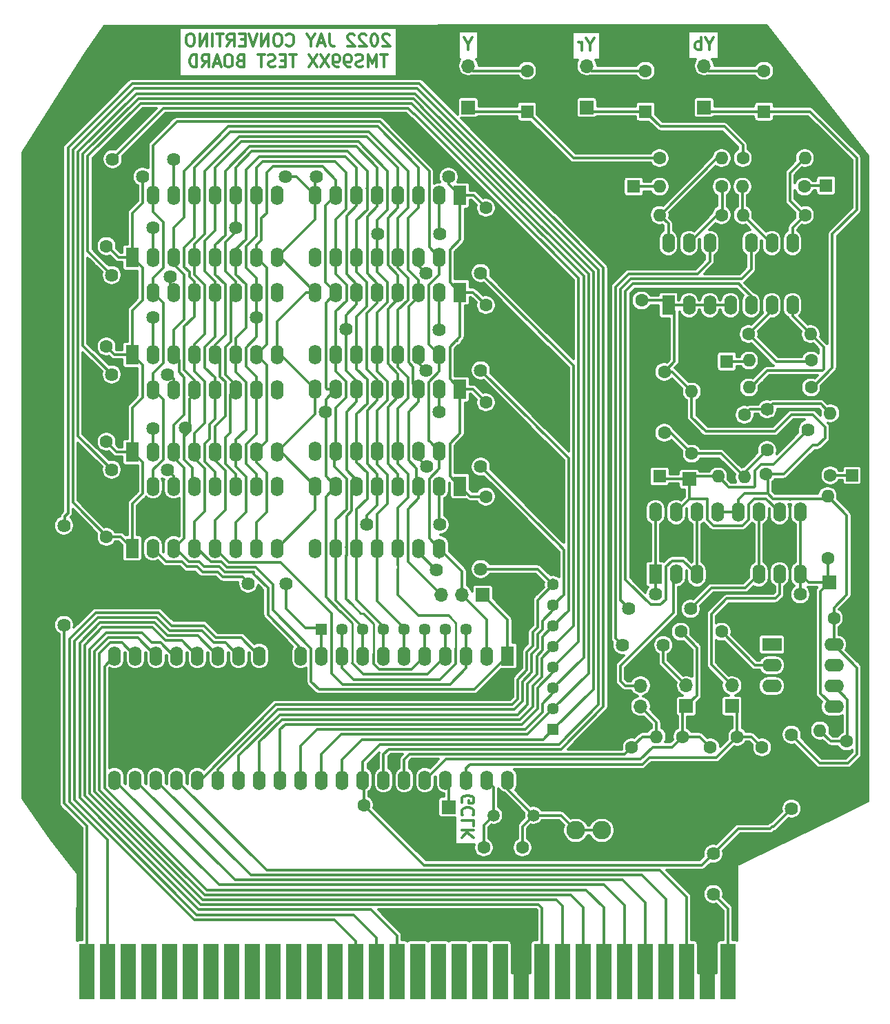
<source format=gbr>
%TF.GenerationSoftware,KiCad,Pcbnew,5.1.12-84ad8e8a86~92~ubuntu20.04.1*%
%TF.CreationDate,2022-06-23T18:15:19-04:00*%
%TF.ProjectId,PICerino_TMS9928,50494365-7269-46e6-9f5f-544d53393932,rev?*%
%TF.SameCoordinates,Original*%
%TF.FileFunction,Copper,L2,Bot*%
%TF.FilePolarity,Positive*%
%FSLAX46Y46*%
G04 Gerber Fmt 4.6, Leading zero omitted, Abs format (unit mm)*
G04 Created by KiCad (PCBNEW 5.1.12-84ad8e8a86~92~ubuntu20.04.1) date 2022-06-23 18:15:19*
%MOMM*%
%LPD*%
G01*
G04 APERTURE LIST*
%TA.AperFunction,NonConductor*%
%ADD10C,0.300000*%
%TD*%
%TA.AperFunction,NonConductor*%
%ADD11C,0.330200*%
%TD*%
%TA.AperFunction,ComponentPad*%
%ADD12C,2.286000*%
%TD*%
%TA.AperFunction,ComponentPad*%
%ADD13O,1.600000X1.600000*%
%TD*%
%TA.AperFunction,ComponentPad*%
%ADD14C,1.600000*%
%TD*%
%TA.AperFunction,ComponentPad*%
%ADD15O,1.700000X1.700000*%
%TD*%
%TA.AperFunction,ComponentPad*%
%ADD16R,1.700000X1.700000*%
%TD*%
%TA.AperFunction,ComponentPad*%
%ADD17O,2.400000X1.600000*%
%TD*%
%TA.AperFunction,ComponentPad*%
%ADD18R,2.400000X1.600000*%
%TD*%
%TA.AperFunction,ComponentPad*%
%ADD19O,1.600000X2.400000*%
%TD*%
%TA.AperFunction,ComponentPad*%
%ADD20R,1.600000X2.400000*%
%TD*%
%TA.AperFunction,ComponentPad*%
%ADD21R,1.600000X1.600000*%
%TD*%
%TA.AperFunction,ComponentPad*%
%ADD22C,1.620000*%
%TD*%
%TA.AperFunction,ComponentPad*%
%ADD23O,1.500000X1.500000*%
%TD*%
%TA.AperFunction,ComponentPad*%
%ADD24R,1.500000X1.500000*%
%TD*%
%TA.AperFunction,ComponentPad*%
%ADD25C,1.450000*%
%TD*%
%TA.AperFunction,ComponentPad*%
%ADD26R,1.450000X1.450000*%
%TD*%
%TA.AperFunction,SMDPad,CuDef*%
%ADD27R,1.905000X6.858000*%
%TD*%
%TA.AperFunction,ComponentPad*%
%ADD28C,1.500000*%
%TD*%
%TA.AperFunction,ViaPad*%
%ADD29C,1.625600*%
%TD*%
%TA.AperFunction,Conductor*%
%ADD30C,0.304800*%
%TD*%
%TA.AperFunction,Conductor*%
%ADD31C,0.279400*%
%TD*%
%TA.AperFunction,Conductor*%
%ADD32C,0.100000*%
%TD*%
G04 APERTURE END LIST*
D10*
X160667000Y-129095714D02*
X160595571Y-128952857D01*
X160595571Y-128738571D01*
X160667000Y-128524285D01*
X160809857Y-128381428D01*
X160952714Y-128310000D01*
X161238428Y-128238571D01*
X161452714Y-128238571D01*
X161738428Y-128310000D01*
X161881285Y-128381428D01*
X162024142Y-128524285D01*
X162095571Y-128738571D01*
X162095571Y-128881428D01*
X162024142Y-129095714D01*
X161952714Y-129167142D01*
X161452714Y-129167142D01*
X161452714Y-128881428D01*
X161952714Y-130667142D02*
X162024142Y-130595714D01*
X162095571Y-130381428D01*
X162095571Y-130238571D01*
X162024142Y-130024285D01*
X161881285Y-129881428D01*
X161738428Y-129810000D01*
X161452714Y-129738571D01*
X161238428Y-129738571D01*
X160952714Y-129810000D01*
X160809857Y-129881428D01*
X160667000Y-130024285D01*
X160595571Y-130238571D01*
X160595571Y-130381428D01*
X160667000Y-130595714D01*
X160738428Y-130667142D01*
X162095571Y-132024285D02*
X162095571Y-131310000D01*
X160595571Y-131310000D01*
X162095571Y-132524285D02*
X160595571Y-132524285D01*
X162095571Y-133381428D02*
X161238428Y-132738571D01*
X160595571Y-133381428D02*
X161452714Y-132524285D01*
X190988071Y-36032285D02*
X190988071Y-36746571D01*
X191488071Y-35246571D02*
X190988071Y-36032285D01*
X190488071Y-35246571D01*
X189988071Y-36746571D02*
X189988071Y-35246571D01*
X189988071Y-35818000D02*
X189845214Y-35746571D01*
X189559500Y-35746571D01*
X189416642Y-35818000D01*
X189345214Y-35889428D01*
X189273785Y-36032285D01*
X189273785Y-36460857D01*
X189345214Y-36603714D01*
X189416642Y-36675142D01*
X189559500Y-36746571D01*
X189845214Y-36746571D01*
X189988071Y-36675142D01*
X176359285Y-36095785D02*
X176359285Y-36810071D01*
X176859285Y-35310071D02*
X176359285Y-36095785D01*
X175859285Y-35310071D01*
X175359285Y-36810071D02*
X175359285Y-35810071D01*
X175359285Y-36095785D02*
X175287857Y-35952928D01*
X175216428Y-35881500D01*
X175073571Y-35810071D01*
X174930714Y-35810071D01*
X161417000Y-36032285D02*
X161417000Y-36746571D01*
X161917000Y-35246571D02*
X161417000Y-36032285D01*
X160917000Y-35246571D01*
D11*
X151719785Y-34924828D02*
X151648357Y-34853400D01*
X151505500Y-34781971D01*
X151148357Y-34781971D01*
X151005500Y-34853400D01*
X150934071Y-34924828D01*
X150862642Y-35067685D01*
X150862642Y-35210542D01*
X150934071Y-35424828D01*
X151791214Y-36281971D01*
X150862642Y-36281971D01*
X149934071Y-34781971D02*
X149791214Y-34781971D01*
X149648357Y-34853400D01*
X149576928Y-34924828D01*
X149505500Y-35067685D01*
X149434071Y-35353400D01*
X149434071Y-35710542D01*
X149505500Y-35996257D01*
X149576928Y-36139114D01*
X149648357Y-36210542D01*
X149791214Y-36281971D01*
X149934071Y-36281971D01*
X150076928Y-36210542D01*
X150148357Y-36139114D01*
X150219785Y-35996257D01*
X150291214Y-35710542D01*
X150291214Y-35353400D01*
X150219785Y-35067685D01*
X150148357Y-34924828D01*
X150076928Y-34853400D01*
X149934071Y-34781971D01*
X148862642Y-34924828D02*
X148791214Y-34853400D01*
X148648357Y-34781971D01*
X148291214Y-34781971D01*
X148148357Y-34853400D01*
X148076928Y-34924828D01*
X148005500Y-35067685D01*
X148005500Y-35210542D01*
X148076928Y-35424828D01*
X148934071Y-36281971D01*
X148005500Y-36281971D01*
X147434071Y-34924828D02*
X147362642Y-34853400D01*
X147219785Y-34781971D01*
X146862642Y-34781971D01*
X146719785Y-34853400D01*
X146648357Y-34924828D01*
X146576928Y-35067685D01*
X146576928Y-35210542D01*
X146648357Y-35424828D01*
X147505500Y-36281971D01*
X146576928Y-36281971D01*
X144362642Y-34781971D02*
X144362642Y-35853400D01*
X144434071Y-36067685D01*
X144576928Y-36210542D01*
X144791214Y-36281971D01*
X144934071Y-36281971D01*
X143719785Y-35853400D02*
X143005500Y-35853400D01*
X143862642Y-36281971D02*
X143362642Y-34781971D01*
X142862642Y-36281971D01*
X142076928Y-35567685D02*
X142076928Y-36281971D01*
X142576928Y-34781971D02*
X142076928Y-35567685D01*
X141576928Y-34781971D01*
X139076928Y-36139114D02*
X139148357Y-36210542D01*
X139362642Y-36281971D01*
X139505500Y-36281971D01*
X139719785Y-36210542D01*
X139862642Y-36067685D01*
X139934071Y-35924828D01*
X140005500Y-35639114D01*
X140005500Y-35424828D01*
X139934071Y-35139114D01*
X139862642Y-34996257D01*
X139719785Y-34853400D01*
X139505500Y-34781971D01*
X139362642Y-34781971D01*
X139148357Y-34853400D01*
X139076928Y-34924828D01*
X138148357Y-34781971D02*
X137862642Y-34781971D01*
X137719785Y-34853400D01*
X137576928Y-34996257D01*
X137505500Y-35281971D01*
X137505500Y-35781971D01*
X137576928Y-36067685D01*
X137719785Y-36210542D01*
X137862642Y-36281971D01*
X138148357Y-36281971D01*
X138291214Y-36210542D01*
X138434071Y-36067685D01*
X138505500Y-35781971D01*
X138505500Y-35281971D01*
X138434071Y-34996257D01*
X138291214Y-34853400D01*
X138148357Y-34781971D01*
X136862642Y-36281971D02*
X136862642Y-34781971D01*
X136005500Y-36281971D01*
X136005500Y-34781971D01*
X135505500Y-34781971D02*
X135005500Y-36281971D01*
X134505500Y-34781971D01*
X134005500Y-35496257D02*
X133505500Y-35496257D01*
X133291214Y-36281971D02*
X134005500Y-36281971D01*
X134005500Y-34781971D01*
X133291214Y-34781971D01*
X131791214Y-36281971D02*
X132291214Y-35567685D01*
X132648357Y-36281971D02*
X132648357Y-34781971D01*
X132076928Y-34781971D01*
X131934071Y-34853400D01*
X131862642Y-34924828D01*
X131791214Y-35067685D01*
X131791214Y-35281971D01*
X131862642Y-35424828D01*
X131934071Y-35496257D01*
X132076928Y-35567685D01*
X132648357Y-35567685D01*
X131362642Y-34781971D02*
X130505500Y-34781971D01*
X130934071Y-36281971D02*
X130934071Y-34781971D01*
X130005500Y-36281971D02*
X130005500Y-34781971D01*
X129291214Y-36281971D02*
X129291214Y-34781971D01*
X128434071Y-36281971D01*
X128434071Y-34781971D01*
X127434071Y-34781971D02*
X127148357Y-34781971D01*
X127005500Y-34853400D01*
X126862642Y-34996257D01*
X126791214Y-35281971D01*
X126791214Y-35781971D01*
X126862642Y-36067685D01*
X127005500Y-36210542D01*
X127148357Y-36281971D01*
X127434071Y-36281971D01*
X127576928Y-36210542D01*
X127719785Y-36067685D01*
X127791214Y-35781971D01*
X127791214Y-35281971D01*
X127719785Y-34996257D01*
X127576928Y-34853400D01*
X127434071Y-34781971D01*
X151469785Y-37362171D02*
X150612642Y-37362171D01*
X151041214Y-38862171D02*
X151041214Y-37362171D01*
X150112642Y-38862171D02*
X150112642Y-37362171D01*
X149612642Y-38433600D01*
X149112642Y-37362171D01*
X149112642Y-38862171D01*
X148469785Y-38790742D02*
X148255500Y-38862171D01*
X147898357Y-38862171D01*
X147755500Y-38790742D01*
X147684071Y-38719314D01*
X147612642Y-38576457D01*
X147612642Y-38433600D01*
X147684071Y-38290742D01*
X147755500Y-38219314D01*
X147898357Y-38147885D01*
X148184071Y-38076457D01*
X148326928Y-38005028D01*
X148398357Y-37933600D01*
X148469785Y-37790742D01*
X148469785Y-37647885D01*
X148398357Y-37505028D01*
X148326928Y-37433600D01*
X148184071Y-37362171D01*
X147826928Y-37362171D01*
X147612642Y-37433600D01*
X146898357Y-38862171D02*
X146612642Y-38862171D01*
X146469785Y-38790742D01*
X146398357Y-38719314D01*
X146255500Y-38505028D01*
X146184071Y-38219314D01*
X146184071Y-37647885D01*
X146255500Y-37505028D01*
X146326928Y-37433600D01*
X146469785Y-37362171D01*
X146755500Y-37362171D01*
X146898357Y-37433600D01*
X146969785Y-37505028D01*
X147041214Y-37647885D01*
X147041214Y-38005028D01*
X146969785Y-38147885D01*
X146898357Y-38219314D01*
X146755500Y-38290742D01*
X146469785Y-38290742D01*
X146326928Y-38219314D01*
X146255500Y-38147885D01*
X146184071Y-38005028D01*
X145469785Y-38862171D02*
X145184071Y-38862171D01*
X145041214Y-38790742D01*
X144969785Y-38719314D01*
X144826928Y-38505028D01*
X144755500Y-38219314D01*
X144755500Y-37647885D01*
X144826928Y-37505028D01*
X144898357Y-37433600D01*
X145041214Y-37362171D01*
X145326928Y-37362171D01*
X145469785Y-37433600D01*
X145541214Y-37505028D01*
X145612642Y-37647885D01*
X145612642Y-38005028D01*
X145541214Y-38147885D01*
X145469785Y-38219314D01*
X145326928Y-38290742D01*
X145041214Y-38290742D01*
X144898357Y-38219314D01*
X144826928Y-38147885D01*
X144755500Y-38005028D01*
X144255500Y-37362171D02*
X143255500Y-38862171D01*
X143255500Y-37362171D02*
X144255500Y-38862171D01*
X142826928Y-37362171D02*
X141826928Y-38862171D01*
X141826928Y-37362171D02*
X142826928Y-38862171D01*
X140326928Y-37362171D02*
X139469785Y-37362171D01*
X139898357Y-38862171D02*
X139898357Y-37362171D01*
X138969785Y-38076457D02*
X138469785Y-38076457D01*
X138255500Y-38862171D02*
X138969785Y-38862171D01*
X138969785Y-37362171D01*
X138255500Y-37362171D01*
X137684071Y-38790742D02*
X137469785Y-38862171D01*
X137112642Y-38862171D01*
X136969785Y-38790742D01*
X136898357Y-38719314D01*
X136826928Y-38576457D01*
X136826928Y-38433600D01*
X136898357Y-38290742D01*
X136969785Y-38219314D01*
X137112642Y-38147885D01*
X137398357Y-38076457D01*
X137541214Y-38005028D01*
X137612642Y-37933600D01*
X137684071Y-37790742D01*
X137684071Y-37647885D01*
X137612642Y-37505028D01*
X137541214Y-37433600D01*
X137398357Y-37362171D01*
X137041214Y-37362171D01*
X136826928Y-37433600D01*
X136398357Y-37362171D02*
X135541214Y-37362171D01*
X135969785Y-38862171D02*
X135969785Y-37362171D01*
X133398357Y-38076457D02*
X133184071Y-38147885D01*
X133112642Y-38219314D01*
X133041214Y-38362171D01*
X133041214Y-38576457D01*
X133112642Y-38719314D01*
X133184071Y-38790742D01*
X133326928Y-38862171D01*
X133898357Y-38862171D01*
X133898357Y-37362171D01*
X133398357Y-37362171D01*
X133255500Y-37433600D01*
X133184071Y-37505028D01*
X133112642Y-37647885D01*
X133112642Y-37790742D01*
X133184071Y-37933600D01*
X133255500Y-38005028D01*
X133398357Y-38076457D01*
X133898357Y-38076457D01*
X132112642Y-37362171D02*
X131826928Y-37362171D01*
X131684071Y-37433600D01*
X131541214Y-37576457D01*
X131469785Y-37862171D01*
X131469785Y-38362171D01*
X131541214Y-38647885D01*
X131684071Y-38790742D01*
X131826928Y-38862171D01*
X132112642Y-38862171D01*
X132255500Y-38790742D01*
X132398357Y-38647885D01*
X132469785Y-38362171D01*
X132469785Y-37862171D01*
X132398357Y-37576457D01*
X132255500Y-37433600D01*
X132112642Y-37362171D01*
X130898357Y-38433600D02*
X130184071Y-38433600D01*
X131041214Y-38862171D02*
X130541214Y-37362171D01*
X130041214Y-38862171D01*
X128684071Y-38862171D02*
X129184071Y-38147885D01*
X129541214Y-38862171D02*
X129541214Y-37362171D01*
X128969785Y-37362171D01*
X128826928Y-37433600D01*
X128755500Y-37505028D01*
X128684071Y-37647885D01*
X128684071Y-37862171D01*
X128755500Y-38005028D01*
X128826928Y-38076457D01*
X128969785Y-38147885D01*
X129541214Y-38147885D01*
X128041214Y-38862171D02*
X128041214Y-37362171D01*
X127684071Y-37362171D01*
X127469785Y-37433600D01*
X127326928Y-37576457D01*
X127255500Y-37719314D01*
X127184071Y-38005028D01*
X127184071Y-38219314D01*
X127255500Y-38505028D01*
X127326928Y-38647885D01*
X127469785Y-38790742D01*
X127684071Y-38862171D01*
X128041214Y-38862171D01*
D12*
%TO.P,C9,2*%
%TO.N,VSS*%
X184150000Y-132524500D03*
%TO.P,C9,1*%
%TO.N,Net-(C10-Pad2)*%
X174625000Y-132524500D03*
%TO.P,C9,2*%
%TO.N,VSS*%
X180875000Y-132524500D03*
%TO.P,C9,1*%
%TO.N,Net-(C10-Pad2)*%
X177800000Y-132524500D03*
%TD*%
D13*
%TO.P,R18,2*%
%TO.N,Net-(R17-Pad1)*%
X205867000Y-81343500D03*
D14*
%TO.P,R18,1*%
%TO.N,Net-(D1-Pad1)*%
X205867000Y-88963500D03*
%TD*%
D13*
%TO.P,R17,2*%
%TO.N,Net-(C29-Pad2)*%
X195326000Y-89154000D03*
D14*
%TO.P,R17,1*%
%TO.N,Net-(R17-Pad1)*%
X195326000Y-81534000D03*
%TD*%
D13*
%TO.P,R16,2*%
%TO.N,Net-(C14-Pad1)*%
X192087500Y-89090500D03*
D14*
%TO.P,R16,1*%
%TO.N,VSS*%
X192087500Y-81470500D03*
%TD*%
D15*
%TO.P,J7,3*%
%TO.N,Net-(C28-Pad2)*%
X175958500Y-38735000D03*
%TO.P,J7,2*%
%TO.N,VSS*%
X175958500Y-41275000D03*
D16*
%TO.P,J7,1*%
%TO.N,Net-(C28-Pad1)*%
X175958500Y-43815000D03*
%TD*%
D15*
%TO.P,J6,3*%
%TO.N,Net-(C25-Pad2)*%
X161417000Y-38735000D03*
%TO.P,J6,2*%
%TO.N,VSS*%
X161417000Y-41275000D03*
D16*
%TO.P,J6,1*%
%TO.N,Net-(C25-Pad1)*%
X161417000Y-43815000D03*
%TD*%
D15*
%TO.P,J5,3*%
%TO.N,Net-(C24-Pad2)*%
X190373000Y-38735000D03*
%TO.P,J5,2*%
%TO.N,VSS*%
X190373000Y-41275000D03*
D16*
%TO.P,J5,1*%
%TO.N,Net-(C24-Pad1)*%
X190373000Y-43815000D03*
%TD*%
D17*
%TO.P,U1,8*%
%TO.N,VCC*%
X206311500Y-109728000D03*
%TO.P,U1,4*%
%TO.N,VSS*%
X198691500Y-117348000D03*
%TO.P,U1,7*%
%TO.N,Net-(U1-Pad7)*%
X206311500Y-112268000D03*
%TO.P,U1,3*%
%TO.N,Net-(U1-Pad3)*%
X198691500Y-114808000D03*
%TO.P,U1,6*%
%TO.N,Net-(C12-Pad1)*%
X206311500Y-114808000D03*
%TO.P,U1,2*%
%TO.N,Net-(C15-Pad2)*%
X198691500Y-112268000D03*
%TO.P,U1,5*%
%TO.N,Net-(IC1-Pad1)*%
X206311500Y-117348000D03*
D18*
%TO.P,U1,1*%
%TO.N,Net-(U1-Pad1)*%
X198691500Y-109728000D03*
%TD*%
D19*
%TO.P,IC2,14*%
%TO.N,Net-(IC2-Pad14)*%
X185991500Y-60452000D03*
%TO.P,IC2,7*%
%TO.N,Net-(IC2-Pad7)*%
X201231500Y-68072000D03*
%TO.P,IC2,13*%
%TO.N,Net-(IC2-Pad13)*%
X188531500Y-60452000D03*
%TO.P,IC2,6*%
%TO.N,Net-(IC2-Pad6)*%
X198691500Y-68072000D03*
%TO.P,IC2,12*%
%TO.N,Net-(IC2-Pad12)*%
X191071500Y-60452000D03*
%TO.P,IC2,5*%
%TO.N,Net-(IC1-Pad14)*%
X196151500Y-68072000D03*
%TO.P,IC2,11*%
%TO.N,VSS*%
X193611500Y-60452000D03*
%TO.P,IC2,4*%
%TO.N,VCC*%
X193611500Y-68072000D03*
%TO.P,IC2,10*%
%TO.N,Net-(IC1-Pad11)*%
X196151500Y-60452000D03*
%TO.P,IC2,3*%
%TO.N,VCC*%
X191071500Y-68072000D03*
%TO.P,IC2,9*%
%TO.N,Net-(IC2-Pad9)*%
X198691500Y-60452000D03*
%TO.P,IC2,2*%
%TO.N,VCC*%
X188531500Y-68072000D03*
%TO.P,IC2,8*%
%TO.N,Net-(IC2-Pad8)*%
X201231500Y-60452000D03*
D20*
%TO.P,IC2,1*%
%TO.N,VCC*%
X185991500Y-68072000D03*
%TD*%
D19*
%TO.P,IC1,16*%
%TO.N,Net-(IC1-Pad1)*%
X184404000Y-93472000D03*
%TO.P,IC1,8*%
X202184000Y-101092000D03*
%TO.P,IC1,15*%
%TO.N,Net-(C14-Pad1)*%
X186944000Y-93472000D03*
%TO.P,IC1,7*%
%TO.N,Net-(IC1-Pad7)*%
X199644000Y-101092000D03*
%TO.P,IC1,14*%
%TO.N,Net-(IC1-Pad14)*%
X189484000Y-93472000D03*
%TO.P,IC1,6*%
%TO.N,Net-(IC1-Pad11)*%
X197104000Y-101092000D03*
%TO.P,IC1,13*%
%TO.N,VCC*%
X192024000Y-93472000D03*
%TO.P,IC1,5*%
%TO.N,VSS*%
X194564000Y-101092000D03*
%TO.P,IC1,12*%
%TO.N,VCC*%
X194564000Y-93472000D03*
%TO.P,IC1,4*%
%TO.N,VSS*%
X192024000Y-101092000D03*
%TO.P,IC1,11*%
%TO.N,Net-(IC1-Pad11)*%
X197104000Y-93472000D03*
%TO.P,IC1,3*%
%TO.N,Net-(IC1-Pad14)*%
X189484000Y-101092000D03*
%TO.P,IC1,10*%
%TO.N,Net-(C14-Pad1)*%
X199644000Y-93472000D03*
%TO.P,IC1,2*%
%TO.N,Net-(IC1-Pad2)*%
X186944000Y-101092000D03*
%TO.P,IC1,9*%
%TO.N,Net-(IC1-Pad1)*%
X202184000Y-93472000D03*
D20*
%TO.P,IC1,1*%
X184404000Y-101092000D03*
%TD*%
D14*
%TO.P,C28,2*%
%TO.N,Net-(C28-Pad2)*%
X183184800Y-39323000D03*
D21*
%TO.P,C28,1*%
%TO.N,Net-(C28-Pad1)*%
X183184800Y-44323000D03*
%TD*%
D14*
%TO.P,C25,2*%
%TO.N,Net-(C25-Pad2)*%
X168630600Y-39323000D03*
D21*
%TO.P,C25,1*%
%TO.N,Net-(C25-Pad1)*%
X168630600Y-44323000D03*
%TD*%
D14*
%TO.P,C24,2*%
%TO.N,Net-(C24-Pad2)*%
X197739000Y-39323000D03*
D21*
%TO.P,C24,1*%
%TO.N,Net-(C24-Pad1)*%
X197739000Y-44323000D03*
%TD*%
D16*
%TO.P,TP2,1*%
%TO.N,Net-(C14-Pad1)*%
X188531500Y-89408000D03*
%TD*%
%TO.P,TP1,1*%
%TO.N,Net-(IC1-Pad1)*%
X205740000Y-102108000D03*
%TD*%
D22*
%TO.P,RV1,1*%
%TO.N,Net-(C29-Pad2)*%
X198120000Y-85852000D03*
%TO.P,RV1,2*%
%TO.N,Net-(C14-Pad1)*%
X203120000Y-83352000D03*
%TO.P,RV1,3*%
%TO.N,Net-(R17-Pad1)*%
X198120000Y-80852000D03*
%TD*%
D13*
%TO.P,R15,2*%
%TO.N,Net-(IC2-Pad8)*%
X202755500Y-50038000D03*
D14*
%TO.P,R15,1*%
%TO.N,Net-(C28-Pad1)*%
X195135500Y-50038000D03*
%TD*%
D13*
%TO.P,R14,2*%
%TO.N,Net-(IC2-Pad9)*%
X195072000Y-53530500D03*
D14*
%TO.P,R14,1*%
%TO.N,Net-(C27-Pad1)*%
X202692000Y-53530500D03*
%TD*%
D13*
%TO.P,R13,2*%
%TO.N,Net-(C26-Pad1)*%
X184912000Y-53530500D03*
D14*
%TO.P,R13,1*%
%TO.N,Net-(IC2-Pad13)*%
X192532000Y-53530500D03*
%TD*%
D13*
%TO.P,R12,2*%
%TO.N,Net-(IC2-Pad14)*%
X192532000Y-50038000D03*
D14*
%TO.P,R12,1*%
%TO.N,Net-(C25-Pad1)*%
X184912000Y-50038000D03*
%TD*%
D13*
%TO.P,R11,2*%
%TO.N,Net-(IC2-Pad9)*%
X195135500Y-57023000D03*
D14*
%TO.P,R11,1*%
%TO.N,Net-(IC2-Pad8)*%
X202755500Y-57023000D03*
%TD*%
D13*
%TO.P,R10,2*%
%TO.N,Net-(IC2-Pad14)*%
X184912000Y-57023000D03*
D14*
%TO.P,R10,1*%
%TO.N,Net-(IC2-Pad13)*%
X192532000Y-57023000D03*
%TD*%
D13*
%TO.P,R9,2*%
%TO.N,Net-(IC2-Pad7)*%
X195897500Y-78168500D03*
D14*
%TO.P,R9,1*%
%TO.N,Net-(C24-Pad1)*%
X203517500Y-78168500D03*
%TD*%
D13*
%TO.P,R8,2*%
%TO.N,Net-(IC2-Pad7)*%
X203454000Y-71628000D03*
D14*
%TO.P,R8,1*%
%TO.N,Net-(IC2-Pad6)*%
X195834000Y-71628000D03*
%TD*%
D13*
%TO.P,R7,2*%
%TO.N,Net-(C23-Pad1)*%
X195897500Y-74866500D03*
D14*
%TO.P,R7,1*%
%TO.N,Net-(IC2-Pad6)*%
X203517500Y-74866500D03*
%TD*%
D13*
%TO.P,R3,2*%
%TO.N,Net-(C12-Pad1)*%
X204597000Y-120269000D03*
D14*
%TO.P,R3,1*%
%TO.N,VSS*%
X204597000Y-127889000D03*
%TD*%
D13*
%TO.P,R2,2*%
%TO.N,VCC*%
X188849000Y-78676500D03*
D14*
%TO.P,R2,1*%
%TO.N,Net-(C29-Pad2)*%
X188849000Y-86296500D03*
%TD*%
D13*
%TO.P,R1,2*%
%TO.N,VCC*%
X205549500Y-91503500D03*
D14*
%TO.P,R1,1*%
%TO.N,Net-(IC1-Pad1)*%
X205549500Y-99123500D03*
%TD*%
D15*
%TO.P,J4,3*%
%TO.N,VSS*%
X188182250Y-112204500D03*
%TO.P,J4,2*%
%TO.N,Net-(IC2-Pad12)*%
X188182250Y-114744500D03*
D16*
%TO.P,J4,1*%
%TO.N,/Y*%
X188182250Y-117284500D03*
%TD*%
D15*
%TO.P,J2,3*%
%TO.N,/Yb*%
X182562500Y-117314500D03*
%TO.P,J2,2*%
%TO.N,Net-(IC1-Pad2)*%
X182562500Y-114774500D03*
D16*
%TO.P,J2,1*%
%TO.N,VSS*%
X182562500Y-112234500D03*
%TD*%
D15*
%TO.P,J1,3*%
%TO.N,VSS*%
X193802000Y-112204500D03*
%TO.P,J1,2*%
%TO.N,Net-(IC1-Pad7)*%
X193802000Y-114744500D03*
D16*
%TO.P,J1,1*%
%TO.N,/Yr*%
X193802000Y-117284500D03*
%TD*%
D23*
%TO.P,D1,2*%
%TO.N,VSS*%
X208534000Y-81343500D03*
D24*
%TO.P,D1,1*%
%TO.N,Net-(D1-Pad1)*%
X208534000Y-88963500D03*
%TD*%
D14*
%TO.P,C29,2*%
%TO.N,Net-(C29-Pad2)*%
X185483500Y-83740000D03*
%TO.P,C29,1*%
%TO.N,VSS*%
X185483500Y-78740000D03*
%TD*%
%TO.P,C27,2*%
%TO.N,VSS*%
X207859000Y-53403500D03*
D21*
%TO.P,C27,1*%
%TO.N,Net-(C27-Pad1)*%
X205359000Y-53403500D03*
%TD*%
D14*
%TO.P,C26,2*%
%TO.N,VSS*%
X179237000Y-53530500D03*
D21*
%TO.P,C26,1*%
%TO.N,Net-(C26-Pad1)*%
X181737000Y-53530500D03*
%TD*%
D14*
%TO.P,C23,2*%
%TO.N,VSS*%
X190667000Y-74993500D03*
D21*
%TO.P,C23,1*%
%TO.N,Net-(C23-Pad1)*%
X193167000Y-74993500D03*
%TD*%
D14*
%TO.P,C15,2*%
%TO.N,Net-(C15-Pad2)*%
X192515500Y-108140500D03*
%TO.P,C15,1*%
%TO.N,/Y*%
X187515500Y-108140500D03*
%TD*%
%TO.P,C14,2*%
%TO.N,VSS*%
X182412000Y-89090500D03*
D21*
%TO.P,C14,1*%
%TO.N,Net-(C14-Pad1)*%
X184912000Y-89090500D03*
%TD*%
D14*
%TO.P,C12,2*%
%TO.N,VSS*%
X207899000Y-126602500D03*
%TO.P,C12,1*%
%TO.N,Net-(C12-Pad1)*%
X207899000Y-121602500D03*
%TD*%
%TO.P,C2,2*%
%TO.N,VSS*%
X182689500Y-62500500D03*
%TO.P,C2,1*%
%TO.N,VCC*%
X182689500Y-67500500D03*
%TD*%
%TO.P,C1,2*%
%TO.N,VSS*%
X202993000Y-88836500D03*
%TO.P,C1,1*%
%TO.N,VCC*%
X197993000Y-88836500D03*
%TD*%
D25*
%TO.P,J9,8*%
%TO.N,/R7*%
X171831000Y-102362000D03*
%TO.P,J9,7*%
%TO.N,/R6*%
X171831000Y-104902000D03*
%TO.P,J9,6*%
%TO.N,/R5*%
X171831000Y-107442000D03*
%TO.P,J9,5*%
%TO.N,/R4*%
X171831000Y-109982000D03*
%TO.P,J9,4*%
%TO.N,/R3*%
X171831000Y-112522000D03*
%TO.P,J9,3*%
%TO.N,/R2*%
X171831000Y-115062000D03*
%TO.P,J9,2*%
%TO.N,/R1*%
X171831000Y-117602000D03*
D26*
%TO.P,J9,1*%
%TO.N,/R0*%
X171831000Y-120142000D03*
%TD*%
D25*
%TO.P,J8,8*%
%TO.N,/A7*%
X161163000Y-107823000D03*
%TO.P,J8,7*%
%TO.N,/A6*%
X158623000Y-107823000D03*
%TO.P,J8,6*%
%TO.N,/A5*%
X156083000Y-107823000D03*
%TO.P,J8,5*%
%TO.N,/A4*%
X153543000Y-107823000D03*
%TO.P,J8,4*%
%TO.N,/A3*%
X151003000Y-107823000D03*
%TO.P,J8,3*%
%TO.N,/A2*%
X148463000Y-107823000D03*
%TO.P,J8,2*%
%TO.N,/A1*%
X145923000Y-107823000D03*
D26*
%TO.P,J8,1*%
%TO.N,/A0*%
X143383000Y-107823000D03*
%TD*%
D14*
%TO.P,C17,2*%
%TO.N,VSS*%
X163576000Y-96567000D03*
%TO.P,C17,1*%
%TO.N,VCC*%
X163576000Y-91567000D03*
%TD*%
D15*
%TO.P,J10,3*%
%TO.N,/RnW*%
X158115000Y-103632000D03*
%TO.P,J10,2*%
%TO.N,/nCAS*%
X160655000Y-103632000D03*
D16*
%TO.P,J10,1*%
%TO.N,/nRAS*%
X163195000Y-103632000D03*
%TD*%
D14*
%TO.P,C21,2*%
%TO.N,/Yb*%
X181483000Y-122341000D03*
%TO.P,C21,1*%
%TO.N,VSS*%
X181483000Y-127341000D03*
%TD*%
%TO.P,C19,2*%
%TO.N,VSS*%
X197485000Y-127341000D03*
%TO.P,C19,1*%
%TO.N,/Yr*%
X197485000Y-122341000D03*
%TD*%
%TO.P,C18,2*%
%TO.N,VSS*%
X191135000Y-127341000D03*
%TO.P,C18,1*%
%TO.N,/Y*%
X191135000Y-122341000D03*
%TD*%
D13*
%TO.P,R6,2*%
%TO.N,/Yb*%
X184531000Y-121031000D03*
D14*
%TO.P,R6,1*%
%TO.N,VSS*%
X184531000Y-128651000D03*
%TD*%
D13*
%TO.P,R5,2*%
%TO.N,VSS*%
X194437000Y-128651000D03*
D14*
%TO.P,R5,1*%
%TO.N,/Yr*%
X194437000Y-121031000D03*
%TD*%
D13*
%TO.P,R4,2*%
%TO.N,VSS*%
X187706000Y-128651000D03*
D14*
%TO.P,R4,1*%
%TO.N,/Y*%
X187706000Y-121031000D03*
%TD*%
D27*
%TO.P,CON1,A27*%
%TO.N,/D3*%
X180594000Y-149860000D03*
%TO.P,CON1,A26*%
%TO.N,/D4*%
X178054000Y-149860000D03*
%TO.P,CON1,A25*%
%TO.N,/D5*%
X175514000Y-149860000D03*
%TO.P,CON1,A24*%
%TO.N,/D6*%
X172974000Y-149860000D03*
%TO.P,CON1,A23*%
%TO.N,/D7*%
X170434000Y-149860000D03*
%TO.P,CON1,A32*%
%TO.N,VCC*%
X193294000Y-149860000D03*
%TO.P,CON1,A30*%
%TO.N,/D0*%
X188214000Y-149860000D03*
%TO.P,CON1,A29*%
%TO.N,/D1*%
X185674000Y-149860000D03*
%TO.P,CON1,A28*%
%TO.N,/D2*%
X183134000Y-149860000D03*
%TO.P,CON1,A31*%
%TO.N,VSS*%
X190754000Y-149860000D03*
%TO.P,CON1,A22*%
X167894000Y-149860000D03*
%TO.P,CON1,A21*%
%TO.N,Net-(CON1-PadA21)*%
X165354000Y-149860000D03*
%TO.P,CON1,A17*%
%TO.N,Net-(CON1-PadA17)*%
X155194000Y-149860000D03*
%TO.P,CON1,A19*%
%TO.N,Net-(CON1-PadA19)*%
X160274000Y-149860000D03*
%TO.P,CON1,A20*%
%TO.N,Net-(CON1-PadA20)*%
X162814000Y-149860000D03*
%TO.P,CON1,A18*%
%TO.N,Net-(CON1-PadA18)*%
X157734000Y-149860000D03*
%TO.P,CON1,A16*%
%TO.N,/nINT*%
X152654000Y-149860000D03*
%TO.P,CON1,A15*%
%TO.N,/nCSR*%
X150114000Y-149860000D03*
%TO.P,CON1,A12*%
%TO.N,Net-(CON1-PadA12)*%
X142494000Y-149860000D03*
%TO.P,CON1,A11*%
%TO.N,Net-(CON1-PadA11)*%
X139954000Y-149860000D03*
%TO.P,CON1,A14*%
%TO.N,/nCSW*%
X147574000Y-149860000D03*
%TO.P,CON1,A13*%
%TO.N,Net-(CON1-PadA13)*%
X145034000Y-149860000D03*
%TO.P,CON1,A10*%
%TO.N,Net-(CON1-PadA10)*%
X137414000Y-149860000D03*
%TO.P,CON1,A7*%
%TO.N,Net-(CON1-PadA7)*%
X129794000Y-149860000D03*
%TO.P,CON1,A6*%
%TO.N,Net-(CON1-PadA6)*%
X127254000Y-149860000D03*
%TO.P,CON1,A9*%
%TO.N,Net-(CON1-PadA9)*%
X134874000Y-149860000D03*
%TO.P,CON1,A8*%
%TO.N,Net-(CON1-PadA8)*%
X132334000Y-149860000D03*
%TO.P,CON1,A5*%
%TO.N,Net-(CON1-PadA5)*%
X124714000Y-149860000D03*
%TO.P,CON1,A3*%
%TO.N,Net-(CON1-PadA3)*%
X119634000Y-149860000D03*
%TO.P,CON1,A1*%
%TO.N,/nRESET*%
X114554000Y-149860000D03*
%TO.P,CON1,A2*%
%TO.N,/MODE*%
X117094000Y-149860000D03*
%TO.P,CON1,A4*%
%TO.N,Net-(CON1-PadA4)*%
X122174000Y-149860000D03*
%TD*%
D19*
%TO.P,V3,16*%
%TO.N,VSS*%
X160401000Y-62230000D03*
%TO.P,V3,8*%
%TO.N,VCC*%
X142621000Y-54610000D03*
%TO.P,V3,15*%
%TO.N,/nCAS*%
X157861000Y-62230000D03*
%TO.P,V3,7*%
%TO.N,/A6*%
X145161000Y-54610000D03*
%TO.P,V3,14*%
%TO.N,/R4*%
X155321000Y-62230000D03*
%TO.P,V3,6*%
%TO.N,/A5*%
X147701000Y-54610000D03*
%TO.P,V3,13*%
%TO.N,/A1*%
X152781000Y-62230000D03*
%TO.P,V3,5*%
%TO.N,/A7*%
X150241000Y-54610000D03*
%TO.P,V3,12*%
%TO.N,/A4*%
X150241000Y-62230000D03*
%TO.P,V3,4*%
%TO.N,/nRAS*%
X152781000Y-54610000D03*
%TO.P,V3,11*%
%TO.N,/A3*%
X147701000Y-62230000D03*
%TO.P,V3,3*%
%TO.N,/RnW*%
X155321000Y-54610000D03*
%TO.P,V3,10*%
%TO.N,/A2*%
X145161000Y-62230000D03*
%TO.P,V3,2*%
%TO.N,/A4*%
X157861000Y-54610000D03*
%TO.P,V3,9*%
%TO.N,Net-(V3-Pad9)*%
X142621000Y-62230000D03*
D20*
%TO.P,V3,1*%
%TO.N,VCC*%
X160401000Y-54610000D03*
%TD*%
D19*
%TO.P,V9,16*%
%TO.N,VSS*%
X160401000Y-97917000D03*
%TO.P,V9,8*%
%TO.N,VCC*%
X142621000Y-90297000D03*
%TO.P,V9,15*%
%TO.N,/nCAS*%
X157861000Y-97917000D03*
%TO.P,V9,7*%
%TO.N,/A6*%
X145161000Y-90297000D03*
%TO.P,V9,14*%
%TO.N,/R7*%
X155321000Y-97917000D03*
%TO.P,V9,6*%
%TO.N,/A5*%
X147701000Y-90297000D03*
%TO.P,V9,13*%
%TO.N,/A1*%
X152781000Y-97917000D03*
%TO.P,V9,5*%
%TO.N,/A7*%
X150241000Y-90297000D03*
%TO.P,V9,12*%
%TO.N,/A4*%
X150241000Y-97917000D03*
%TO.P,V9,4*%
%TO.N,/nRAS*%
X152781000Y-90297000D03*
%TO.P,V9,11*%
%TO.N,/A3*%
X147701000Y-97917000D03*
%TO.P,V9,3*%
%TO.N,/RnW*%
X155321000Y-90297000D03*
%TO.P,V9,10*%
%TO.N,/A2*%
X145161000Y-97917000D03*
%TO.P,V9,2*%
%TO.N,/A7*%
X157861000Y-90297000D03*
%TO.P,V9,9*%
%TO.N,Net-(V9-Pad9)*%
X142621000Y-97917000D03*
D20*
%TO.P,V9,1*%
%TO.N,VCC*%
X160401000Y-90297000D03*
%TD*%
D19*
%TO.P,V4,16*%
%TO.N,VSS*%
X120142000Y-78486000D03*
%TO.P,V4,8*%
%TO.N,VCC*%
X137922000Y-86106000D03*
%TO.P,V4,15*%
%TO.N,/nCAS*%
X122682000Y-78486000D03*
%TO.P,V4,7*%
%TO.N,/A6*%
X135382000Y-86106000D03*
%TO.P,V4,14*%
%TO.N,/R1*%
X125222000Y-78486000D03*
%TO.P,V4,6*%
%TO.N,/A5*%
X132842000Y-86106000D03*
%TO.P,V4,13*%
%TO.N,/A1*%
X127762000Y-78486000D03*
%TO.P,V4,5*%
%TO.N,/A7*%
X130302000Y-86106000D03*
%TO.P,V4,12*%
%TO.N,/A4*%
X130302000Y-78486000D03*
%TO.P,V4,4*%
%TO.N,/nRAS*%
X127762000Y-86106000D03*
%TO.P,V4,11*%
%TO.N,/A3*%
X132842000Y-78486000D03*
%TO.P,V4,3*%
%TO.N,/RnW*%
X125222000Y-86106000D03*
%TO.P,V4,10*%
%TO.N,/A2*%
X135382000Y-78486000D03*
%TO.P,V4,2*%
%TO.N,/A1*%
X122682000Y-86106000D03*
%TO.P,V4,9*%
%TO.N,Net-(V4-Pad9)*%
X137922000Y-78486000D03*
D20*
%TO.P,V4,1*%
%TO.N,VCC*%
X120142000Y-86106000D03*
%TD*%
D28*
%TO.P,Y1,2*%
%TO.N,Net-(C11-Pad1)*%
X164538000Y-130683000D03*
%TO.P,Y1,1*%
%TO.N,Net-(C10-Pad2)*%
X169418000Y-130683000D03*
%TD*%
D19*
%TO.P,V8,16*%
%TO.N,VSS*%
X120142000Y-54610000D03*
%TO.P,V8,8*%
%TO.N,VCC*%
X137922000Y-62230000D03*
%TO.P,V8,15*%
%TO.N,/nCAS*%
X122682000Y-54610000D03*
%TO.P,V8,7*%
%TO.N,/A6*%
X135382000Y-62230000D03*
%TO.P,V8,14*%
%TO.N,/R3*%
X125222000Y-54610000D03*
%TO.P,V8,6*%
%TO.N,/A5*%
X132842000Y-62230000D03*
%TO.P,V8,13*%
%TO.N,/A1*%
X127762000Y-54610000D03*
%TO.P,V8,5*%
%TO.N,/A7*%
X130302000Y-62230000D03*
%TO.P,V8,12*%
%TO.N,/A4*%
X130302000Y-54610000D03*
%TO.P,V8,4*%
%TO.N,/nRAS*%
X127762000Y-62230000D03*
%TO.P,V8,11*%
%TO.N,/A3*%
X132842000Y-54610000D03*
%TO.P,V8,3*%
%TO.N,/RnW*%
X125222000Y-62230000D03*
%TO.P,V8,10*%
%TO.N,/A2*%
X135382000Y-54610000D03*
%TO.P,V8,2*%
%TO.N,/A3*%
X122682000Y-62230000D03*
%TO.P,V8,9*%
%TO.N,Net-(V8-Pad9)*%
X137922000Y-54610000D03*
D20*
%TO.P,V8,1*%
%TO.N,VCC*%
X120142000Y-62230000D03*
%TD*%
D19*
%TO.P,V7,16*%
%TO.N,VSS*%
X160401000Y-86021332D03*
%TO.P,V7,8*%
%TO.N,VCC*%
X142621000Y-78401332D03*
%TO.P,V7,15*%
%TO.N,/nCAS*%
X157861000Y-86021332D03*
%TO.P,V7,7*%
%TO.N,/A6*%
X145161000Y-78401332D03*
%TO.P,V7,14*%
%TO.N,/R6*%
X155321000Y-86021332D03*
%TO.P,V7,6*%
%TO.N,/A5*%
X147701000Y-78401332D03*
%TO.P,V7,13*%
%TO.N,/A1*%
X152781000Y-86021332D03*
%TO.P,V7,5*%
%TO.N,/A7*%
X150241000Y-78401332D03*
%TO.P,V7,12*%
%TO.N,/A4*%
X150241000Y-86021332D03*
%TO.P,V7,4*%
%TO.N,/nRAS*%
X152781000Y-78401332D03*
%TO.P,V7,11*%
%TO.N,/A3*%
X147701000Y-86021332D03*
%TO.P,V7,3*%
%TO.N,/RnW*%
X155321000Y-78401332D03*
%TO.P,V7,10*%
%TO.N,/A2*%
X145161000Y-86021332D03*
%TO.P,V7,2*%
%TO.N,/A6*%
X157861000Y-78401332D03*
%TO.P,V7,9*%
%TO.N,Net-(V7-Pad9)*%
X142621000Y-86021332D03*
D20*
%TO.P,V7,1*%
%TO.N,VCC*%
X160401000Y-78401332D03*
%TD*%
D19*
%TO.P,V6,16*%
%TO.N,VSS*%
X120142000Y-66548000D03*
%TO.P,V6,8*%
%TO.N,VCC*%
X137922000Y-74168000D03*
%TO.P,V6,15*%
%TO.N,/nCAS*%
X122682000Y-66548000D03*
%TO.P,V6,7*%
%TO.N,/A6*%
X135382000Y-74168000D03*
%TO.P,V6,14*%
%TO.N,/R2*%
X125222000Y-66548000D03*
%TO.P,V6,6*%
%TO.N,/A5*%
X132842000Y-74168000D03*
%TO.P,V6,13*%
%TO.N,/A1*%
X127762000Y-66548000D03*
%TO.P,V6,5*%
%TO.N,/A7*%
X130302000Y-74168000D03*
%TO.P,V6,12*%
%TO.N,/A4*%
X130302000Y-66548000D03*
%TO.P,V6,4*%
%TO.N,/nRAS*%
X127762000Y-74168000D03*
%TO.P,V6,11*%
%TO.N,/A3*%
X132842000Y-66548000D03*
%TO.P,V6,3*%
%TO.N,/RnW*%
X125222000Y-74168000D03*
%TO.P,V6,10*%
%TO.N,/A2*%
X135382000Y-66548000D03*
%TO.P,V6,2*%
X122682000Y-74168000D03*
%TO.P,V6,9*%
%TO.N,Net-(V6-Pad9)*%
X137922000Y-66548000D03*
D20*
%TO.P,V6,1*%
%TO.N,VCC*%
X120142000Y-74168000D03*
%TD*%
D19*
%TO.P,V5,16*%
%TO.N,VSS*%
X160401000Y-74125666D03*
%TO.P,V5,8*%
%TO.N,VCC*%
X142621000Y-66505666D03*
%TO.P,V5,15*%
%TO.N,/nCAS*%
X157861000Y-74125666D03*
%TO.P,V5,7*%
%TO.N,/A6*%
X145161000Y-66505666D03*
%TO.P,V5,14*%
%TO.N,/R5*%
X155321000Y-74125666D03*
%TO.P,V5,6*%
%TO.N,/A5*%
X147701000Y-66505666D03*
%TO.P,V5,13*%
%TO.N,/A1*%
X152781000Y-74125666D03*
%TO.P,V5,5*%
%TO.N,/A7*%
X150241000Y-66505666D03*
%TO.P,V5,12*%
%TO.N,/A4*%
X150241000Y-74125666D03*
%TO.P,V5,4*%
%TO.N,/nRAS*%
X152781000Y-66505666D03*
%TO.P,V5,11*%
%TO.N,/A3*%
X147701000Y-74125666D03*
%TO.P,V5,3*%
%TO.N,/RnW*%
X155321000Y-66505666D03*
%TO.P,V5,10*%
%TO.N,/A2*%
X145161000Y-74125666D03*
%TO.P,V5,2*%
%TO.N,/A5*%
X157861000Y-66505666D03*
%TO.P,V5,9*%
%TO.N,Net-(V5-Pad9)*%
X142621000Y-74125666D03*
D20*
%TO.P,V5,1*%
%TO.N,VCC*%
X160401000Y-66505666D03*
%TD*%
D19*
%TO.P,V2,16*%
%TO.N,VSS*%
X120142000Y-90297000D03*
%TO.P,V2,8*%
%TO.N,VCC*%
X137922000Y-97917000D03*
%TO.P,V2,15*%
%TO.N,/nCAS*%
X122682000Y-90297000D03*
%TO.P,V2,7*%
%TO.N,/A6*%
X135382000Y-97917000D03*
%TO.P,V2,14*%
%TO.N,/R0*%
X125222000Y-90297000D03*
%TO.P,V2,6*%
%TO.N,/A5*%
X132842000Y-97917000D03*
%TO.P,V2,13*%
%TO.N,/A1*%
X127762000Y-90297000D03*
%TO.P,V2,5*%
%TO.N,/A7*%
X130302000Y-97917000D03*
%TO.P,V2,12*%
%TO.N,/A4*%
X130302000Y-90297000D03*
%TO.P,V2,4*%
%TO.N,/nRAS*%
X127762000Y-97917000D03*
%TO.P,V2,11*%
%TO.N,/A3*%
X132842000Y-90297000D03*
%TO.P,V2,3*%
%TO.N,/RnW*%
X125222000Y-97917000D03*
%TO.P,V2,10*%
%TO.N,/A2*%
X135382000Y-90297000D03*
%TO.P,V2,2*%
%TO.N,/A0*%
X122682000Y-97917000D03*
%TO.P,V2,9*%
%TO.N,Net-(V2-Pad9)*%
X137922000Y-90297000D03*
D20*
%TO.P,V2,1*%
%TO.N,VCC*%
X120142000Y-97917000D03*
%TD*%
D19*
%TO.P,V1,40*%
%TO.N,Net-(C10-Pad2)*%
X166243000Y-126365000D03*
%TO.P,V1,20*%
%TO.N,/D4*%
X117983000Y-111125000D03*
%TO.P,V1,39*%
%TO.N,Net-(C11-Pad1)*%
X163703000Y-126365000D03*
%TO.P,V1,19*%
%TO.N,/D5*%
X120523000Y-111125000D03*
%TO.P,V1,38*%
%TO.N,/Yr*%
X161163000Y-126365000D03*
%TO.P,V1,18*%
%TO.N,/D6*%
X123063000Y-111125000D03*
%TO.P,V1,37*%
%TO.N,/GCLK*%
X158623000Y-126365000D03*
%TO.P,V1,17*%
%TO.N,/D7*%
X125603000Y-111125000D03*
%TO.P,V1,36*%
%TO.N,/Y*%
X156083000Y-126365000D03*
%TO.P,V1,16*%
%TO.N,/nINT*%
X128143000Y-111125000D03*
%TO.P,V1,35*%
%TO.N,/Yb*%
X153543000Y-126365000D03*
%TO.P,V1,15*%
%TO.N,/nCSR*%
X130683000Y-111125000D03*
%TO.P,V1,34*%
%TO.N,/nRESET*%
X151003000Y-126365000D03*
%TO.P,V1,14*%
%TO.N,/nCSW*%
X133223000Y-111125000D03*
%TO.P,V1,33*%
%TO.N,VCC*%
X148463000Y-126365000D03*
%TO.P,V1,13*%
%TO.N,/MODE*%
X135763000Y-111125000D03*
%TO.P,V1,32*%
%TO.N,/R0*%
X145923000Y-126365000D03*
%TO.P,V1,12*%
%TO.N,VSS*%
X138303000Y-111125000D03*
%TO.P,V1,31*%
%TO.N,/R1*%
X143383000Y-126365000D03*
%TO.P,V1,11*%
%TO.N,/RnW*%
X140843000Y-111125000D03*
%TO.P,V1,30*%
%TO.N,/R2*%
X140843000Y-126365000D03*
%TO.P,V1,10*%
%TO.N,/A0*%
X143383000Y-111125000D03*
%TO.P,V1,29*%
%TO.N,/R3*%
X138303000Y-126365000D03*
%TO.P,V1,9*%
%TO.N,/A1*%
X145923000Y-111125000D03*
%TO.P,V1,28*%
%TO.N,/R4*%
X135763000Y-126365000D03*
%TO.P,V1,8*%
%TO.N,/A2*%
X148463000Y-111125000D03*
%TO.P,V1,27*%
%TO.N,/R5*%
X133223000Y-126365000D03*
%TO.P,V1,7*%
%TO.N,/A3*%
X151003000Y-111125000D03*
%TO.P,V1,26*%
%TO.N,/R6*%
X130683000Y-126365000D03*
%TO.P,V1,6*%
%TO.N,/A4*%
X153543000Y-111125000D03*
%TO.P,V1,25*%
%TO.N,/R7*%
X128143000Y-126365000D03*
%TO.P,V1,5*%
%TO.N,/A5*%
X156083000Y-111125000D03*
%TO.P,V1,24*%
%TO.N,/D0*%
X125603000Y-126365000D03*
%TO.P,V1,4*%
%TO.N,/A6*%
X158623000Y-111125000D03*
%TO.P,V1,23*%
%TO.N,/D1*%
X123063000Y-126365000D03*
%TO.P,V1,3*%
%TO.N,/A7*%
X161163000Y-111125000D03*
%TO.P,V1,22*%
%TO.N,/D2*%
X120523000Y-126365000D03*
%TO.P,V1,2*%
%TO.N,/nCAS*%
X163703000Y-111125000D03*
%TO.P,V1,21*%
%TO.N,/D3*%
X117983000Y-126365000D03*
D20*
%TO.P,V1,1*%
%TO.N,/nRAS*%
X166243000Y-111125000D03*
%TD*%
D15*
%TO.P,J3,2*%
%TO.N,VSS*%
X156464000Y-129667000D03*
D16*
%TO.P,J3,1*%
%TO.N,/GCLK*%
X159004000Y-129667000D03*
%TD*%
D14*
%TO.P,C22,2*%
%TO.N,VSS*%
X201311500Y-106489500D03*
%TO.P,C22,1*%
%TO.N,VCC*%
X206311500Y-106489500D03*
%TD*%
%TO.P,C20,2*%
%TO.N,VSS*%
X163576000Y-61134000D03*
%TO.P,C20,1*%
%TO.N,VCC*%
X163576000Y-56134000D03*
%TD*%
%TO.P,C16,2*%
%TO.N,VSS*%
X116967000Y-79836000D03*
%TO.P,C16,1*%
%TO.N,VCC*%
X116967000Y-84836000D03*
%TD*%
%TO.P,C13,2*%
%TO.N,VSS*%
X116967000Y-55833000D03*
%TO.P,C13,1*%
%TO.N,VCC*%
X116967000Y-60833000D03*
%TD*%
%TO.P,C8,2*%
%TO.N,VSS*%
X185483500Y-71263500D03*
%TO.P,C8,1*%
%TO.N,VCC*%
X185483500Y-76263500D03*
%TD*%
%TO.P,C7,2*%
%TO.N,VSS*%
X116967000Y-68152000D03*
%TO.P,C7,1*%
%TO.N,VCC*%
X116967000Y-73152000D03*
%TD*%
%TO.P,C6,2*%
%TO.N,VSS*%
X116967000Y-91520000D03*
%TO.P,C6,1*%
%TO.N,VCC*%
X116967000Y-96520000D03*
%TD*%
%TO.P,C5,2*%
%TO.N,VSS*%
X163576000Y-73072000D03*
%TO.P,C5,1*%
%TO.N,VCC*%
X163576000Y-68072000D03*
%TD*%
%TO.P,C4,2*%
%TO.N,VSS*%
X163576000Y-85010000D03*
%TO.P,C4,1*%
%TO.N,VCC*%
X163576000Y-80010000D03*
%TD*%
%TO.P,C3,2*%
%TO.N,VSS*%
X153590000Y-129413000D03*
%TO.P,C3,1*%
%TO.N,VCC*%
X148590000Y-129413000D03*
%TD*%
%TO.P,C11,2*%
%TO.N,VSS*%
X165822000Y-134620000D03*
%TO.P,C11,1*%
%TO.N,Net-(C11-Pad1)*%
X163322000Y-134620000D03*
%TD*%
%TO.P,C10,2*%
%TO.N,Net-(C10-Pad2)*%
X168061000Y-134620000D03*
%TO.P,C10,1*%
%TO.N,VSS*%
X170561000Y-134620000D03*
%TD*%
D29*
%TO.N,VSS*%
X160274000Y-143510000D03*
X160274000Y-135001000D03*
%TO.N,VCC*%
X121412000Y-52324000D03*
X138938000Y-52324000D03*
X142748000Y-52324000D03*
X159004000Y-52324000D03*
X191516000Y-140335000D03*
X191516000Y-135382000D03*
X201104500Y-129857500D03*
X201104500Y-120777000D03*
%TO.N,/R0*%
X117614799Y-88265000D03*
X124478084Y-88283931D03*
%TO.N,/R1*%
X117614799Y-76581000D03*
X124460000Y-76581000D03*
%TO.N,/R2*%
X124841000Y-64547600D03*
X117614799Y-64389000D03*
%TO.N,/A0*%
X134375026Y-102235000D03*
X139065000Y-102235000D03*
%TO.N,/R3*%
X125222000Y-50165000D03*
X117729000Y-50165000D03*
%TO.N,/A1*%
X122682000Y-83197790D03*
X126685041Y-83146901D03*
%TO.N,/R4*%
X156242535Y-64150116D03*
X162941000Y-64135000D03*
%TO.N,/A2*%
X122682000Y-69596000D03*
X135382000Y-69596000D03*
%TO.N,/R5*%
X156210000Y-76073000D03*
X162941000Y-76073000D03*
%TO.N,/A3*%
X122682000Y-58547000D03*
X132829210Y-58547000D03*
%TO.N,/R6*%
X156318492Y-87865492D03*
X162941000Y-87884000D03*
%TO.N,/A4*%
X157873790Y-59309000D03*
X150253790Y-59309000D03*
%TO.N,/R7*%
X157480000Y-100584000D03*
X162941000Y-100457000D03*
%TO.N,/A5*%
X146431000Y-70993000D03*
X157848210Y-71120000D03*
%TO.N,/A6*%
X157848210Y-81153000D03*
X143891000Y-81140210D03*
%TO.N,/A7*%
X157873790Y-94996000D03*
X148971000Y-94996000D03*
%TO.N,/nRESET*%
X111760000Y-95123000D03*
X111760000Y-107315000D03*
%TO.N,Net-(IC1-Pad1)*%
X202184000Y-103568500D03*
X184404000Y-103568500D03*
%TO.N,Net-(IC1-Pad11)*%
X188722000Y-105346500D03*
X181102000Y-105283000D03*
%TO.N,Net-(IC2-Pad12)*%
X185356500Y-109791500D03*
X180340000Y-109782474D03*
%TD*%
D30*
%TO.N,VSS*%
X167894000Y-146126200D02*
X165277800Y-143510000D01*
X167894000Y-149860000D02*
X167894000Y-146126200D01*
X165277800Y-143510000D02*
X160274000Y-143510000D01*
X160274000Y-135001000D02*
X158369000Y-135001000D01*
X156464000Y-133096000D02*
X156464000Y-129667000D01*
X158369000Y-135001000D02*
X156464000Y-133096000D01*
X180875000Y-132524500D02*
X182125000Y-132524500D01*
%TO.N,Net-(C10-Pad2)*%
X166243000Y-127508000D02*
X169418000Y-130683000D01*
X166243000Y-126365000D02*
X166243000Y-127508000D01*
X168061000Y-132040000D02*
X169418000Y-130683000D01*
X168061000Y-134620000D02*
X168061000Y-132040000D01*
X172783500Y-130683000D02*
X174625000Y-132524500D01*
X169418000Y-130683000D02*
X172783500Y-130683000D01*
X175875000Y-132524500D02*
X174625000Y-132524500D01*
X174625000Y-132524500D02*
X177800000Y-132524500D01*
%TO.N,Net-(C11-Pad1)*%
X164719000Y-130502000D02*
X164538000Y-130683000D01*
X163322000Y-131899000D02*
X164538000Y-130683000D01*
X163322000Y-134620000D02*
X163322000Y-131899000D01*
X164538000Y-127200000D02*
X163703000Y-126365000D01*
X164538000Y-130683000D02*
X164538000Y-127200000D01*
%TO.N,VCC*%
X148590000Y-126492000D02*
X148463000Y-126365000D01*
X148590000Y-129413000D02*
X148590000Y-126492000D01*
X148463000Y-126365000D02*
X148825037Y-126365000D01*
X118745000Y-96520000D02*
X120142000Y-97917000D01*
X117094000Y-96520000D02*
X118745000Y-96520000D01*
X121424790Y-87388790D02*
X120142000Y-86106000D01*
X120142000Y-92474963D02*
X121424790Y-91192173D01*
X121424790Y-91192173D02*
X121424790Y-87388790D01*
X120142000Y-97917000D02*
X120142000Y-92474963D01*
X118237000Y-86106000D02*
X116967000Y-84836000D01*
X120142000Y-86106000D02*
X118237000Y-86106000D01*
X121399210Y-75425210D02*
X120142000Y-74168000D01*
X121399210Y-79406753D02*
X121399210Y-75425210D01*
X120142000Y-80663963D02*
X121399210Y-79406753D01*
X120142000Y-86106000D02*
X120142000Y-80663963D01*
X117983000Y-74168000D02*
X116967000Y-73152000D01*
X120142000Y-74168000D02*
X117983000Y-74168000D01*
X121399210Y-63487210D02*
X120142000Y-62230000D01*
X121399210Y-67494333D02*
X121399210Y-63487210D01*
X120142000Y-68751543D02*
X121399210Y-67494333D01*
X120142000Y-74168000D02*
X120142000Y-68751543D01*
X118491000Y-62230000D02*
X117094000Y-60833000D01*
X120142000Y-62230000D02*
X118491000Y-62230000D01*
X121412000Y-55517963D02*
X121412000Y-52324000D01*
X120142000Y-56787963D02*
X121412000Y-55517963D01*
X120142000Y-62230000D02*
X120142000Y-56787963D01*
X140335000Y-52324000D02*
X142621000Y-54610000D01*
X138938000Y-52324000D02*
X140335000Y-52324000D01*
X142621000Y-52451000D02*
X142748000Y-52324000D01*
X142621000Y-54610000D02*
X142621000Y-52451000D01*
X159004000Y-53213000D02*
X160401000Y-54610000D01*
X159004000Y-52324000D02*
X159004000Y-53213000D01*
X162052000Y-54610000D02*
X163576000Y-56134000D01*
X160401000Y-54610000D02*
X162052000Y-54610000D01*
X162009666Y-66505666D02*
X163576000Y-68072000D01*
X160401000Y-66505666D02*
X162009666Y-66505666D01*
X159143790Y-77144122D02*
X160401000Y-78401332D01*
X159880247Y-72468456D02*
X159143790Y-73204913D01*
X160020000Y-72468456D02*
X159880247Y-72468456D01*
X160020000Y-72328703D02*
X160020000Y-72468456D01*
X160401000Y-71947703D02*
X160020000Y-72328703D01*
X159143790Y-73204913D02*
X159143790Y-77144122D01*
X160401000Y-66505666D02*
X160401000Y-71947703D01*
X161967332Y-78401332D02*
X163576000Y-80010000D01*
X160401000Y-78401332D02*
X161967332Y-78401332D01*
X159143790Y-89039790D02*
X160401000Y-90297000D01*
X159143790Y-85074999D02*
X159143790Y-89039790D01*
X160401000Y-83817789D02*
X159143790Y-85074999D01*
X160401000Y-78401332D02*
X160401000Y-83817789D01*
X161671000Y-91567000D02*
X160401000Y-90297000D01*
X163576000Y-91567000D02*
X161671000Y-91567000D01*
X159143790Y-65248456D02*
X160401000Y-66505666D01*
X159143790Y-61309247D02*
X159143790Y-65248456D01*
X160401000Y-60052037D02*
X159143790Y-61309247D01*
X160401000Y-54610000D02*
X160401000Y-60052037D01*
X142621000Y-57531000D02*
X137922000Y-62230000D01*
X142621000Y-54610000D02*
X142621000Y-57531000D01*
X138345334Y-62230000D02*
X142621000Y-66505666D01*
X137922000Y-62230000D02*
X138345334Y-62230000D01*
X137922000Y-70099866D02*
X137922000Y-74168000D01*
X141516200Y-66505666D02*
X137922000Y-70099866D01*
X142621000Y-66505666D02*
X141516200Y-66505666D01*
X138387668Y-74168000D02*
X142621000Y-78401332D01*
X137922000Y-74168000D02*
X138387668Y-74168000D01*
X142621000Y-81407000D02*
X137922000Y-86106000D01*
X142621000Y-78401332D02*
X142621000Y-81407000D01*
X138430000Y-86106000D02*
X142621000Y-90297000D01*
X137922000Y-86106000D02*
X138430000Y-86106000D01*
X142621000Y-93218000D02*
X137922000Y-97917000D01*
X142621000Y-90297000D02*
X142621000Y-93218000D01*
X117094000Y-96520000D02*
X114007969Y-93433969D01*
X156651535Y-42992465D02*
X172377078Y-58718006D01*
X156172327Y-42513257D02*
X156651535Y-42992465D01*
X112852170Y-92278170D02*
X117094000Y-96520000D01*
X112852170Y-49026476D02*
X112852170Y-92278170D01*
X120375085Y-41503561D02*
X112852170Y-49026476D01*
X155162630Y-41503560D02*
X120375085Y-41503561D01*
X156651535Y-42992465D02*
X155162630Y-41503560D01*
X148463000Y-126365000D02*
X148463000Y-124079000D01*
X148463000Y-124079000D02*
X150571128Y-121970872D01*
X193294000Y-149860000D02*
X193294000Y-143510000D01*
X193294000Y-142113000D02*
X191516000Y-140335000D01*
X193294000Y-143510000D02*
X193294000Y-142113000D01*
X177405466Y-117090496D02*
X172525090Y-121970872D01*
X172525090Y-121970872D02*
X167081128Y-121970872D01*
X177405466Y-63746394D02*
X177405466Y-117090496D01*
X171574036Y-57914964D02*
X177405466Y-63746394D01*
X167081128Y-121970872D02*
X167882072Y-121970872D01*
X150571128Y-121970872D02*
X167081128Y-121970872D01*
X190119000Y-136779000D02*
X191516000Y-135382000D01*
X155956000Y-136779000D02*
X190119000Y-136779000D01*
X148590000Y-129413000D02*
X155956000Y-136779000D01*
X194564000Y-132334000D02*
X191516000Y-135382000D01*
X198501000Y-132334000D02*
X194564000Y-132334000D01*
X206311500Y-109728000D02*
X206311500Y-106489500D01*
X194564000Y-93472000D02*
X192024000Y-93472000D01*
X193802000Y-68262500D02*
X193611500Y-68072000D01*
X193611500Y-68072000D02*
X185991500Y-68072000D01*
X194564000Y-91967200D02*
X194564000Y-93472000D01*
X188468000Y-68135500D02*
X188531500Y-68072000D01*
X198869201Y-132092799D02*
X201104500Y-129857500D01*
X198742201Y-132092799D02*
X198869201Y-132092799D01*
X198501000Y-132334000D02*
X198742201Y-132092799D01*
X195326020Y-91205180D02*
X194564000Y-91967200D01*
X198239298Y-91205180D02*
X195326020Y-91205180D01*
X198848908Y-91814790D02*
X198239298Y-91205180D01*
X200780790Y-91814790D02*
X198848908Y-91814790D01*
X200901210Y-91935210D02*
X200780790Y-91814790D01*
X205238210Y-91814790D02*
X205549500Y-91503500D01*
X200780790Y-91814790D02*
X205238210Y-91814790D01*
X185547000Y-68516500D02*
X185991500Y-68072000D01*
X201104500Y-120777000D02*
X204597000Y-124269500D01*
X204597000Y-124269500D02*
X208026000Y-124269500D01*
X209156201Y-112572701D02*
X206311500Y-109728000D01*
X209156201Y-123139299D02*
X209156201Y-112572701D01*
X208026000Y-124269500D02*
X209156201Y-123139299D01*
X206311500Y-106489500D02*
X206311500Y-105219500D01*
X206311500Y-105219500D02*
X207899000Y-103632000D01*
X207899000Y-93853000D02*
X205549500Y-91503500D01*
X207899000Y-103632000D02*
X207899000Y-93853000D01*
X185420000Y-67500500D02*
X185991500Y-68072000D01*
X182689500Y-67500500D02*
X185420000Y-67500500D01*
X198239298Y-89082798D02*
X197993000Y-88836500D01*
X198239298Y-91205180D02*
X198239298Y-89082798D01*
X197993000Y-88836500D02*
X200152000Y-88836500D01*
X200152000Y-88836500D02*
X203708000Y-85280500D01*
X203708000Y-85280500D02*
X204343000Y-85280500D01*
X204343000Y-85280500D02*
X205232000Y-84391500D01*
X205232000Y-84391500D02*
X205232000Y-83058000D01*
X205232000Y-83058000D02*
X203708000Y-81534000D01*
X203708000Y-81534000D02*
X201104500Y-81534000D01*
X201104500Y-81534000D02*
X199072500Y-83566000D01*
X199072500Y-83566000D02*
X190563500Y-83566000D01*
X188849000Y-81851500D02*
X188849000Y-78676500D01*
X190563500Y-83566000D02*
X188849000Y-81851500D01*
X186436000Y-76263500D02*
X185483500Y-76263500D01*
X188849000Y-78676500D02*
X186436000Y-76263500D01*
X186740701Y-68821201D02*
X185991500Y-68072000D01*
X186740701Y-75006299D02*
X186740701Y-68821201D01*
X185483500Y-76263500D02*
X186740701Y-75006299D01*
%TO.N,/R0*%
X115239779Y-85889980D02*
X117614799Y-88265000D01*
X114617579Y-85267780D02*
X117614799Y-88265000D01*
X113461780Y-49278984D02*
X113461780Y-84111981D01*
X113461780Y-84111981D02*
X117614799Y-88265000D01*
X120627594Y-42113170D02*
X113461780Y-49278984D01*
X154910124Y-42113170D02*
X120627594Y-42113170D01*
X145923000Y-126365000D02*
X145923000Y-123825000D01*
X171460477Y-58663523D02*
X171396977Y-58600023D01*
X173685270Y-60888314D02*
X171460477Y-58663523D01*
X145923000Y-123825000D02*
X148386736Y-121361264D01*
X171767469Y-58970515D02*
X171396977Y-58600023D01*
X125222000Y-89027847D02*
X124478084Y-88283931D01*
X125222000Y-90297000D02*
X125222000Y-89027847D01*
X170611736Y-121361264D02*
X171831000Y-120142000D01*
X148386736Y-121361264D02*
X170611736Y-121361264D01*
X176795856Y-63998902D02*
X170888977Y-58092023D01*
X171831000Y-120142000D02*
X176795856Y-115177144D01*
X170888977Y-58092023D02*
X154910124Y-42113170D01*
X171396977Y-58600023D02*
X170888977Y-58092023D01*
X176795856Y-67679144D02*
X176795856Y-67173902D01*
X176795856Y-63998902D02*
X176795856Y-67679144D01*
X176795856Y-115177144D02*
X176795856Y-67679144D01*
%TO.N,/R1*%
X125222000Y-78401334D02*
X125222000Y-77426520D01*
X115849389Y-74815590D02*
X117614799Y-76581000D01*
X117614799Y-76581000D02*
X115227189Y-74193390D01*
X114071390Y-73037591D02*
X117614799Y-76581000D01*
X114071390Y-49531492D02*
X114071390Y-73037591D01*
X120880101Y-42722781D02*
X114071390Y-49531492D01*
X154657616Y-42722780D02*
X120880101Y-42722781D01*
X155789417Y-43854581D02*
X154657616Y-42722780D01*
X155789419Y-43854581D02*
X155789417Y-43854581D01*
X143383000Y-126365000D02*
X143383000Y-123190000D01*
X170140419Y-58205581D02*
X155667314Y-43732476D01*
X143383000Y-123190000D02*
X145821346Y-120751654D01*
X171157859Y-59223021D02*
X170140419Y-58205581D01*
X125222000Y-78486000D02*
X125222000Y-77414266D01*
X125222000Y-77089000D02*
X124714000Y-76581000D01*
X125222000Y-78486000D02*
X125222000Y-77089000D01*
X168681346Y-120751654D02*
X171831000Y-117602000D01*
X145821346Y-120751654D02*
X168681346Y-120751654D01*
X171473919Y-59539082D02*
X171473919Y-59539081D01*
X176186247Y-64251409D02*
X171473919Y-59539082D01*
X171831000Y-117602000D02*
X176186247Y-113246753D01*
X171473919Y-59539081D02*
X170140419Y-58205581D01*
X173075660Y-61140822D02*
X171473919Y-59539081D01*
X176186247Y-68236247D02*
X176186247Y-67426409D01*
X176186247Y-64251409D02*
X176186247Y-68236247D01*
X176186247Y-113246753D02*
X176186247Y-68236247D01*
%TO.N,/R2*%
X116458999Y-63233200D02*
X117614799Y-64389000D01*
X115836799Y-62611000D02*
X117614799Y-64389000D01*
X115836799Y-62611000D02*
X115824000Y-62611000D01*
X115824000Y-62611000D02*
X114681000Y-61468000D01*
X114681000Y-61468000D02*
X114681000Y-49784000D01*
X114681000Y-49784000D02*
X121132610Y-43332390D01*
X121132610Y-43332390D02*
X122834390Y-43332390D01*
X122834390Y-43332390D02*
X122176992Y-43332390D01*
X154405110Y-43332390D02*
X122834390Y-43332390D01*
X172466050Y-61393330D02*
X169772860Y-58700140D01*
X169772860Y-58700140D02*
X154405110Y-43332390D01*
X170548250Y-59475530D02*
X169772860Y-58700140D01*
X124841000Y-66167000D02*
X125222000Y-66548000D01*
X124841000Y-64547600D02*
X124841000Y-66167000D01*
X171831000Y-115667342D02*
X171831000Y-115062000D01*
X170523799Y-116974543D02*
X171831000Y-115667342D01*
X168401956Y-120142044D02*
X170523799Y-118020201D01*
X145568838Y-120142044D02*
X168401956Y-120142044D01*
X170523799Y-118020201D02*
X170523799Y-116974543D01*
X145568836Y-120142046D02*
X145568838Y-120142044D01*
X140843000Y-122174046D02*
X142875000Y-120142046D01*
X142875000Y-120142046D02*
X145568836Y-120142046D01*
X140843000Y-126365000D02*
X140843000Y-122174046D01*
X175576637Y-64503917D02*
X171868360Y-60795640D01*
X171831000Y-115062000D02*
X175576637Y-111316363D01*
X175576637Y-64503917D02*
X175576637Y-68009363D01*
X175576637Y-68009363D02*
X175576637Y-67678917D01*
X175576637Y-111316363D02*
X175576637Y-68009363D01*
%TO.N,/A0*%
X134375026Y-102108000D02*
X133714636Y-101447610D01*
X133714636Y-101447610D02*
X131246254Y-101447608D01*
X130611256Y-100812610D02*
X128752610Y-100812610D01*
X131246254Y-101447608D02*
X130611256Y-100812610D01*
X128123820Y-100183820D02*
X126853820Y-100183820D01*
X128752610Y-100812610D02*
X128123820Y-100183820D01*
X124339210Y-99574210D02*
X122682000Y-97917000D01*
X126244210Y-99574210D02*
X124339210Y-99574210D01*
X126853820Y-100183820D02*
X126244210Y-99574210D01*
X143383000Y-107696000D02*
X143383000Y-111125000D01*
X143383000Y-107696000D02*
X141434550Y-107696000D01*
X139065000Y-105326450D02*
X139233775Y-105495225D01*
X139065000Y-102235000D02*
X139065000Y-105326450D01*
X139233775Y-105495225D02*
X139106775Y-105368225D01*
X141434550Y-107696000D02*
X139233775Y-105495225D01*
%TO.N,/R3*%
X125222000Y-50165000D02*
X125222000Y-52324000D01*
X125222000Y-52324000D02*
X125222000Y-52070000D01*
X125222000Y-54610000D02*
X125222000Y-52324000D01*
X169938641Y-59728039D02*
X154805196Y-44594594D01*
X121983500Y-45910500D02*
X117729000Y-50165000D01*
X154805196Y-44594594D02*
X154703594Y-44594594D01*
X154703594Y-44594594D02*
X154051000Y-43942000D01*
X123952000Y-43942000D02*
X122555000Y-45339000D01*
X154051000Y-43942000D02*
X123952000Y-43942000D01*
X122555000Y-45339000D02*
X121983500Y-45910500D01*
X122942306Y-44951694D02*
X122555000Y-45339000D01*
X138303000Y-120142000D02*
X138912564Y-119532436D01*
X138303000Y-126365000D02*
X138303000Y-120142000D01*
X145316328Y-119532436D02*
X145316330Y-119532434D01*
X138912564Y-119532436D02*
X145316328Y-119532436D01*
X167995566Y-119532434D02*
X169914189Y-117613811D01*
X145316330Y-119532434D02*
X167995566Y-119532434D01*
X174967028Y-64756426D02*
X169786301Y-59575699D01*
X171831000Y-112522000D02*
X174967028Y-109385972D01*
X169786301Y-59575699D02*
X169087801Y-58877199D01*
X171856440Y-61645838D02*
X169786301Y-59575699D01*
X174967028Y-64756426D02*
X174967028Y-68110972D01*
X174967028Y-68110972D02*
X174967028Y-67931426D01*
X174967028Y-109385972D02*
X174967028Y-68110972D01*
X171831000Y-113127342D02*
X171831000Y-112522000D01*
X169914189Y-115044153D02*
X171831000Y-113127342D01*
X169914189Y-117613811D02*
X169914189Y-115044153D01*
%TO.N,/A1*%
X152781000Y-97917000D02*
X152781000Y-92964000D01*
X152781000Y-87526132D02*
X152781000Y-86021332D01*
X152781000Y-92964000D02*
X154038210Y-91706790D01*
X152781000Y-86021332D02*
X152781000Y-80772000D01*
X154038210Y-79514790D02*
X154038210Y-76949210D01*
X152781000Y-80772000D02*
X154038210Y-79514790D01*
X152781000Y-75692000D02*
X152781000Y-74125666D01*
X154038210Y-76949210D02*
X152781000Y-75692000D01*
X152781000Y-63500000D02*
X152781000Y-62230000D01*
X154038210Y-67426419D02*
X154038210Y-64757210D01*
X152781000Y-68683629D02*
X154038210Y-67426419D01*
X154038210Y-64757210D02*
X152781000Y-63500000D01*
X152781000Y-74125666D02*
X152781000Y-68683629D01*
X152781000Y-62230000D02*
X152781000Y-57404000D01*
X132181677Y-46780523D02*
X127762000Y-51200200D01*
X154038210Y-51595294D02*
X149223439Y-46780523D01*
X149223439Y-46780523D02*
X132181677Y-46780523D01*
X152781000Y-57404000D02*
X154038210Y-56146790D01*
X127762000Y-78994000D02*
X127152390Y-79603610D01*
X127152390Y-79603610D02*
X127152390Y-83540610D01*
X127762000Y-78401334D02*
X127762000Y-78994000D01*
X127152390Y-83540610D02*
X126504790Y-84188210D01*
X157924534Y-114001429D02*
X159880210Y-112045753D01*
X147294629Y-114001429D02*
X157924534Y-114001429D01*
X145923000Y-112629800D02*
X147294629Y-114001429D01*
X145923000Y-111125000D02*
X145923000Y-112629800D01*
X127749210Y-66518458D02*
X127762000Y-66505668D01*
X127749210Y-69469000D02*
X127749210Y-66518458D01*
X154038210Y-88783342D02*
X152781000Y-87526132D01*
X154038210Y-91706790D02*
X154038210Y-88783342D01*
X154038210Y-51595294D02*
X154038210Y-53962210D01*
X154038210Y-53962210D02*
X154038210Y-53500294D01*
X154038210Y-56146790D02*
X154038210Y-53962210D01*
X127762000Y-51200200D02*
X127762000Y-53213000D01*
X127762000Y-53213000D02*
X127762000Y-54610000D01*
X127762000Y-53105200D02*
X127762000Y-53213000D01*
X127762000Y-77308350D02*
X127762000Y-78401334D01*
X126504790Y-76051140D02*
X127762000Y-77308350D01*
X126504790Y-70713420D02*
X126504790Y-76051140D01*
X127749210Y-69469000D02*
X126504790Y-70713420D01*
X122682000Y-83197790D02*
X122694790Y-83185000D01*
X122682000Y-86021334D02*
X122682000Y-83197790D01*
X126504790Y-83327152D02*
X126504790Y-84188210D01*
X126685041Y-83146901D02*
X126504790Y-83327152D01*
X159880210Y-112045753D02*
X159880210Y-110204247D01*
X152781000Y-99949000D02*
X152781000Y-97917000D01*
X126504790Y-63385790D02*
X127152390Y-64033390D01*
X126504790Y-61000974D02*
X126504790Y-63385790D01*
X127762000Y-59743764D02*
X126504790Y-61000974D01*
X127762000Y-54610000D02*
X127762000Y-59743764D01*
X127152390Y-64033390D02*
X127152391Y-64580214D01*
X127762000Y-65189823D02*
X127762000Y-66548000D01*
X127152391Y-64580214D02*
X127762000Y-65189823D01*
X126504790Y-87026753D02*
X127489037Y-88011000D01*
X126504790Y-84188210D02*
X126504790Y-87026753D01*
X127489037Y-90024037D02*
X127762000Y-90297000D01*
X127489037Y-88011000D02*
X127489037Y-90024037D01*
X145923000Y-107696000D02*
X145923000Y-111125000D01*
D31*
X152781000Y-99949000D02*
X152781000Y-100457000D01*
X159880210Y-107059934D02*
X159880210Y-110204247D01*
X159272575Y-106452299D02*
X159880210Y-107059934D01*
D30*
X152781000Y-100457000D02*
X152781000Y-103632000D01*
X159272575Y-106452299D02*
X159272575Y-106440575D01*
X159272575Y-106440575D02*
X159004000Y-106172000D01*
X155321000Y-106172000D02*
X152781000Y-103632000D01*
X159004000Y-106172000D02*
X155321000Y-106172000D01*
%TO.N,/R4*%
X155321000Y-63228581D02*
X156242535Y-64150116D01*
X155321000Y-62230000D02*
X155321000Y-63228581D01*
X169329031Y-70523031D02*
X162941000Y-64135000D01*
X135763000Y-126365000D02*
X135763000Y-121693391D01*
X135763000Y-121693391D02*
X138533563Y-118922828D01*
X138660054Y-118922828D02*
X138660058Y-118922824D01*
X138533563Y-118922828D02*
X138660054Y-118922828D01*
X138660058Y-118922824D02*
X167743058Y-118922824D01*
X167743058Y-118922824D02*
X169304579Y-117361303D01*
X174357419Y-75551419D02*
X169862500Y-71056500D01*
X171831000Y-109982000D02*
X174357419Y-107455581D01*
X169862500Y-71056500D02*
X162941000Y-64135000D01*
X171246830Y-72440830D02*
X169862500Y-71056500D01*
X174357419Y-75551419D02*
X174357419Y-78626581D01*
X174357419Y-78626581D02*
X174357419Y-78880581D01*
X174357419Y-78880581D02*
X174357419Y-78726419D01*
X174357419Y-107455581D02*
X174357419Y-78880581D01*
X169304579Y-117361303D02*
X169304580Y-114791644D01*
X169304580Y-114791644D02*
X170434000Y-113662224D01*
X170434000Y-111379000D02*
X171831000Y-109982000D01*
X170434000Y-113662224D02*
X170434000Y-111379000D01*
%TO.N,/A2*%
X146443790Y-89401827D02*
X144925963Y-87884000D01*
X144925963Y-86256369D02*
X145161000Y-86021332D01*
X144925963Y-87884000D02*
X144925963Y-86256369D01*
X145161000Y-86021332D02*
X145161000Y-80645000D01*
X146418210Y-79387790D02*
X146418210Y-77457210D01*
X145161000Y-80645000D02*
X146418210Y-79387790D01*
X145161000Y-76200000D02*
X145161000Y-74125666D01*
X146418210Y-77457210D02*
X145161000Y-76200000D01*
X145161000Y-74125666D02*
X145161000Y-68834000D01*
X146443790Y-65610493D02*
X145095297Y-64262000D01*
X146443790Y-67551210D02*
X146443790Y-65610493D01*
X145161000Y-68834000D02*
X146443790Y-67551210D01*
X145095297Y-62295703D02*
X145161000Y-62230000D01*
X145095297Y-64262000D02*
X145095297Y-62295703D01*
X135382000Y-54610000D02*
X135382000Y-59563000D01*
X134099210Y-60845790D02*
X134099210Y-63487210D01*
X135382000Y-59563000D02*
X134099210Y-60845790D01*
X135382000Y-64770000D02*
X135382000Y-66505668D01*
X134099210Y-63487210D02*
X135382000Y-64770000D01*
X135382000Y-53105200D02*
X135382000Y-54610000D01*
X145161000Y-97917000D02*
X145161000Y-94361000D01*
X146443790Y-93078210D02*
X146443790Y-89401827D01*
X145161000Y-94361000D02*
X146443790Y-93078210D01*
X145161000Y-57531000D02*
X145161000Y-62230000D01*
X146418210Y-56273790D02*
X145161000Y-57531000D01*
X146418210Y-51784247D02*
X146418210Y-56273790D01*
X136144020Y-50438180D02*
X145072143Y-50438180D01*
X145072143Y-50438180D02*
X146418210Y-51784247D01*
X135382000Y-51200200D02*
X136144020Y-50438180D01*
X135382000Y-51200200D02*
X135382000Y-54610000D01*
X122682000Y-74168000D02*
X122682000Y-69596000D01*
X135382000Y-66505668D02*
X135382000Y-69596000D01*
X145161000Y-101092000D02*
X145161000Y-97917000D01*
X135382000Y-76861882D02*
X135382000Y-78486000D01*
X134099210Y-75579092D02*
X135382000Y-76861882D01*
X134099210Y-73272827D02*
X134099210Y-75579092D01*
X135382000Y-71990037D02*
X134099210Y-73272827D01*
X135382000Y-69596000D02*
X135382000Y-71990037D01*
X135382000Y-88792200D02*
X135382000Y-90297000D01*
X134124790Y-87534990D02*
X135382000Y-88792200D01*
X134124790Y-85185247D02*
X134124790Y-87534990D01*
X135382000Y-83928037D02*
X134124790Y-85185247D01*
X135382000Y-78486000D02*
X135382000Y-83928037D01*
X148463000Y-107696000D02*
X148463000Y-111125000D01*
D31*
X148463000Y-107569000D02*
X148463000Y-107696000D01*
X145161000Y-104267000D02*
X148463000Y-107569000D01*
D30*
X145161000Y-101092000D02*
X145161000Y-104267000D01*
%TO.N,/R5*%
X155321000Y-75184000D02*
X156210000Y-76073000D01*
X155321000Y-74125666D02*
X155321000Y-75184000D01*
X168719421Y-81851421D02*
X162941000Y-76073000D01*
X138407550Y-118313214D02*
X167490550Y-118313214D01*
X167490550Y-118313214D02*
X168694969Y-117108795D01*
X138407546Y-118313218D02*
X138407550Y-118313214D01*
X138281055Y-118313218D02*
X138407546Y-118313218D01*
X133223000Y-123371273D02*
X138281055Y-118313218D01*
X133223000Y-126365000D02*
X133223000Y-123371273D01*
X169608500Y-82740500D02*
X162941000Y-76073000D01*
X170637220Y-83769220D02*
X169608500Y-82740500D01*
X173747810Y-105525190D02*
X171831000Y-107442000D01*
X173747810Y-86879810D02*
X173747810Y-105525190D01*
X169608500Y-82740500D02*
X173747810Y-86879810D01*
X168694969Y-117108795D02*
X168694969Y-114515031D01*
X169824390Y-113385610D02*
X169824391Y-111126491D01*
X168694969Y-114515031D02*
X169824390Y-113385610D01*
X170523799Y-108749201D02*
X171831000Y-107442000D01*
X170523799Y-110427083D02*
X170523799Y-108749201D01*
X169824391Y-111126491D02*
X170523799Y-110427083D01*
%TO.N,/A3*%
X147701000Y-62230000D02*
X147701000Y-64008000D01*
X148958210Y-65265210D02*
X148958210Y-68211790D01*
X147701000Y-64008000D02*
X148958210Y-65265210D01*
X147701000Y-69469000D02*
X147701000Y-74125666D01*
X148958210Y-68211790D02*
X147701000Y-69469000D01*
X147701000Y-74125666D02*
X147701000Y-75946000D01*
X148983790Y-77228790D02*
X148983790Y-80124210D01*
X147701000Y-75946000D02*
X148983790Y-77228790D01*
X147701000Y-81407000D02*
X147701000Y-86021332D01*
X148983790Y-80124210D02*
X147701000Y-81407000D01*
X147701000Y-86021332D02*
X147701000Y-87376000D01*
X148983790Y-88658790D02*
X148983790Y-91808210D01*
X147701000Y-87376000D02*
X148983790Y-88658790D01*
X147701000Y-93091000D02*
X147701000Y-97917000D01*
X148983790Y-91808210D02*
X147701000Y-93091000D01*
X147701000Y-62230000D02*
X147701000Y-57658000D01*
X132842000Y-53105200D02*
X132842000Y-54610000D01*
X146581878Y-49218960D02*
X134823239Y-49218961D01*
X148983790Y-51620872D02*
X146581878Y-49218960D01*
X148983790Y-56375210D02*
X148983790Y-53525872D01*
X134823239Y-49218961D02*
X132842000Y-51200200D01*
X147701000Y-57658000D02*
X148983790Y-56375210D01*
X132842000Y-54610000D02*
X132842000Y-59055000D01*
X131584790Y-60312210D02*
X131584790Y-63907033D01*
X132842000Y-59055000D02*
X131584790Y-60312210D01*
X132842000Y-65164243D02*
X132842000Y-66505668D01*
X131584790Y-63907033D02*
X132842000Y-65164243D01*
X132168820Y-79074514D02*
X132168820Y-83731180D01*
X132842000Y-78401334D02*
X132168820Y-79074514D01*
X131584790Y-84315210D02*
X131584790Y-87515790D01*
X132168820Y-83731180D02*
X131584790Y-84315210D01*
X132842000Y-88773000D02*
X132842000Y-90297000D01*
X131584790Y-87515790D02*
X132842000Y-88773000D01*
X148983790Y-53708210D02*
X148958210Y-53733790D01*
X148983790Y-51620872D02*
X148983790Y-53708210D01*
X132842000Y-51200200D02*
X132842000Y-54610000D01*
X122682000Y-62230000D02*
X122682000Y-58547000D01*
X132842000Y-77901253D02*
X132842000Y-78486000D01*
X131559210Y-76618463D02*
X132842000Y-77901253D01*
X132232391Y-72574066D02*
X131559210Y-73247247D01*
X132232391Y-67157609D02*
X132232391Y-72574066D01*
X131559210Y-73247247D02*
X131559210Y-76618463D01*
X132842000Y-66548000D02*
X132232391Y-67157609D01*
X151003000Y-107696000D02*
X151003000Y-111125000D01*
X151003000Y-107551164D02*
X151003000Y-107696000D01*
X147701000Y-104249164D02*
X151003000Y-107551164D01*
X147701000Y-97917000D02*
X147701000Y-104249164D01*
%TO.N,/R6*%
X155321000Y-86868000D02*
X156318492Y-87865492D01*
X155321000Y-86021332D02*
X155321000Y-86868000D01*
X162941000Y-87884000D02*
X163576000Y-88519000D01*
X163576000Y-88519000D02*
X163195000Y-88138000D01*
X130683000Y-126365000D02*
X130683000Y-125049155D01*
X130683000Y-125049155D02*
X138028545Y-117703610D01*
X167767000Y-92710000D02*
X163576000Y-88519000D01*
X168109811Y-93052811D02*
X167767000Y-92710000D01*
X138155036Y-117703610D02*
X138155042Y-117703604D01*
X138028545Y-117703610D02*
X138155036Y-117703610D01*
X138155042Y-117703604D02*
X167030396Y-117703604D01*
X170523799Y-106814543D02*
X171831000Y-105507342D01*
X169354500Y-94297500D02*
X167767000Y-92710000D01*
X170027610Y-94970610D02*
X169354500Y-94297500D01*
X173138201Y-98081201D02*
X172529500Y-97472500D01*
X173138201Y-103594799D02*
X173138201Y-98081201D01*
X171831000Y-104902000D02*
X173138201Y-103594799D01*
X172529500Y-97472500D02*
X169354500Y-94297500D01*
X168085359Y-116648641D02*
X168085360Y-114262522D01*
X167957500Y-116776500D02*
X168085359Y-116648641D01*
X167030396Y-117703604D02*
X167957500Y-116776500D01*
X167957500Y-116776500D02*
X168085360Y-116648640D01*
X169214781Y-113133101D02*
X169214782Y-110873982D01*
X168085360Y-114262522D02*
X169214781Y-113133101D01*
X169914189Y-108469811D02*
X170523799Y-107860201D01*
X169914189Y-110174575D02*
X169914189Y-108469811D01*
X169214782Y-110873982D02*
X169914189Y-110174575D01*
X170523799Y-107860201D02*
X170523799Y-106814543D01*
X170523799Y-107887083D02*
X170523799Y-107860201D01*
%TO.N,/A4*%
X150241000Y-97917000D02*
X150241000Y-93726000D01*
X151498210Y-92468790D02*
X151498210Y-88887210D01*
X150241000Y-87630000D02*
X150241000Y-86021332D01*
X151498210Y-88887210D02*
X150241000Y-87630000D01*
X150241000Y-86021332D02*
X150241000Y-81026000D01*
X151498210Y-79768790D02*
X151498210Y-77457210D01*
X150241000Y-81026000D02*
X151498210Y-79768790D01*
X150241000Y-76200000D02*
X150241000Y-74125666D01*
X151498210Y-77457210D02*
X150241000Y-76200000D01*
X150241000Y-74125666D02*
X150241000Y-68961000D01*
X151498210Y-67703790D02*
X151498210Y-65265210D01*
X150241000Y-68961000D02*
X151498210Y-67703790D01*
X150241000Y-64008000D02*
X150241000Y-62230000D01*
X151498210Y-65265210D02*
X150241000Y-64008000D01*
X150241000Y-62230000D02*
X150241000Y-57658000D01*
X130302000Y-53105200D02*
X130302000Y-54610000D01*
X133502458Y-47999742D02*
X130302000Y-51200200D01*
X147902660Y-47999742D02*
X133502458Y-47999742D01*
X151498210Y-51595292D02*
X147902660Y-47999742D01*
X150241000Y-57658000D02*
X151498210Y-56400790D01*
X130302000Y-54610000D02*
X130302000Y-58928000D01*
X129044790Y-60185210D02*
X129044790Y-63907033D01*
X130302000Y-58928000D02*
X129044790Y-60185210D01*
X130302000Y-65164243D02*
X130302000Y-66505668D01*
X129044790Y-63907033D02*
X130302000Y-65164243D01*
X129044790Y-85077210D02*
X129044790Y-87261790D01*
X129628820Y-84493180D02*
X129044790Y-85077210D01*
X129628820Y-82742062D02*
X129628820Y-84493180D01*
X130302000Y-82068882D02*
X129628820Y-82742062D01*
X130302000Y-78401334D02*
X130302000Y-82068882D01*
X130302000Y-88519000D02*
X130302000Y-90297000D01*
X129044790Y-87261790D02*
X130302000Y-88519000D01*
X153543000Y-111125000D02*
X153543000Y-109601000D01*
X150812500Y-93154500D02*
X151498210Y-92468790D01*
X150241000Y-93726000D02*
X150812500Y-93154500D01*
X151498210Y-51595292D02*
X151498210Y-53708210D01*
X151498210Y-53708210D02*
X151498210Y-53500292D01*
X151498210Y-56400790D02*
X151498210Y-53708210D01*
X130302000Y-51200200D02*
X130302000Y-54610000D01*
X157861000Y-59296210D02*
X157873790Y-59309000D01*
X157861000Y-54737000D02*
X157861000Y-59296210D01*
X129044790Y-75723990D02*
X130302000Y-76981200D01*
X129044790Y-73247247D02*
X129044790Y-75723990D01*
X130302000Y-76981200D02*
X130302000Y-78486000D01*
X130302000Y-71990037D02*
X129044790Y-73247247D01*
X130302000Y-66548000D02*
X130302000Y-71990037D01*
X153543000Y-107696000D02*
X153543000Y-111125000D01*
D31*
X150241000Y-100838000D02*
X150241000Y-101219000D01*
X150749000Y-104902000D02*
X153543000Y-107696000D01*
D30*
X150241000Y-100584000D02*
X150241000Y-101854000D01*
X150241000Y-101854000D02*
X150241000Y-104394000D01*
X150241000Y-101219000D02*
X150241000Y-101854000D01*
X150241000Y-97917000D02*
X150241000Y-100584000D01*
X150241000Y-100584000D02*
X150241000Y-100838000D01*
X150558500Y-104711500D02*
X153543000Y-107696000D01*
X150241000Y-104394000D02*
X150558500Y-104711500D01*
X150558500Y-104711500D02*
X150749000Y-104902000D01*
%TO.N,/R7*%
X171831000Y-102332342D02*
X171831000Y-101727000D01*
X155321000Y-98425000D02*
X157480000Y-100584000D01*
X155321000Y-97917000D02*
X155321000Y-98425000D01*
X128505037Y-126365000D02*
X128143000Y-126365000D01*
X137776037Y-117094000D02*
X128505037Y-126365000D01*
X165481000Y-117094000D02*
X165481006Y-117093994D01*
X137776037Y-117094000D02*
X165481000Y-117094000D01*
X165481006Y-117093994D02*
X166777888Y-117093994D01*
X166777888Y-117093994D02*
X167475751Y-116396131D01*
X169926000Y-100457000D02*
X171831000Y-102362000D01*
X162941000Y-100457000D02*
X169926000Y-100457000D01*
X167475751Y-116396131D02*
X167475751Y-114010013D01*
X168605172Y-112880592D02*
X168605173Y-110621473D01*
X167475751Y-114010013D02*
X168605172Y-112880592D01*
X169304579Y-109922067D02*
X169304580Y-108217302D01*
X168605173Y-110621473D02*
X169304579Y-109922067D01*
X169914189Y-107607693D02*
X169914190Y-106562034D01*
X169304580Y-108217302D02*
X169914189Y-107607693D01*
X169914190Y-104278810D02*
X171831000Y-102362000D01*
X169914190Y-106562034D02*
X169914190Y-104278810D01*
%TO.N,/A5*%
X147701000Y-90297000D02*
X147701000Y-89535000D01*
X147701000Y-79906132D02*
X147701000Y-78401332D01*
X146443790Y-81163342D02*
X147701000Y-79906132D01*
X146443790Y-88277790D02*
X146443790Y-81163342D01*
X147701000Y-89535000D02*
X146443790Y-88277790D01*
X147701000Y-78401332D02*
X147701000Y-77343000D01*
X147701000Y-68010466D02*
X147701000Y-66505666D01*
X146418210Y-69293256D02*
X147701000Y-68010466D01*
X147701000Y-77343000D02*
X146418210Y-76060210D01*
X147701000Y-66505666D02*
X147701000Y-65532000D01*
X147701000Y-65532000D02*
X146443790Y-64274790D01*
X146418210Y-70980210D02*
X146431000Y-70993000D01*
X146418210Y-70624790D02*
X146418210Y-70980210D01*
X146418210Y-76060210D02*
X146418210Y-70624790D01*
X146418210Y-70624790D02*
X146418210Y-69293256D01*
X157861000Y-71107210D02*
X157848210Y-71120000D01*
X157861000Y-66505666D02*
X157861000Y-71107210D01*
X146443790Y-57110328D02*
X147701000Y-55853118D01*
X147701000Y-55853118D02*
X147701000Y-54610000D01*
X146443790Y-64274790D02*
X146443790Y-57110328D01*
X132842000Y-61240882D02*
X132842000Y-62230000D01*
X134099210Y-59983672D02*
X132842000Y-61240882D01*
X134099210Y-65559335D02*
X134099210Y-70878790D01*
X132842000Y-64302125D02*
X134099210Y-65559335D01*
X132842000Y-62230000D02*
X132842000Y-64302125D01*
X132842000Y-72136000D02*
X132842000Y-74125668D01*
X134099210Y-70878790D02*
X132842000Y-72136000D01*
X134099210Y-89168092D02*
X134099210Y-93484790D01*
X132842000Y-87910882D02*
X134099210Y-89168092D01*
X132842000Y-86021334D02*
X132842000Y-87910882D01*
X132842000Y-94742000D02*
X132842000Y-97917000D01*
X134099210Y-93484790D02*
X132842000Y-94742000D01*
X134099210Y-53689247D02*
X134099210Y-54343210D01*
X134099210Y-51447790D02*
X134099210Y-53689247D01*
X135718430Y-49828570D02*
X134099210Y-51447790D01*
X146329370Y-49828570D02*
X135718430Y-49828570D01*
X147701000Y-51200200D02*
X146329370Y-49828570D01*
X147701000Y-54610000D02*
X147701000Y-51200200D01*
X134099210Y-54343210D02*
X134099210Y-59983672D01*
X134099210Y-53352790D02*
X134099210Y-54343210D01*
X147091390Y-90906610D02*
X147701000Y-90297000D01*
X146431000Y-97790000D02*
X146443790Y-97777210D01*
X146443790Y-93940328D02*
X147091390Y-93292728D01*
X147091390Y-93292728D02*
X147091390Y-90906610D01*
X150482247Y-112782210D02*
X149745790Y-112045753D01*
X154425790Y-112782210D02*
X150482247Y-112782210D01*
X156083000Y-111125000D02*
X154425790Y-112782210D01*
X149745790Y-112045753D02*
X149745790Y-110883790D01*
X146443790Y-97523210D02*
X146443790Y-93940328D01*
X146443790Y-97777210D02*
X146443790Y-97523210D01*
X134099210Y-83343990D02*
X132842000Y-84601200D01*
X134099210Y-77565247D02*
X134099210Y-83343990D01*
X132842000Y-84601200D02*
X132842000Y-86106000D01*
X132842000Y-76308037D02*
X134099210Y-77565247D01*
X132842000Y-74168000D02*
X132842000Y-76308037D01*
X156083000Y-107696000D02*
X156083000Y-111125000D01*
D31*
X149745790Y-107138112D02*
X148525678Y-105918000D01*
X149745790Y-110883790D02*
X149745790Y-107138112D01*
X148525678Y-105918000D02*
X148209000Y-105918000D01*
D30*
X146418210Y-104127210D02*
X147129500Y-104838500D01*
X146418210Y-98818790D02*
X146418210Y-104127210D01*
X146443790Y-98793210D02*
X146418210Y-98818790D01*
X146443790Y-97523210D02*
X146443790Y-98793210D01*
D31*
X148209000Y-105918000D02*
X147129500Y-104838500D01*
D30*
%TO.N,/A6*%
X143903790Y-89039790D02*
X143903790Y-79658542D01*
X143903790Y-79658542D02*
X145161000Y-78401332D01*
X145161000Y-90297000D02*
X143903790Y-89039790D01*
X143903790Y-67762876D02*
X145161000Y-66505666D01*
X143903790Y-78248922D02*
X143903790Y-67762876D01*
X144056200Y-78401332D02*
X143903790Y-78248922D01*
X145161000Y-78401332D02*
X144056200Y-78401332D01*
X143878210Y-55892790D02*
X145161000Y-54610000D01*
X143878210Y-65222876D02*
X143878210Y-55892790D01*
X145161000Y-66505666D02*
X143878210Y-65222876D01*
X157861000Y-81140210D02*
X157848210Y-81153000D01*
X157861000Y-78401332D02*
X157861000Y-81140210D01*
X137401247Y-51047790D02*
X136639210Y-51809827D01*
X143503790Y-51047790D02*
X137401247Y-51047790D01*
X136664790Y-63512790D02*
X136664790Y-72842878D01*
X136664790Y-72842878D02*
X135382000Y-74125668D01*
X135382000Y-62230000D02*
X136664790Y-63512790D01*
X136639210Y-84764124D02*
X135382000Y-86021334D01*
X136639210Y-75382878D02*
X136639210Y-84764124D01*
X135382000Y-74125668D02*
X136639210Y-75382878D01*
X135382000Y-87337179D02*
X136652000Y-88607179D01*
X136652000Y-88607179D02*
X136652000Y-93472000D01*
X135382000Y-86021334D02*
X135382000Y-87337179D01*
X135382000Y-94742000D02*
X135382000Y-97917000D01*
X136652000Y-93472000D02*
X135382000Y-94742000D01*
X135991610Y-60096390D02*
X135382000Y-60706000D01*
X135991610Y-57429390D02*
X135991610Y-60096390D01*
X135382000Y-60706000D02*
X135382000Y-62230000D01*
X136639210Y-56781790D02*
X135991610Y-57429390D01*
X145161000Y-52705000D02*
X145161000Y-54610000D01*
X143503790Y-51047790D02*
X145161000Y-52705000D01*
X136639210Y-51809827D02*
X136639210Y-54114790D01*
X136639210Y-54114790D02*
X136639210Y-56781790D01*
X136639210Y-53714827D02*
X136639210Y-54114790D01*
X148551856Y-113391819D02*
X147180210Y-112020173D01*
X156356181Y-113391819D02*
X148551856Y-113391819D01*
X158623000Y-111125000D02*
X156356181Y-113391819D01*
X158623000Y-107696000D02*
X158623000Y-111125000D01*
D31*
X147180210Y-107112532D02*
X145604678Y-105537000D01*
X147180210Y-112020173D02*
X147180210Y-107112532D01*
D30*
X145586842Y-105537000D02*
X145754921Y-105705079D01*
X145568882Y-105537000D02*
X145586842Y-105537000D01*
X143903790Y-103871908D02*
X145568882Y-105537000D01*
X143903790Y-91554210D02*
X143903790Y-103871908D01*
X145161000Y-90297000D02*
X143903790Y-91554210D01*
%TO.N,/A7*%
X150241000Y-90297000D02*
X150241000Y-88773000D01*
X150241000Y-79729118D02*
X150241000Y-78401332D01*
X148983790Y-80986328D02*
X150241000Y-79729118D01*
X148983790Y-87515790D02*
X148983790Y-80986328D01*
X150241000Y-88773000D02*
X148983790Y-87515790D01*
X150241000Y-78401332D02*
X150241000Y-77216000D01*
X150241000Y-67791118D02*
X150241000Y-66505666D01*
X148958210Y-69073908D02*
X150241000Y-67791118D01*
X148958210Y-75933210D02*
X148958210Y-69073908D01*
X150241000Y-77216000D02*
X148958210Y-75933210D01*
X150241000Y-66505666D02*
X150241000Y-65405000D01*
X150241000Y-65405000D02*
X148983790Y-64147790D01*
X150241000Y-55980118D02*
X150241000Y-54610000D01*
X148983790Y-57237328D02*
X150241000Y-55980118D01*
X148983790Y-64147790D02*
X148983790Y-57237328D01*
X130302000Y-60732882D02*
X130302000Y-62230000D01*
X131559210Y-59475672D02*
X130302000Y-60732882D01*
X130302000Y-72951764D02*
X130302000Y-74125668D01*
X131559210Y-71694554D02*
X130302000Y-72951764D01*
X130302000Y-64302125D02*
X131559210Y-65559335D01*
X131559210Y-65559335D02*
X131559210Y-71694554D01*
X130302000Y-62230000D02*
X130302000Y-64302125D01*
X131559210Y-77480581D02*
X131559210Y-81673790D01*
X130911609Y-76832980D02*
X131559210Y-77480581D01*
X130911609Y-74735277D02*
X130911609Y-76832980D01*
X130302000Y-74125668D02*
X130911609Y-74735277D01*
X130302000Y-82931000D02*
X130302000Y-86021334D01*
X131559210Y-81673790D02*
X130302000Y-82931000D01*
X130302000Y-86021334D02*
X130302000Y-87122000D01*
X131559210Y-88379210D02*
X131559210Y-93230790D01*
X130302000Y-87122000D02*
X131559210Y-88379210D01*
X130302000Y-94488000D02*
X130302000Y-97917000D01*
X131559210Y-93230790D02*
X130302000Y-94488000D01*
X134570730Y-48609352D02*
X131559210Y-51620872D01*
X147650152Y-48609352D02*
X134570730Y-48609352D01*
X150241000Y-51200200D02*
X147650152Y-48609352D01*
X150241000Y-54610000D02*
X150241000Y-51200200D01*
X131559210Y-51620872D02*
X131559210Y-53962210D01*
X131559210Y-53962210D02*
X131559210Y-59475672D01*
X131559210Y-53525872D02*
X131559210Y-53962210D01*
X157861000Y-94983210D02*
X157873790Y-94996000D01*
X157861000Y-90297000D02*
X157861000Y-94983210D01*
X150241000Y-92576528D02*
X150241000Y-90297000D01*
X148971000Y-93846528D02*
X150241000Y-92576528D01*
X148971000Y-94996000D02*
X148971000Y-93846528D01*
X161163000Y-107696000D02*
X161163000Y-111125000D01*
X138328382Y-99618780D02*
X132003780Y-99618780D01*
X144640210Y-105930608D02*
X138328382Y-99618780D01*
X144640210Y-113282380D02*
X144640210Y-105930608D01*
X132003780Y-99618780D02*
X130302000Y-97917000D01*
X145968867Y-114611037D02*
X144640210Y-113282380D01*
X159181763Y-114611037D02*
X145968867Y-114611037D01*
X161163000Y-112629800D02*
X159181763Y-114611037D01*
X161163000Y-111125000D02*
X161163000Y-112629800D01*
%TO.N,/nINT*%
X152654000Y-149860000D02*
X152654000Y-145440487D01*
X152654000Y-145440487D02*
X149479000Y-142265487D01*
X116418002Y-107638960D02*
X122617041Y-107638960D01*
X114287352Y-109769610D02*
X116418002Y-107638960D01*
X114287352Y-128295783D02*
X114287352Y-109769610D01*
X128257051Y-142265486D02*
X114287352Y-128295783D01*
X149479000Y-142265487D02*
X128257051Y-142265486D01*
X122617041Y-107638960D02*
X124198081Y-109220000D01*
X126238000Y-109220000D02*
X128143000Y-111125000D01*
X124198081Y-109220000D02*
X126238000Y-109220000D01*
%TO.N,/nRESET*%
X155415138Y-40893950D02*
X121539050Y-40893950D01*
X121539050Y-40893950D02*
X121166960Y-40893950D01*
X174904488Y-60383296D02*
X171052595Y-56531406D01*
X151003000Y-123190000D02*
X151612518Y-122580482D01*
X151003000Y-126365000D02*
X151003000Y-123190000D01*
X171052595Y-56531405D02*
X155415138Y-40893950D01*
X171052595Y-56531405D02*
X171052595Y-56531406D01*
X121539050Y-40893952D02*
X121539050Y-40893950D01*
X112242561Y-48773967D02*
X120122576Y-40893952D01*
X120122576Y-40893952D02*
X121539050Y-40893952D01*
X112242560Y-93624440D02*
X112242561Y-48773967D01*
X111887000Y-93980000D02*
X112242560Y-93624440D01*
X111709172Y-107365828D02*
X111760000Y-107315000D01*
X111760000Y-129216908D02*
X111760000Y-107315000D01*
X114554000Y-132010908D02*
X111760000Y-129216908D01*
X114554000Y-149860000D02*
X114554000Y-132010908D01*
X111887000Y-94996000D02*
X111760000Y-95123000D01*
X111887000Y-93980000D02*
X111887000Y-94996000D01*
X178015076Y-117343004D02*
X178015076Y-63493886D01*
X178015076Y-63493886D02*
X172513095Y-57991905D01*
X172777599Y-122580481D02*
X178015076Y-117343004D01*
X172513095Y-57991905D02*
X171052595Y-56531405D01*
X167411481Y-122580481D02*
X172777599Y-122580481D01*
X172986687Y-58465497D02*
X172513095Y-57991905D01*
X151612518Y-122580482D02*
X167411481Y-122580481D01*
X167411481Y-122580481D02*
X168134581Y-122580481D01*
%TO.N,/nCSR*%
X150114000Y-149860000D02*
X150114000Y-145669096D01*
X122869550Y-107029351D02*
X124450589Y-108610390D01*
X113677743Y-109517101D02*
X116165494Y-107029350D01*
X128004542Y-142875095D02*
X113677742Y-128548291D01*
X113677742Y-128548291D02*
X113677743Y-109517101D01*
X147320000Y-142875096D02*
X128004542Y-142875095D01*
X116165494Y-107029350D02*
X122869550Y-107029351D01*
X150114000Y-145669096D02*
X147320000Y-142875096D01*
X128168390Y-108610390D02*
X130683000Y-111125000D01*
X124450589Y-108610390D02*
X128168390Y-108610390D01*
%TO.N,/MODE*%
X115660480Y-105810132D02*
X123374567Y-105810132D01*
X112420391Y-109050219D02*
X115660480Y-105810132D01*
X112420390Y-129015180D02*
X112420391Y-109050219D01*
X117094000Y-133688790D02*
X112420390Y-129015180D01*
X117094000Y-149860000D02*
X117094000Y-133688790D01*
X128954289Y-107391171D02*
X130421298Y-108858180D01*
X124955605Y-107391170D02*
X128954289Y-107391171D01*
X123374567Y-105810132D02*
X124955605Y-107391170D01*
X133496180Y-108858180D02*
X135763000Y-111125000D01*
X130421298Y-108858180D02*
X133496180Y-108858180D01*
%TO.N,/nCSW*%
X147574000Y-146126200D02*
X144957800Y-143510000D01*
X147574000Y-149860000D02*
X147574000Y-146126200D01*
X113030000Y-109302728D02*
X115912987Y-106419741D01*
X113030000Y-128762672D02*
X113030000Y-109302728D01*
X127777328Y-143510000D02*
X113030000Y-128762672D01*
X115912987Y-106419741D02*
X123122059Y-106419742D01*
X144957800Y-143510000D02*
X127777328Y-143510000D01*
X124703097Y-108000780D02*
X128701780Y-108000780D01*
X123122059Y-106419742D02*
X124703097Y-108000780D01*
X128701780Y-108000780D02*
X130168790Y-109467790D01*
X131565790Y-109467790D02*
X133223000Y-111125000D01*
X130168790Y-109467790D02*
X131565790Y-109467790D01*
%TO.N,/D5*%
X175514000Y-149860000D02*
X175514000Y-141960660D01*
X117462247Y-109467790D02*
X118865790Y-109467790D01*
X116116180Y-110813857D02*
X117462247Y-109467790D01*
X116116180Y-127538261D02*
X116116180Y-110813857D01*
X118865790Y-109467790D02*
X120523000Y-111125000D01*
X129014578Y-140436659D02*
X116116180Y-127538261D01*
X173990000Y-140436660D02*
X129014578Y-140436659D01*
X175514000Y-141960660D02*
X173990000Y-140436660D01*
%TO.N,/D6*%
X172974000Y-149860000D02*
X172974000Y-141808269D01*
X172974000Y-141808269D02*
X172212000Y-141046269D01*
X120796180Y-108858180D02*
X123063000Y-111125000D01*
X115506570Y-127790769D02*
X115506571Y-110561348D01*
X117209739Y-108858180D02*
X120796180Y-108858180D01*
X128762069Y-141046268D02*
X115506570Y-127790769D01*
X115506571Y-110561348D02*
X117209739Y-108858180D01*
X172212000Y-141046269D02*
X128762069Y-141046268D01*
%TO.N,/D7*%
X125240963Y-111125000D02*
X125603000Y-111125000D01*
X123583753Y-109467790D02*
X125240963Y-111125000D01*
X121329570Y-108248570D02*
X122548790Y-109467790D01*
X116957231Y-108248570D02*
X121329570Y-108248570D01*
X114896962Y-110308839D02*
X116957231Y-108248570D01*
X114896961Y-128043276D02*
X114896962Y-110308839D01*
X128509560Y-141655877D02*
X114896961Y-128043276D01*
X170053000Y-141655878D02*
X128509560Y-141655877D01*
X122548790Y-109467790D02*
X123583753Y-109467790D01*
X170434000Y-142036878D02*
X170053000Y-141655878D01*
X170434000Y-149860000D02*
X170434000Y-142036878D01*
%TO.N,/D0*%
X136626610Y-137388610D02*
X125603000Y-126365000D01*
X188214000Y-149860000D02*
X188214000Y-140716000D01*
X184886610Y-137388610D02*
X179298610Y-137388610D01*
X188214000Y-140716000D02*
X184886610Y-137388610D01*
X179298610Y-137388610D02*
X136626610Y-137388610D01*
X179476410Y-137388610D02*
X179298610Y-137388610D01*
%TO.N,/D1*%
X134696220Y-137998220D02*
X123063000Y-126365000D01*
X177292000Y-137998220D02*
X176834780Y-137998220D01*
X182753000Y-137998220D02*
X177292000Y-137998220D01*
X185674000Y-140919220D02*
X182753000Y-137998220D01*
X185674000Y-149860000D02*
X185674000Y-140919220D01*
X176834780Y-137998220D02*
X134696220Y-137998220D01*
X177546020Y-137998220D02*
X176834780Y-137998220D01*
%TO.N,/D2*%
X132765830Y-138607830D02*
X120523000Y-126365000D01*
X183134000Y-149860000D02*
X183134000Y-141351000D01*
X180390830Y-138607830D02*
X174193170Y-138607830D01*
X183134000Y-141351000D02*
X180390830Y-138607830D01*
X174193170Y-138607830D02*
X132765830Y-138607830D01*
X174546292Y-138607830D02*
X174193170Y-138607830D01*
%TO.N,/D3*%
X130835440Y-139217440D02*
X117983000Y-126365000D01*
X180594000Y-149860000D02*
X180594000Y-141732000D01*
X180594000Y-141732000D02*
X178079440Y-139217440D01*
X178079440Y-139217440D02*
X173456560Y-139217440D01*
X173456560Y-139217440D02*
X130835440Y-139217440D01*
X173685240Y-139217440D02*
X173456560Y-139217440D01*
%TO.N,/D4*%
X178054000Y-149860000D02*
X178054000Y-141986000D01*
X116725790Y-112382210D02*
X117983000Y-111125000D01*
X129267087Y-139827050D02*
X116725790Y-127285753D01*
X175895050Y-139827050D02*
X129267087Y-139827050D01*
X116725790Y-127285753D02*
X116725790Y-112382210D01*
X178054000Y-141986000D02*
X175895050Y-139827050D01*
%TO.N,/RnW*%
X155321000Y-67005747D02*
X155321000Y-66505666D01*
X154063790Y-68262957D02*
X155321000Y-67005747D01*
X154063790Y-75071999D02*
X154063790Y-68262957D01*
X155321000Y-66505666D02*
X155321000Y-65024000D01*
X155321000Y-65024000D02*
X154038210Y-63741210D01*
X155321000Y-56114800D02*
X155321000Y-54610000D01*
X154038210Y-57397590D02*
X155321000Y-56114800D01*
X154038210Y-63741210D02*
X154038210Y-57397590D01*
X155321000Y-54610000D02*
X155321000Y-53105200D01*
X140843000Y-111125000D02*
X140843000Y-110725000D01*
X135072425Y-100838000D02*
X133477000Y-100838000D01*
X133477000Y-100838000D02*
X133731000Y-100838000D01*
X155321000Y-89846254D02*
X155321000Y-90297000D01*
X155321000Y-79906132D02*
X154063790Y-81163342D01*
X155321000Y-78401332D02*
X155321000Y-79906132D01*
X154063790Y-81163342D02*
X154063790Y-87134790D01*
X154063790Y-87134790D02*
X155048491Y-88119491D01*
X155048491Y-90024491D02*
X155321000Y-90297000D01*
X155048491Y-88119491D02*
X155048491Y-90024491D01*
X154647820Y-77728152D02*
X155321000Y-78401332D01*
X154647820Y-75656029D02*
X154647820Y-77728152D01*
X154063790Y-75071999D02*
X154647820Y-75656029D01*
X125222000Y-82804000D02*
X126504790Y-81521210D01*
X125222000Y-86587118D02*
X125222000Y-82804000D01*
X126504790Y-81521210D02*
X126504790Y-76913258D01*
X127106328Y-99574210D02*
X125449118Y-97917000D01*
X128376328Y-99574210D02*
X127106328Y-99574210D01*
X128985938Y-100183820D02*
X128376328Y-99574210D01*
X130844584Y-100183820D02*
X128985938Y-100183820D01*
X125449118Y-97917000D02*
X125222000Y-97917000D01*
X131498764Y-100838000D02*
X130844584Y-100183820D01*
X133477000Y-100838000D02*
X131498764Y-100838000D01*
X125222000Y-86587118D02*
X125222000Y-86106000D01*
X150291713Y-46170913D02*
X155321000Y-51200200D01*
X131929168Y-46170914D02*
X150291713Y-46170913D01*
X126479210Y-51620872D02*
X131929168Y-46170914D01*
X126479210Y-57289790D02*
X126479210Y-51620872D01*
X125222000Y-58547000D02*
X126479210Y-57289790D01*
X155321000Y-51200200D02*
X155321000Y-54610000D01*
X125222000Y-62230000D02*
X125222000Y-58547000D01*
X125895181Y-74841181D02*
X125222000Y-74168000D01*
X125895181Y-76303649D02*
X125895181Y-74841181D01*
X126504790Y-76913258D02*
X125895181Y-76303649D01*
X125222000Y-71134092D02*
X125222000Y-74168000D01*
X126479210Y-69876882D02*
X125222000Y-71134092D01*
X126479210Y-64306208D02*
X126479210Y-69876882D01*
X125222000Y-63048998D02*
X126479210Y-64306208D01*
X125222000Y-62230000D02*
X125222000Y-63048998D01*
X126492000Y-96647000D02*
X125222000Y-97917000D01*
X126492000Y-88053816D02*
X126492000Y-96647000D01*
X125222000Y-86783816D02*
X126492000Y-88053816D01*
X125222000Y-86106000D02*
X125222000Y-86783816D01*
X155321000Y-91801800D02*
X155321000Y-90297000D01*
X154038210Y-93084590D02*
X155321000Y-91801800D01*
X154038210Y-99555210D02*
X154038210Y-93084590D01*
X158115000Y-103632000D02*
X154038210Y-99555210D01*
X136804390Y-102784762D02*
X136804390Y-106070390D01*
X135072425Y-101052797D02*
X136804390Y-102784762D01*
X135072425Y-100838000D02*
X135072425Y-101052797D01*
X140589000Y-110871000D02*
X140843000Y-111125000D01*
X140589000Y-109855000D02*
X140589000Y-110871000D01*
X136804390Y-106070390D02*
X140589000Y-109855000D01*
%TO.N,/nCAS*%
X157861000Y-97917000D02*
X156603790Y-96659790D01*
X122682000Y-54610000D02*
X122682000Y-56642000D01*
X123964790Y-57924790D02*
X123964790Y-63487210D01*
X122682000Y-56642000D02*
X123964790Y-57924790D01*
X122682000Y-64770000D02*
X122682000Y-66505668D01*
X123964790Y-63487210D02*
X122682000Y-64770000D01*
X123964790Y-79684124D02*
X122682000Y-78401334D01*
X123964790Y-67788458D02*
X122682000Y-66505668D01*
X123964790Y-75171210D02*
X123964790Y-67788458D01*
X157861000Y-86021332D02*
X157861000Y-88119037D01*
X156603790Y-89376247D02*
X156603790Y-96659790D01*
X157861000Y-88119037D02*
X156603790Y-89376247D01*
X157861000Y-74125666D02*
X157861000Y-76223369D01*
X156578210Y-84738542D02*
X156696834Y-84857166D01*
X156578210Y-77506159D02*
X156578210Y-84738542D01*
X157861000Y-76223369D02*
X156578210Y-77506159D01*
X157861000Y-86021332D02*
X156696834Y-84857166D01*
X157861000Y-62230000D02*
X157861000Y-64327703D01*
X156578209Y-72842875D02*
X157861000Y-74125666D01*
X156578209Y-65610494D02*
X156578209Y-72842875D01*
X157861000Y-64327703D02*
X156578209Y-65610494D01*
X150544220Y-45561304D02*
X125634696Y-45561304D01*
X156603790Y-51620874D02*
X150544220Y-45561304D01*
X125634696Y-45561304D02*
X122682000Y-48514000D01*
X157861000Y-62230000D02*
X156603790Y-60972790D01*
X156603790Y-51620874D02*
X156603790Y-53708210D01*
X156603790Y-53708210D02*
X156603790Y-53525874D01*
X156603790Y-60972790D02*
X156603790Y-53708210D01*
X122682000Y-48514000D02*
X122682000Y-50927000D01*
X122682000Y-50927000D02*
X122682000Y-54610000D01*
X122682000Y-50419000D02*
X122682000Y-50927000D01*
X157861000Y-99085398D02*
X157861000Y-97917000D01*
X122682000Y-76454000D02*
X122682000Y-78486000D01*
X123964790Y-75171210D02*
X122682000Y-76454000D01*
X123964790Y-87001173D02*
X123081963Y-87884000D01*
X123964790Y-79684124D02*
X123964790Y-87001173D01*
X123081963Y-87884000D02*
X123063000Y-87884000D01*
X122682000Y-88265000D02*
X122682000Y-88900000D01*
X123063000Y-87884000D02*
X122682000Y-88265000D01*
X122682000Y-88900000D02*
X122682000Y-88646000D01*
X122682000Y-90297000D02*
X122682000Y-88900000D01*
X163703000Y-106680000D02*
X160655000Y-103632000D01*
X163703000Y-111125000D02*
X163703000Y-106680000D01*
X160655000Y-100711000D02*
X157861000Y-97917000D01*
X160655000Y-103632000D02*
X160655000Y-100711000D01*
%TO.N,/nRAS*%
X152781000Y-79348118D02*
X152781000Y-78401332D01*
X151523790Y-80605328D02*
X152781000Y-79348118D01*
X151523790Y-87534990D02*
X151523790Y-80605328D01*
X152781000Y-88792200D02*
X151523790Y-87534990D01*
X152781000Y-90297000D02*
X152781000Y-88792200D01*
X152781000Y-67283118D02*
X152781000Y-66505666D01*
X151523790Y-68540328D02*
X152781000Y-67283118D01*
X152781000Y-76554118D02*
X151523790Y-75296908D01*
X151523790Y-75296908D02*
X151523790Y-68540328D01*
X152781000Y-78401332D02*
X152781000Y-76554118D01*
X152781000Y-64407963D02*
X151523790Y-63150753D01*
X152781000Y-66505666D02*
X152781000Y-64407963D01*
X152781000Y-56114800D02*
X152781000Y-54610000D01*
X151523790Y-57372010D02*
X152781000Y-56114800D01*
X151523790Y-63150753D02*
X151523790Y-57372010D01*
X127762000Y-60605882D02*
X127762000Y-62230000D01*
X133249949Y-47390133D02*
X129019210Y-51620872D01*
X148970932Y-47390132D02*
X133249949Y-47390133D01*
X152781000Y-51200200D02*
X148970932Y-47390132D01*
X129019210Y-59348672D02*
X127762000Y-60605882D01*
X129032000Y-71654882D02*
X127762000Y-72924882D01*
X127762000Y-72924882D02*
X127762000Y-74125668D01*
X129032000Y-65597705D02*
X129032000Y-71654882D01*
X127762000Y-64327705D02*
X129032000Y-65597705D01*
X127762000Y-62230000D02*
X127762000Y-64327705D01*
X129019210Y-77480581D02*
X129019210Y-82562790D01*
X127762000Y-76223371D02*
X129019210Y-77480581D01*
X127762000Y-74125668D02*
X127762000Y-76223371D01*
X127762000Y-83820000D02*
X127762000Y-86021334D01*
X129019210Y-82562790D02*
X127762000Y-83820000D01*
X127762000Y-97917000D02*
X127762000Y-94615000D01*
X127762000Y-86841118D02*
X127762000Y-86021334D01*
X129019210Y-88098328D02*
X127762000Y-86841118D01*
X129019210Y-93357790D02*
X129019210Y-88098328D01*
X127762000Y-94615000D02*
X129019210Y-93357790D01*
X152781000Y-51200200D02*
X152781000Y-53340000D01*
X152781000Y-53340000D02*
X152781000Y-53105200D01*
X152781000Y-54610000D02*
X152781000Y-53340000D01*
X129019210Y-51620872D02*
X129019210Y-53962210D01*
X129019210Y-53962210D02*
X129019210Y-59348672D01*
X129019210Y-53525872D02*
X129019210Y-53962210D01*
X129781247Y-99574210D02*
X131097092Y-99574210D01*
X128124037Y-97917000D02*
X129781247Y-99574210D01*
X127762000Y-97917000D02*
X128124037Y-97917000D01*
X135324934Y-100228390D02*
X135594772Y-100498228D01*
X131751272Y-100228390D02*
X135324934Y-100228390D01*
X131097092Y-99574210D02*
X131751272Y-100228390D01*
X166243000Y-106680000D02*
X166243000Y-111125000D01*
X163195000Y-103632000D02*
X166243000Y-106680000D01*
X137414000Y-102317456D02*
X135467772Y-100371228D01*
X137414000Y-105518037D02*
X137414000Y-102317456D01*
X142100210Y-110204247D02*
X137414000Y-105518037D01*
X142100210Y-114261812D02*
X142100210Y-110204247D01*
X143059045Y-115220647D02*
X142100210Y-114261812D01*
X162147353Y-115220647D02*
X143059045Y-115220647D01*
X166243000Y-111125000D02*
X162147353Y-115220647D01*
X135467772Y-100371228D02*
X135594772Y-100498228D01*
X135324933Y-100228390D02*
X135467772Y-100371228D01*
%TO.N,/Yr*%
X194818000Y-120650000D02*
X194437000Y-121031000D01*
X196175000Y-121031000D02*
X197485000Y-122341000D01*
X194437000Y-121031000D02*
X196175000Y-121031000D01*
X161163000Y-124860200D02*
X161163000Y-126365000D01*
X161613890Y-124409310D02*
X161163000Y-124860200D01*
X182803690Y-124409310D02*
X161613890Y-124409310D01*
X183614799Y-123598201D02*
X182803690Y-124409310D01*
X191869799Y-123598201D02*
X183614799Y-123598201D01*
X194437000Y-121031000D02*
X191869799Y-123598201D01*
X197184000Y-122040000D02*
X197485000Y-122341000D01*
X194437000Y-117919500D02*
X193802000Y-117284500D01*
X194437000Y-121031000D02*
X194437000Y-117919500D01*
%TO.N,/Y*%
X186448799Y-122288201D02*
X187706000Y-121031000D01*
X184062681Y-122288201D02*
X186448799Y-122288201D01*
X182551182Y-123799700D02*
X184062681Y-122288201D01*
X158648300Y-123799700D02*
X182551182Y-123799700D01*
X156083000Y-126365000D02*
X158648300Y-123799700D01*
X189825000Y-121031000D02*
X191135000Y-122341000D01*
X187706000Y-121031000D02*
X189825000Y-121031000D01*
X187706000Y-117760750D02*
X188182250Y-117284500D01*
X187706000Y-121031000D02*
X187706000Y-117760750D01*
X189489451Y-110114451D02*
X187515500Y-108140500D01*
X189489451Y-115977299D02*
X189489451Y-110114451D01*
X188182250Y-117284500D02*
X189489451Y-115977299D01*
%TO.N,/Yb*%
X153543000Y-126365000D02*
X153543000Y-123825000D01*
X153543000Y-123825000D02*
X154177910Y-123190090D01*
X167894090Y-123190090D02*
X168387088Y-123190090D01*
X167512910Y-123190090D02*
X167894090Y-123190090D01*
X154177910Y-123190090D02*
X167512910Y-123190090D01*
X184277000Y-120777000D02*
X184531000Y-121031000D01*
X180633910Y-123190090D02*
X181483000Y-122341000D01*
X167512910Y-123190090D02*
X180633910Y-123190090D01*
X182793000Y-121031000D02*
X184531000Y-121031000D01*
X181483000Y-122341000D02*
X182793000Y-121031000D01*
X184658000Y-120904000D02*
X184531000Y-121031000D01*
X184531000Y-119283000D02*
X182562500Y-117314500D01*
X184531000Y-121031000D02*
X184531000Y-119283000D01*
%TO.N,/GCLK*%
X159004000Y-126746000D02*
X158623000Y-126365000D01*
X159004000Y-129667000D02*
X159004000Y-126746000D01*
%TO.N,Net-(C28-Pad2)*%
X176546500Y-39323000D02*
X175958500Y-38735000D01*
X183184800Y-39323000D02*
X176546500Y-39323000D01*
%TO.N,Net-(C28-Pad1)*%
X195135500Y-50038000D02*
X195135500Y-48450500D01*
X195135500Y-48450500D02*
X192849500Y-46164500D01*
X185026300Y-46164500D02*
X183184800Y-44323000D01*
X192849500Y-46164500D02*
X185026300Y-46164500D01*
X176466500Y-44323000D02*
X175958500Y-43815000D01*
X183184800Y-44323000D02*
X176466500Y-44323000D01*
%TO.N,Net-(D1-Pad1)*%
X208534000Y-88963500D02*
X205867000Y-88963500D01*
%TO.N,Net-(IC1-Pad1)*%
X202184000Y-93472000D02*
X202184000Y-101092000D01*
X184404000Y-101092000D02*
X184404000Y-93472000D01*
X202184000Y-101092000D02*
X202184000Y-103568500D01*
X184404000Y-103568500D02*
X184404000Y-101092000D01*
X203200000Y-102108000D02*
X202184000Y-101092000D01*
X205740000Y-102108000D02*
X203200000Y-102108000D01*
X205549500Y-101917500D02*
X205740000Y-102108000D01*
X205549500Y-99123500D02*
X205549500Y-101917500D01*
X204654290Y-103193710D02*
X205740000Y-102108000D01*
X204654290Y-115690790D02*
X204654290Y-103193710D01*
X206311500Y-117348000D02*
X204654290Y-115690790D01*
%TO.N,Net-(IC1-Pad14)*%
X189484000Y-93472000D02*
X189484000Y-101092000D01*
X196151500Y-66992500D02*
X196151500Y-68072000D01*
X185013601Y-104838501D02*
X183794399Y-104838501D01*
X185674001Y-104178101D02*
X185013601Y-104838501D01*
X185674001Y-100184036D02*
X185674001Y-104178101D01*
X186423247Y-99434790D02*
X185674001Y-100184036D01*
X187826790Y-99434790D02*
X186423247Y-99434790D01*
X189484000Y-101092000D02*
X187826790Y-99434790D01*
X194976750Y-65817750D02*
X196151500Y-66992500D01*
X194818000Y-65659000D02*
X194976750Y-65817750D01*
X180721000Y-101765102D02*
X181019449Y-102063551D01*
X180721000Y-66357500D02*
X180721000Y-101765102D01*
X194627500Y-65468500D02*
X181610000Y-65468500D01*
X194976750Y-65817750D02*
X194627500Y-65468500D01*
X181019449Y-102063551D02*
X180848000Y-101892102D01*
X181610000Y-65468500D02*
X180721000Y-66357500D01*
X183794399Y-104838501D02*
X181019449Y-102063551D01*
%TO.N,Net-(IC1-Pad11)*%
X197104000Y-101092000D02*
X197104000Y-93472000D01*
X191298618Y-102769882D02*
X188722000Y-105346500D01*
X195426118Y-102769882D02*
X191298618Y-102769882D01*
X197104000Y-101092000D02*
X195426118Y-102769882D01*
X181102000Y-105283000D02*
X180238391Y-104419391D01*
X180111390Y-104292390D02*
X181102000Y-105283000D01*
X180111390Y-66104992D02*
X180111390Y-104292390D01*
X181357491Y-64858891D02*
X180111390Y-66104992D01*
X194983110Y-64858890D02*
X181357491Y-64858891D01*
X196151500Y-63690500D02*
X194983110Y-64858890D01*
X196151500Y-60452000D02*
X196151500Y-63690500D01*
%TO.N,Net-(C12-Pad1)*%
X205930500Y-121602500D02*
X204597000Y-120269000D01*
X207899000Y-121602500D02*
X205930500Y-121602500D01*
X207968710Y-116465210D02*
X206311500Y-114808000D01*
X207968710Y-121532790D02*
X207968710Y-116465210D01*
X207899000Y-121602500D02*
X207968710Y-121532790D01*
%TO.N,Net-(C14-Pad1)*%
X203120000Y-83232000D02*
X203120000Y-83352000D01*
X186436000Y-92964000D02*
X186944000Y-93472000D01*
X191503247Y-95129210D02*
X190766790Y-94392753D01*
X195084753Y-95129210D02*
X191503247Y-95129210D01*
X196557667Y-91814790D02*
X195821210Y-92551247D01*
X197986790Y-91814790D02*
X196557667Y-91814790D01*
X195821210Y-94392753D02*
X195084753Y-95129210D01*
X195821210Y-92551247D02*
X195821210Y-94392753D01*
X199644000Y-93472000D02*
X197986790Y-91814790D01*
X190709870Y-91814790D02*
X190766790Y-91871710D01*
X188601210Y-91814790D02*
X190709870Y-91814790D01*
X186944000Y-93472000D02*
X188601210Y-91814790D01*
X190766790Y-94392753D02*
X190766790Y-91871710D01*
X188601210Y-89477710D02*
X188531500Y-89408000D01*
X188601210Y-91814790D02*
X188601210Y-89477710D01*
X188849000Y-89090500D02*
X188531500Y-89408000D01*
X192087500Y-89090500D02*
X188849000Y-89090500D01*
X185229500Y-89408000D02*
X184912000Y-89090500D01*
X188531500Y-89408000D02*
X185229500Y-89408000D01*
X193408201Y-90411201D02*
X192087500Y-89090500D01*
X196481799Y-90411201D02*
X193408201Y-90411201D01*
X196583201Y-90309799D02*
X196481799Y-90411201D01*
X196583201Y-88385641D02*
X196583201Y-90309799D01*
X197389543Y-87579299D02*
X196583201Y-88385641D01*
X198892701Y-87579299D02*
X197389543Y-87579299D01*
X203120000Y-83352000D02*
X198892701Y-87579299D01*
%TO.N,Net-(C15-Pad2)*%
X196643000Y-112268000D02*
X198691500Y-112268000D01*
X192515500Y-108140500D02*
X196643000Y-112268000D01*
%TO.N,Net-(C23-Pad1)*%
X195770500Y-74993500D02*
X195897500Y-74866500D01*
X193167000Y-74993500D02*
X195770500Y-74993500D01*
%TO.N,Net-(C24-Pad2)*%
X190961000Y-39323000D02*
X190373000Y-38735000D01*
X197739000Y-39323000D02*
X190961000Y-39323000D01*
%TO.N,Net-(C24-Pad1)*%
X203390500Y-44323000D02*
X197739000Y-44323000D01*
X206121000Y-75755500D02*
X206121000Y-59372500D01*
X203517500Y-78359000D02*
X206121000Y-75755500D01*
X209116201Y-50048701D02*
X203390500Y-44323000D01*
X209116201Y-56377299D02*
X209116201Y-50048701D01*
X206121000Y-59372500D02*
X209116201Y-56377299D01*
X190881000Y-44323000D02*
X190373000Y-43815000D01*
X197739000Y-44323000D02*
X190881000Y-44323000D01*
%TO.N,Net-(C25-Pad2)*%
X162005000Y-39323000D02*
X161417000Y-38735000D01*
X168630600Y-39323000D02*
X162005000Y-39323000D01*
%TO.N,Net-(C25-Pad1)*%
X174345600Y-50038000D02*
X168630600Y-44323000D01*
X184912000Y-50038000D02*
X174345600Y-50038000D01*
X161925000Y-44323000D02*
X161417000Y-43815000D01*
X168630600Y-44323000D02*
X161925000Y-44323000D01*
%TO.N,Net-(C26-Pad1)*%
X184912000Y-53530500D02*
X181737000Y-53530500D01*
%TO.N,Net-(C27-Pad1)*%
X202819000Y-53403500D02*
X202692000Y-53530500D01*
X205359000Y-53403500D02*
X202819000Y-53403500D01*
%TO.N,Net-(IC1-Pad7)*%
X199136000Y-104076500D02*
X199644000Y-103568500D01*
X199644000Y-103568500D02*
X199644000Y-101092000D01*
X191258299Y-105985201D02*
X193167000Y-104076500D01*
X191258299Y-112200799D02*
X191258299Y-105985201D01*
X193167000Y-104076500D02*
X199136000Y-104076500D01*
X193802000Y-114744500D02*
X191258299Y-112200799D01*
%TO.N,Net-(IC1-Pad2)*%
X180086000Y-114173000D02*
X180687500Y-114774500D01*
X180086000Y-112331500D02*
X180086000Y-114173000D01*
X186626500Y-105791000D02*
X180086000Y-112331500D01*
X180687500Y-114774500D02*
X182562500Y-114774500D01*
X186626500Y-101409500D02*
X186626500Y-105791000D01*
X186944000Y-101092000D02*
X186626500Y-101409500D01*
%TO.N,Net-(IC2-Pad14)*%
X184975500Y-57023000D02*
X191960500Y-50038000D01*
X185991500Y-58102500D02*
X184912000Y-57023000D01*
X185991500Y-60452000D02*
X185991500Y-58102500D01*
%TO.N,Net-(IC2-Pad7)*%
X201231500Y-69405500D02*
X203454000Y-71628000D01*
X201231500Y-68072000D02*
X201231500Y-69405500D01*
X195897500Y-78359000D02*
X197154701Y-77101799D01*
X205041500Y-73215500D02*
X203454000Y-71628000D01*
X205041500Y-75946000D02*
X205041500Y-73215500D01*
X198132799Y-76123701D02*
X197154701Y-77101799D01*
X204863799Y-76123701D02*
X198132799Y-76123701D01*
X205041500Y-75946000D02*
X204863799Y-76123701D01*
%TO.N,Net-(IC2-Pad13)*%
X192595500Y-53721000D02*
X192532000Y-53657500D01*
X192595500Y-57023000D02*
X192595500Y-53721000D01*
X192595500Y-57023000D02*
X191960500Y-57023000D01*
X191960500Y-57023000D02*
X192532000Y-57023000D01*
X188531500Y-60452000D02*
X191960500Y-57023000D01*
%TO.N,Net-(IC2-Pad6)*%
X198691500Y-68770500D02*
X198691500Y-68072000D01*
X195834000Y-71628000D02*
X198691500Y-68770500D01*
X199199500Y-74993500D02*
X195834000Y-71628000D01*
X203517500Y-74993500D02*
X199199500Y-74993500D01*
%TO.N,Net-(IC2-Pad12)*%
X188182250Y-114744500D02*
X188182250Y-114579132D01*
X188182250Y-114744500D02*
X185356500Y-111918750D01*
X185356500Y-111918750D02*
X185356500Y-109791500D01*
X180340000Y-109782474D02*
X179527201Y-108969675D01*
X179501780Y-108944254D02*
X180340000Y-109782474D01*
X179501780Y-65852484D02*
X179501780Y-108944254D01*
X189560218Y-64249282D02*
X181104982Y-64249282D01*
X181104982Y-64249282D02*
X179501780Y-65852484D01*
X191071500Y-62738000D02*
X189560218Y-64249282D01*
X191071500Y-60452000D02*
X191071500Y-62738000D01*
%TO.N,Net-(IC2-Pad9)*%
X198691500Y-60452000D02*
X198501000Y-60452000D01*
X195072000Y-53530500D02*
X195072000Y-57023000D01*
X198564500Y-60452000D02*
X195135500Y-57023000D01*
X198691500Y-60452000D02*
X198564500Y-60452000D01*
%TO.N,Net-(IC2-Pad8)*%
X202755500Y-50038000D02*
X200914000Y-51879500D01*
X200914000Y-55245000D02*
X202692000Y-57023000D01*
X200914000Y-51879500D02*
X200914000Y-55245000D01*
X201231500Y-58547000D02*
X202755500Y-57023000D01*
X201231500Y-60452000D02*
X201231500Y-58547000D01*
%TO.N,Net-(C29-Pad2)*%
X197739000Y-85852000D02*
X198120000Y-85852000D01*
X195326000Y-88646000D02*
X195326000Y-89154000D01*
X198120000Y-85852000D02*
X195326000Y-88646000D01*
X192468500Y-86296500D02*
X188849000Y-86296500D01*
X195326000Y-89154000D02*
X192468500Y-86296500D01*
X186292500Y-83740000D02*
X185483500Y-83740000D01*
X188849000Y-86296500D02*
X186292500Y-83740000D01*
%TO.N,Net-(R17-Pad1)*%
X205930500Y-81597500D02*
X205867000Y-81661000D01*
X198120000Y-81534000D02*
X198120000Y-80852000D01*
X196008000Y-80852000D02*
X195326000Y-81534000D01*
X198120000Y-80852000D02*
X196008000Y-80852000D01*
X198611500Y-81343500D02*
X198120000Y-80852000D01*
X205867000Y-81343500D02*
X204724000Y-80200500D01*
X198771500Y-80200500D02*
X198120000Y-80852000D01*
X204724000Y-80200500D02*
X198771500Y-80200500D01*
%TD*%
%TO.N,VSS*%
X169800497Y-142265478D02*
X169824401Y-142289382D01*
X169824400Y-145971588D01*
X169481500Y-145971588D01*
X169391873Y-145980415D01*
X169305691Y-146006559D01*
X169226264Y-146049013D01*
X169156647Y-146106147D01*
X169099513Y-146175764D01*
X169057059Y-146255191D01*
X169030915Y-146341373D01*
X169022088Y-146431000D01*
X169022088Y-150045039D01*
X166765912Y-150046800D01*
X166765912Y-146431000D01*
X166757085Y-146341373D01*
X166730941Y-146255191D01*
X166688487Y-146175764D01*
X166631353Y-146106147D01*
X166561736Y-146049013D01*
X166482309Y-146006559D01*
X166396127Y-145980415D01*
X166306500Y-145971588D01*
X164401500Y-145971588D01*
X164311873Y-145980415D01*
X164225691Y-146006559D01*
X164146264Y-146049013D01*
X164084000Y-146100112D01*
X164021736Y-146049013D01*
X163942309Y-146006559D01*
X163856127Y-145980415D01*
X163766500Y-145971588D01*
X161861500Y-145971588D01*
X161771873Y-145980415D01*
X161685691Y-146006559D01*
X161606264Y-146049013D01*
X161544000Y-146100112D01*
X161481736Y-146049013D01*
X161402309Y-146006559D01*
X161316127Y-145980415D01*
X161226500Y-145971588D01*
X159321500Y-145971588D01*
X159231873Y-145980415D01*
X159145691Y-146006559D01*
X159066264Y-146049013D01*
X159004000Y-146100112D01*
X158941736Y-146049013D01*
X158862309Y-146006559D01*
X158776127Y-145980415D01*
X158686500Y-145971588D01*
X156781500Y-145971588D01*
X156691873Y-145980415D01*
X156605691Y-146006559D01*
X156526264Y-146049013D01*
X156464000Y-146100112D01*
X156401736Y-146049013D01*
X156322309Y-146006559D01*
X156236127Y-145980415D01*
X156146500Y-145971588D01*
X154241500Y-145971588D01*
X154151873Y-145980415D01*
X154065691Y-146006559D01*
X153986264Y-146049013D01*
X153924000Y-146100112D01*
X153861736Y-146049013D01*
X153782309Y-146006559D01*
X153696127Y-145980415D01*
X153606500Y-145971588D01*
X153263600Y-145971588D01*
X153263600Y-145470428D01*
X153266549Y-145440486D01*
X153254779Y-145320984D01*
X153228986Y-145235958D01*
X153219921Y-145206075D01*
X153163316Y-145100173D01*
X153087138Y-145007349D01*
X153063873Y-144988256D01*
X150341093Y-142265477D01*
X169800497Y-142265478D01*
%TA.AperFunction,Conductor*%
D32*
G36*
X169800497Y-142265478D02*
G01*
X169824401Y-142289382D01*
X169824400Y-145971588D01*
X169481500Y-145971588D01*
X169391873Y-145980415D01*
X169305691Y-146006559D01*
X169226264Y-146049013D01*
X169156647Y-146106147D01*
X169099513Y-146175764D01*
X169057059Y-146255191D01*
X169030915Y-146341373D01*
X169022088Y-146431000D01*
X169022088Y-150045039D01*
X166765912Y-150046800D01*
X166765912Y-146431000D01*
X166757085Y-146341373D01*
X166730941Y-146255191D01*
X166688487Y-146175764D01*
X166631353Y-146106147D01*
X166561736Y-146049013D01*
X166482309Y-146006559D01*
X166396127Y-145980415D01*
X166306500Y-145971588D01*
X164401500Y-145971588D01*
X164311873Y-145980415D01*
X164225691Y-146006559D01*
X164146264Y-146049013D01*
X164084000Y-146100112D01*
X164021736Y-146049013D01*
X163942309Y-146006559D01*
X163856127Y-145980415D01*
X163766500Y-145971588D01*
X161861500Y-145971588D01*
X161771873Y-145980415D01*
X161685691Y-146006559D01*
X161606264Y-146049013D01*
X161544000Y-146100112D01*
X161481736Y-146049013D01*
X161402309Y-146006559D01*
X161316127Y-145980415D01*
X161226500Y-145971588D01*
X159321500Y-145971588D01*
X159231873Y-145980415D01*
X159145691Y-146006559D01*
X159066264Y-146049013D01*
X159004000Y-146100112D01*
X158941736Y-146049013D01*
X158862309Y-146006559D01*
X158776127Y-145980415D01*
X158686500Y-145971588D01*
X156781500Y-145971588D01*
X156691873Y-145980415D01*
X156605691Y-146006559D01*
X156526264Y-146049013D01*
X156464000Y-146100112D01*
X156401736Y-146049013D01*
X156322309Y-146006559D01*
X156236127Y-145980415D01*
X156146500Y-145971588D01*
X154241500Y-145971588D01*
X154151873Y-145980415D01*
X154065691Y-146006559D01*
X153986264Y-146049013D01*
X153924000Y-146100112D01*
X153861736Y-146049013D01*
X153782309Y-146006559D01*
X153696127Y-145980415D01*
X153606500Y-145971588D01*
X153263600Y-145971588D01*
X153263600Y-145470428D01*
X153266549Y-145440486D01*
X153254779Y-145320984D01*
X153228986Y-145235958D01*
X153219921Y-145206075D01*
X153163316Y-145100173D01*
X153087138Y-145007349D01*
X153063873Y-144988256D01*
X150341093Y-142265477D01*
X169800497Y-142265478D01*
G37*
%TD.AperFunction*%
D30*
X210464401Y-49739434D02*
X210464400Y-128912040D01*
X205366363Y-131503542D01*
X194498208Y-136705033D01*
X194472654Y-136720510D01*
X194450610Y-136740674D01*
X194432924Y-136764752D01*
X194420274Y-136791818D01*
X194413148Y-136820831D01*
X194411600Y-136842500D01*
X194411600Y-146003310D01*
X194336127Y-145980415D01*
X194246500Y-145971588D01*
X193903600Y-145971588D01*
X193903600Y-142142941D01*
X193906549Y-142113000D01*
X193894779Y-141993497D01*
X193859921Y-141878587D01*
X193819638Y-141803223D01*
X193803316Y-141772686D01*
X193727138Y-141679862D01*
X193703873Y-141660769D01*
X192739079Y-140695975D01*
X192786000Y-140460084D01*
X192786000Y-140209916D01*
X192737195Y-139964555D01*
X192641459Y-139733429D01*
X192502473Y-139525422D01*
X192325578Y-139348527D01*
X192117571Y-139209541D01*
X191886445Y-139113805D01*
X191641084Y-139065000D01*
X191390916Y-139065000D01*
X191145555Y-139113805D01*
X190914429Y-139209541D01*
X190706422Y-139348527D01*
X190529527Y-139525422D01*
X190390541Y-139733429D01*
X190294805Y-139964555D01*
X190246000Y-140209916D01*
X190246000Y-140460084D01*
X190294805Y-140705445D01*
X190390541Y-140936571D01*
X190529527Y-141144578D01*
X190706422Y-141321473D01*
X190914429Y-141460459D01*
X191145555Y-141556195D01*
X191390916Y-141605000D01*
X191641084Y-141605000D01*
X191876975Y-141558079D01*
X192684401Y-142365505D01*
X192684400Y-143539940D01*
X192684401Y-143539950D01*
X192684401Y-145971588D01*
X192341500Y-145971588D01*
X192251873Y-145980415D01*
X192165691Y-146006559D01*
X192086264Y-146049013D01*
X192016647Y-146106147D01*
X191959513Y-146175764D01*
X191917059Y-146255191D01*
X191890915Y-146341373D01*
X191882088Y-146431000D01*
X191882088Y-150027194D01*
X189625912Y-150028955D01*
X189625912Y-146431000D01*
X189617085Y-146341373D01*
X189590941Y-146255191D01*
X189548487Y-146175764D01*
X189491353Y-146106147D01*
X189421736Y-146049013D01*
X189342309Y-146006559D01*
X189256127Y-145980415D01*
X189166500Y-145971588D01*
X188823600Y-145971588D01*
X188823600Y-140745941D01*
X188826549Y-140715999D01*
X188814779Y-140596497D01*
X188796716Y-140536954D01*
X188779921Y-140481588D01*
X188723316Y-140375686D01*
X188647138Y-140282862D01*
X188623873Y-140263769D01*
X185748703Y-137388600D01*
X190089059Y-137388600D01*
X190119000Y-137391549D01*
X190148941Y-137388600D01*
X190238502Y-137379779D01*
X190353412Y-137344921D01*
X190459314Y-137288316D01*
X190552138Y-137212138D01*
X190571235Y-137188868D01*
X191155025Y-136605079D01*
X191390916Y-136652000D01*
X191641084Y-136652000D01*
X191886445Y-136603195D01*
X192117571Y-136507459D01*
X192325578Y-136368473D01*
X192502473Y-136191578D01*
X192641459Y-135983571D01*
X192737195Y-135752445D01*
X192786000Y-135507084D01*
X192786000Y-135256916D01*
X192739079Y-135021025D01*
X194816504Y-132943600D01*
X198471059Y-132943600D01*
X198501000Y-132946549D01*
X198530941Y-132943600D01*
X198620502Y-132934779D01*
X198735412Y-132899921D01*
X198841314Y-132843316D01*
X198934138Y-132767138D01*
X198953235Y-132743868D01*
X199009979Y-132687124D01*
X199103613Y-132658720D01*
X199209515Y-132602115D01*
X199302339Y-132525937D01*
X199321436Y-132502667D01*
X200743525Y-131080579D01*
X200979416Y-131127500D01*
X201229584Y-131127500D01*
X201474945Y-131078695D01*
X201706071Y-130982959D01*
X201914078Y-130843973D01*
X202090973Y-130667078D01*
X202229959Y-130459071D01*
X202325695Y-130227945D01*
X202374500Y-129982584D01*
X202374500Y-129732416D01*
X202325695Y-129487055D01*
X202229959Y-129255929D01*
X202090973Y-129047922D01*
X201914078Y-128871027D01*
X201706071Y-128732041D01*
X201474945Y-128636305D01*
X201229584Y-128587500D01*
X200979416Y-128587500D01*
X200734055Y-128636305D01*
X200502929Y-128732041D01*
X200294922Y-128871027D01*
X200118027Y-129047922D01*
X199979041Y-129255929D01*
X199883305Y-129487055D01*
X199834500Y-129732416D01*
X199834500Y-129982584D01*
X199881421Y-130218475D01*
X198601423Y-131498474D01*
X198507788Y-131526878D01*
X198500668Y-131530684D01*
X198401887Y-131583483D01*
X198309063Y-131659661D01*
X198289966Y-131682931D01*
X198248497Y-131724400D01*
X194593941Y-131724400D01*
X194564000Y-131721451D01*
X194444497Y-131733221D01*
X194409639Y-131743795D01*
X194329588Y-131768079D01*
X194223686Y-131824684D01*
X194130862Y-131900862D01*
X194111769Y-131924127D01*
X191876975Y-134158921D01*
X191641084Y-134112000D01*
X191390916Y-134112000D01*
X191145555Y-134160805D01*
X190914429Y-134256541D01*
X190706422Y-134395527D01*
X190529527Y-134572422D01*
X190390541Y-134780429D01*
X190294805Y-135011555D01*
X190246000Y-135256916D01*
X190246000Y-135507084D01*
X190292921Y-135742975D01*
X189866497Y-136169400D01*
X156208504Y-136169400D01*
X149802192Y-129763089D01*
X149847200Y-129536823D01*
X149847200Y-129289177D01*
X149798886Y-129046288D01*
X149704116Y-128817493D01*
X149566531Y-128611582D01*
X149391418Y-128436469D01*
X149199600Y-128308301D01*
X149199600Y-127786855D01*
X149356276Y-127658276D01*
X149513381Y-127466842D01*
X149630121Y-127248437D01*
X149702009Y-127011454D01*
X149720200Y-126826761D01*
X149720200Y-125903240D01*
X149702009Y-125718547D01*
X149630121Y-125481563D01*
X149513381Y-125263158D01*
X149356276Y-125071724D01*
X149164842Y-124914619D01*
X149072600Y-124865315D01*
X149072600Y-124331503D01*
X150432100Y-122972004D01*
X150402221Y-123070498D01*
X150390451Y-123190000D01*
X150393401Y-123219951D01*
X150393400Y-124865315D01*
X150301159Y-124914619D01*
X150109725Y-125071724D01*
X149952619Y-125263158D01*
X149835879Y-125481563D01*
X149763991Y-125718546D01*
X149745800Y-125903239D01*
X149745800Y-126826760D01*
X149763991Y-127011453D01*
X149835879Y-127248436D01*
X149952619Y-127466841D01*
X150109724Y-127658276D01*
X150301158Y-127815381D01*
X150519563Y-127932121D01*
X150756546Y-128004009D01*
X151003000Y-128028283D01*
X151249453Y-128004009D01*
X151486436Y-127932121D01*
X151704841Y-127815381D01*
X151896276Y-127658276D01*
X152053381Y-127466842D01*
X152170121Y-127248437D01*
X152242009Y-127011454D01*
X152260200Y-126826761D01*
X152260200Y-125903240D01*
X152242009Y-125718547D01*
X152170121Y-125481563D01*
X152053381Y-125263158D01*
X151896276Y-125071724D01*
X151704842Y-124914619D01*
X151612600Y-124865315D01*
X151612600Y-123442504D01*
X151865022Y-123190082D01*
X153315815Y-123190082D01*
X153133127Y-123372770D01*
X153109863Y-123391862D01*
X153054448Y-123459386D01*
X153033685Y-123484686D01*
X152977080Y-123590588D01*
X152942221Y-123705498D01*
X152930451Y-123825000D01*
X152933401Y-123854951D01*
X152933401Y-124865315D01*
X152841159Y-124914619D01*
X152649725Y-125071724D01*
X152492619Y-125263158D01*
X152375879Y-125481563D01*
X152303991Y-125718546D01*
X152285800Y-125903239D01*
X152285800Y-126826760D01*
X152303991Y-127011453D01*
X152375879Y-127248436D01*
X152492619Y-127466841D01*
X152649724Y-127658276D01*
X152841158Y-127815381D01*
X153059563Y-127932121D01*
X153296546Y-128004009D01*
X153543000Y-128028283D01*
X153789453Y-128004009D01*
X154026436Y-127932121D01*
X154244841Y-127815381D01*
X154436276Y-127658276D01*
X154593381Y-127466842D01*
X154710121Y-127248437D01*
X154782009Y-127011454D01*
X154800200Y-126826761D01*
X154800200Y-125903240D01*
X154782009Y-125718547D01*
X154710121Y-125481563D01*
X154593381Y-125263158D01*
X154436276Y-125071724D01*
X154244842Y-124914619D01*
X154152600Y-124865315D01*
X154152600Y-124077504D01*
X154430414Y-123799690D01*
X157786206Y-123799690D01*
X156710835Y-124875061D01*
X156566437Y-124797879D01*
X156329454Y-124725991D01*
X156083000Y-124701717D01*
X155836547Y-124725991D01*
X155599564Y-124797879D01*
X155381159Y-124914619D01*
X155189725Y-125071724D01*
X155032619Y-125263158D01*
X154915879Y-125481563D01*
X154843991Y-125718546D01*
X154825800Y-125903239D01*
X154825800Y-126826760D01*
X154843991Y-127011453D01*
X154915879Y-127248436D01*
X155032619Y-127466841D01*
X155189724Y-127658276D01*
X155381158Y-127815381D01*
X155599563Y-127932121D01*
X155836546Y-128004009D01*
X156083000Y-128028283D01*
X156329453Y-128004009D01*
X156566436Y-127932121D01*
X156784841Y-127815381D01*
X156976276Y-127658276D01*
X157133381Y-127466842D01*
X157250121Y-127248437D01*
X157322009Y-127011454D01*
X157340200Y-126826761D01*
X157340200Y-125969903D01*
X157365800Y-125944303D01*
X157365800Y-126826760D01*
X157383991Y-127011453D01*
X157455879Y-127248436D01*
X157572619Y-127466841D01*
X157729724Y-127658276D01*
X157921158Y-127815381D01*
X158139563Y-127932121D01*
X158376546Y-128004009D01*
X158394401Y-128005768D01*
X158394400Y-128357588D01*
X158154000Y-128357588D01*
X158064373Y-128366415D01*
X157978191Y-128392559D01*
X157898764Y-128435013D01*
X157829147Y-128492147D01*
X157772013Y-128561764D01*
X157729559Y-128641191D01*
X157703415Y-128727373D01*
X157694588Y-128817000D01*
X157694588Y-130517000D01*
X157703415Y-130606627D01*
X157729559Y-130692809D01*
X157772013Y-130772236D01*
X157829147Y-130841853D01*
X157898764Y-130898987D01*
X157978191Y-130941441D01*
X158064373Y-130967585D01*
X158154000Y-130976412D01*
X159804800Y-130976412D01*
X159804800Y-134274343D01*
X162108926Y-134274343D01*
X162064800Y-134496177D01*
X162064800Y-134743823D01*
X162113114Y-134986712D01*
X162207884Y-135215507D01*
X162345469Y-135421418D01*
X162520582Y-135596531D01*
X162726493Y-135734116D01*
X162955288Y-135828886D01*
X163198177Y-135877200D01*
X163445823Y-135877200D01*
X163688712Y-135828886D01*
X163917507Y-135734116D01*
X164123418Y-135596531D01*
X164298531Y-135421418D01*
X164436116Y-135215507D01*
X164530886Y-134986712D01*
X164579200Y-134743823D01*
X164579200Y-134496177D01*
X164530886Y-134253288D01*
X164436116Y-134024493D01*
X164298531Y-133818582D01*
X164123418Y-133643469D01*
X163931600Y-133515301D01*
X163931600Y-132151503D01*
X164230432Y-131852671D01*
X164419101Y-131890200D01*
X164656899Y-131890200D01*
X164890127Y-131843808D01*
X165109824Y-131752807D01*
X165307545Y-131620693D01*
X165475693Y-131452545D01*
X165607807Y-131254824D01*
X165698808Y-131035127D01*
X165745200Y-130801899D01*
X165745200Y-130564101D01*
X165698808Y-130330873D01*
X165607807Y-130111176D01*
X165475693Y-129913455D01*
X165307545Y-129745307D01*
X165147600Y-129638434D01*
X165147600Y-127382616D01*
X165192619Y-127466841D01*
X165349724Y-127658276D01*
X165541158Y-127815381D01*
X165759563Y-127932121D01*
X165821928Y-127951039D01*
X165833127Y-127960230D01*
X168248329Y-130375432D01*
X168210800Y-130564101D01*
X168210800Y-130801899D01*
X168248329Y-130990568D01*
X167651127Y-131587770D01*
X167627863Y-131606862D01*
X167575561Y-131670593D01*
X167551685Y-131699686D01*
X167495080Y-131805588D01*
X167460221Y-131920498D01*
X167448451Y-132040000D01*
X167451401Y-132069951D01*
X167451400Y-133515300D01*
X167259582Y-133643469D01*
X167084469Y-133818582D01*
X166946884Y-134024493D01*
X166852114Y-134253288D01*
X166803800Y-134496177D01*
X166803800Y-134743823D01*
X166852114Y-134986712D01*
X166946884Y-135215507D01*
X167084469Y-135421418D01*
X167259582Y-135596531D01*
X167465493Y-135734116D01*
X167694288Y-135828886D01*
X167937177Y-135877200D01*
X168184823Y-135877200D01*
X168427712Y-135828886D01*
X168656507Y-135734116D01*
X168862418Y-135596531D01*
X169037531Y-135421418D01*
X169175116Y-135215507D01*
X169269886Y-134986712D01*
X169318200Y-134743823D01*
X169318200Y-134496177D01*
X169269886Y-134253288D01*
X169175116Y-134024493D01*
X169037531Y-133818582D01*
X168862418Y-133643469D01*
X168670600Y-133515301D01*
X168670600Y-132292503D01*
X169110432Y-131852671D01*
X169299101Y-131890200D01*
X169536899Y-131890200D01*
X169770127Y-131843808D01*
X169989824Y-131752807D01*
X170187545Y-131620693D01*
X170355693Y-131452545D01*
X170462566Y-131292600D01*
X172530997Y-131292600D01*
X173147755Y-131909359D01*
X173086294Y-132057739D01*
X173024800Y-132366894D01*
X173024800Y-132682106D01*
X173086294Y-132991261D01*
X173206921Y-133282479D01*
X173382043Y-133544568D01*
X173604932Y-133767457D01*
X173867021Y-133942579D01*
X174158239Y-134063206D01*
X174467394Y-134124700D01*
X174782606Y-134124700D01*
X175091761Y-134063206D01*
X175382979Y-133942579D01*
X175645068Y-133767457D01*
X175867957Y-133544568D01*
X176043079Y-133282479D01*
X176104540Y-133134100D01*
X176320460Y-133134100D01*
X176381921Y-133282479D01*
X176557043Y-133544568D01*
X176779932Y-133767457D01*
X177042021Y-133942579D01*
X177333239Y-134063206D01*
X177642394Y-134124700D01*
X177957606Y-134124700D01*
X178266761Y-134063206D01*
X178557979Y-133942579D01*
X178820068Y-133767457D01*
X179042957Y-133544568D01*
X179218079Y-133282479D01*
X179338706Y-132991261D01*
X179400200Y-132682106D01*
X179400200Y-132366894D01*
X179338706Y-132057739D01*
X179218079Y-131766521D01*
X179042957Y-131504432D01*
X178820068Y-131281543D01*
X178557979Y-131106421D01*
X178266761Y-130985794D01*
X177957606Y-130924300D01*
X177642394Y-130924300D01*
X177333239Y-130985794D01*
X177042021Y-131106421D01*
X176779932Y-131281543D01*
X176557043Y-131504432D01*
X176381921Y-131766521D01*
X176320460Y-131914900D01*
X176104540Y-131914900D01*
X176043079Y-131766521D01*
X175867957Y-131504432D01*
X175645068Y-131281543D01*
X175382979Y-131106421D01*
X175091761Y-130985794D01*
X174782606Y-130924300D01*
X174467394Y-130924300D01*
X174158239Y-130985794D01*
X174009859Y-131047255D01*
X173235735Y-130273132D01*
X173216638Y-130249862D01*
X173123814Y-130173684D01*
X173017912Y-130117079D01*
X172903002Y-130082221D01*
X172813441Y-130073400D01*
X172783500Y-130070451D01*
X172753559Y-130073400D01*
X170462566Y-130073400D01*
X170355693Y-129913455D01*
X170187545Y-129745307D01*
X169989824Y-129613193D01*
X169770127Y-129522192D01*
X169536899Y-129475800D01*
X169299101Y-129475800D01*
X169110432Y-129513329D01*
X167189962Y-127592859D01*
X167293381Y-127466842D01*
X167410121Y-127248437D01*
X167482009Y-127011454D01*
X167500200Y-126826761D01*
X167500200Y-125903240D01*
X167482009Y-125718547D01*
X167410121Y-125481563D01*
X167293381Y-125263158D01*
X167136276Y-125071724D01*
X167071922Y-125018910D01*
X182773749Y-125018910D01*
X182803690Y-125021859D01*
X182833631Y-125018910D01*
X182923192Y-125010089D01*
X183038102Y-124975231D01*
X183144004Y-124918626D01*
X183236828Y-124842448D01*
X183255925Y-124819178D01*
X183867304Y-124207801D01*
X191839858Y-124207801D01*
X191869799Y-124210750D01*
X191899740Y-124207801D01*
X191989301Y-124198980D01*
X192104211Y-124164122D01*
X192210113Y-124107517D01*
X192302937Y-124031339D01*
X192322034Y-124008069D01*
X194086912Y-122243193D01*
X194313177Y-122288200D01*
X194560823Y-122288200D01*
X194803712Y-122239886D01*
X195032507Y-122145116D01*
X195238418Y-122007531D01*
X195413531Y-121832418D01*
X195541699Y-121640600D01*
X195922497Y-121640600D01*
X196272807Y-121990911D01*
X196227800Y-122217177D01*
X196227800Y-122464823D01*
X196276114Y-122707712D01*
X196370884Y-122936507D01*
X196508469Y-123142418D01*
X196683582Y-123317531D01*
X196889493Y-123455116D01*
X197118288Y-123549886D01*
X197361177Y-123598200D01*
X197608823Y-123598200D01*
X197851712Y-123549886D01*
X198080507Y-123455116D01*
X198286418Y-123317531D01*
X198461531Y-123142418D01*
X198599116Y-122936507D01*
X198693886Y-122707712D01*
X198742200Y-122464823D01*
X198742200Y-122217177D01*
X198693886Y-121974288D01*
X198599116Y-121745493D01*
X198461531Y-121539582D01*
X198286418Y-121364469D01*
X198080507Y-121226884D01*
X197851712Y-121132114D01*
X197608823Y-121083800D01*
X197361177Y-121083800D01*
X197134911Y-121128807D01*
X196627235Y-120621132D01*
X196608138Y-120597862D01*
X196515314Y-120521684D01*
X196409412Y-120465079D01*
X196294502Y-120430221D01*
X196204941Y-120421400D01*
X196175000Y-120418451D01*
X196145059Y-120421400D01*
X195541699Y-120421400D01*
X195413531Y-120229582D01*
X195238418Y-120054469D01*
X195046600Y-119926301D01*
X195046600Y-118366138D01*
X195076441Y-118310309D01*
X195102585Y-118224127D01*
X195111412Y-118134500D01*
X195111412Y-116434500D01*
X195102585Y-116344873D01*
X195076441Y-116258691D01*
X195033987Y-116179264D01*
X194976853Y-116109647D01*
X194907236Y-116052513D01*
X194827809Y-116010059D01*
X194741627Y-115983915D01*
X194652000Y-115975088D01*
X194246976Y-115975088D01*
X194421191Y-115902926D01*
X194635291Y-115759869D01*
X194817369Y-115577791D01*
X194960426Y-115363691D01*
X195058965Y-115125796D01*
X195109200Y-114873248D01*
X195109200Y-114808000D01*
X197028217Y-114808000D01*
X197052491Y-115054454D01*
X197124379Y-115291437D01*
X197241119Y-115509842D01*
X197398224Y-115701276D01*
X197589658Y-115858381D01*
X197808063Y-115975121D01*
X198045046Y-116047009D01*
X198229739Y-116065200D01*
X199153261Y-116065200D01*
X199337954Y-116047009D01*
X199574937Y-115975121D01*
X199793342Y-115858381D01*
X199984776Y-115701276D01*
X200141881Y-115509842D01*
X200258621Y-115291437D01*
X200330509Y-115054454D01*
X200354783Y-114808000D01*
X200330509Y-114561546D01*
X200258621Y-114324563D01*
X200141881Y-114106158D01*
X199984776Y-113914724D01*
X199793342Y-113757619D01*
X199574937Y-113640879D01*
X199337954Y-113568991D01*
X199153261Y-113550800D01*
X198229739Y-113550800D01*
X198045046Y-113568991D01*
X197808063Y-113640879D01*
X197589658Y-113757619D01*
X197398224Y-113914724D01*
X197241119Y-114106158D01*
X197124379Y-114324563D01*
X197052491Y-114561546D01*
X197028217Y-114808000D01*
X195109200Y-114808000D01*
X195109200Y-114615752D01*
X195058965Y-114363204D01*
X194960426Y-114125309D01*
X194817369Y-113911209D01*
X194635291Y-113729131D01*
X194421191Y-113586074D01*
X194183296Y-113487535D01*
X193930748Y-113437300D01*
X193673252Y-113437300D01*
X193420704Y-113487535D01*
X193411112Y-113491508D01*
X191867899Y-111948296D01*
X191867899Y-109219808D01*
X191919993Y-109254616D01*
X192148788Y-109349386D01*
X192391677Y-109397700D01*
X192639323Y-109397700D01*
X192865589Y-109352693D01*
X196190774Y-112677879D01*
X196209862Y-112701138D01*
X196302686Y-112777316D01*
X196408588Y-112833921D01*
X196523498Y-112868779D01*
X196613059Y-112877600D01*
X196613060Y-112877600D01*
X196642999Y-112880549D01*
X196672938Y-112877600D01*
X197191815Y-112877600D01*
X197241119Y-112969842D01*
X197398224Y-113161276D01*
X197589658Y-113318381D01*
X197808063Y-113435121D01*
X198045046Y-113507009D01*
X198229739Y-113525200D01*
X199153261Y-113525200D01*
X199337954Y-113507009D01*
X199574937Y-113435121D01*
X199793342Y-113318381D01*
X199984776Y-113161276D01*
X200141881Y-112969842D01*
X200258621Y-112751437D01*
X200330509Y-112514454D01*
X200354783Y-112268000D01*
X200330509Y-112021546D01*
X200258621Y-111784563D01*
X200141881Y-111566158D01*
X199984776Y-111374724D01*
X199793342Y-111217619D01*
X199574937Y-111100879D01*
X199337954Y-111028991D01*
X199153261Y-111010800D01*
X198229739Y-111010800D01*
X198045046Y-111028991D01*
X197808063Y-111100879D01*
X197589658Y-111217619D01*
X197398224Y-111374724D01*
X197241119Y-111566158D01*
X197191815Y-111658400D01*
X196895505Y-111658400D01*
X194165105Y-108928000D01*
X197032088Y-108928000D01*
X197032088Y-110528000D01*
X197040915Y-110617627D01*
X197067059Y-110703809D01*
X197109513Y-110783236D01*
X197166647Y-110852853D01*
X197236264Y-110909987D01*
X197315691Y-110952441D01*
X197401873Y-110978585D01*
X197491500Y-110987412D01*
X199891500Y-110987412D01*
X199981127Y-110978585D01*
X200067309Y-110952441D01*
X200146736Y-110909987D01*
X200216353Y-110852853D01*
X200273487Y-110783236D01*
X200315941Y-110703809D01*
X200342085Y-110617627D01*
X200350912Y-110528000D01*
X200350912Y-108928000D01*
X200342085Y-108838373D01*
X200315941Y-108752191D01*
X200273487Y-108672764D01*
X200216353Y-108603147D01*
X200146736Y-108546013D01*
X200067309Y-108503559D01*
X199981127Y-108477415D01*
X199891500Y-108468588D01*
X197491500Y-108468588D01*
X197401873Y-108477415D01*
X197315691Y-108503559D01*
X197236264Y-108546013D01*
X197166647Y-108603147D01*
X197109513Y-108672764D01*
X197067059Y-108752191D01*
X197040915Y-108838373D01*
X197032088Y-108928000D01*
X194165105Y-108928000D01*
X193727693Y-108490589D01*
X193772700Y-108264323D01*
X193772700Y-108016677D01*
X193724386Y-107773788D01*
X193629616Y-107544993D01*
X193492031Y-107339082D01*
X193316918Y-107163969D01*
X193111007Y-107026384D01*
X192882212Y-106931614D01*
X192639323Y-106883300D01*
X192391677Y-106883300D01*
X192148788Y-106931614D01*
X191919993Y-107026384D01*
X191867899Y-107061192D01*
X191867899Y-106237704D01*
X193419504Y-104686100D01*
X199106059Y-104686100D01*
X199136000Y-104689049D01*
X199165941Y-104686100D01*
X199213367Y-104681429D01*
X199255502Y-104677279D01*
X199271348Y-104672472D01*
X199370412Y-104642421D01*
X199476314Y-104585816D01*
X199569138Y-104509638D01*
X199588234Y-104486369D01*
X200053879Y-104020726D01*
X200077138Y-104001638D01*
X200153316Y-103908814D01*
X200209921Y-103802912D01*
X200244779Y-103688002D01*
X200253600Y-103598441D01*
X200253600Y-103598440D01*
X200256549Y-103568501D01*
X200253600Y-103538562D01*
X200253600Y-102591685D01*
X200345842Y-102542381D01*
X200537276Y-102385276D01*
X200694381Y-102193842D01*
X200811121Y-101975437D01*
X200883009Y-101738453D01*
X200901200Y-101553760D01*
X200901200Y-100630239D01*
X200883009Y-100445546D01*
X200811121Y-100208563D01*
X200694381Y-99990158D01*
X200537276Y-99798724D01*
X200345841Y-99641619D01*
X200127436Y-99524879D01*
X199890453Y-99452991D01*
X199644000Y-99428717D01*
X199397546Y-99452991D01*
X199160563Y-99524879D01*
X198942158Y-99641619D01*
X198750724Y-99798724D01*
X198593619Y-99990159D01*
X198476879Y-100208564D01*
X198404991Y-100445547D01*
X198386800Y-100630240D01*
X198386800Y-101553761D01*
X198404991Y-101738454D01*
X198476879Y-101975437D01*
X198593619Y-102193842D01*
X198750725Y-102385276D01*
X198942159Y-102542381D01*
X199034400Y-102591685D01*
X199034400Y-103315996D01*
X198883496Y-103466900D01*
X193196941Y-103466900D01*
X193167000Y-103463951D01*
X193047497Y-103475721D01*
X192932587Y-103510579D01*
X192893271Y-103531594D01*
X192826686Y-103567184D01*
X192733862Y-103643362D01*
X192714769Y-103666627D01*
X190848426Y-105532971D01*
X190825162Y-105552063D01*
X190763791Y-105626845D01*
X190748984Y-105644887D01*
X190692379Y-105750789D01*
X190657520Y-105865699D01*
X190645750Y-105985201D01*
X190648700Y-106015153D01*
X190648699Y-112170857D01*
X190645750Y-112200799D01*
X190657520Y-112320301D01*
X190662977Y-112338288D01*
X190692378Y-112435210D01*
X190748983Y-112541112D01*
X190825161Y-112633937D01*
X190848431Y-112653034D01*
X192549008Y-114353612D01*
X192545035Y-114363204D01*
X192494800Y-114615752D01*
X192494800Y-114873248D01*
X192545035Y-115125796D01*
X192643574Y-115363691D01*
X192786631Y-115577791D01*
X192968709Y-115759869D01*
X193182809Y-115902926D01*
X193357024Y-115975088D01*
X192952000Y-115975088D01*
X192862373Y-115983915D01*
X192776191Y-116010059D01*
X192696764Y-116052513D01*
X192627147Y-116109647D01*
X192570013Y-116179264D01*
X192527559Y-116258691D01*
X192501415Y-116344873D01*
X192492588Y-116434500D01*
X192492588Y-118134500D01*
X192501415Y-118224127D01*
X192527559Y-118310309D01*
X192570013Y-118389736D01*
X192627147Y-118459353D01*
X192696764Y-118516487D01*
X192776191Y-118558941D01*
X192862373Y-118585085D01*
X192952000Y-118593912D01*
X193827401Y-118593912D01*
X193827400Y-119926300D01*
X193635582Y-120054469D01*
X193460469Y-120229582D01*
X193322884Y-120435493D01*
X193228114Y-120664288D01*
X193179800Y-120907177D01*
X193179800Y-121154823D01*
X193224807Y-121381088D01*
X192391623Y-122214274D01*
X192343886Y-121974288D01*
X192249116Y-121745493D01*
X192111531Y-121539582D01*
X191936418Y-121364469D01*
X191730507Y-121226884D01*
X191501712Y-121132114D01*
X191258823Y-121083800D01*
X191011177Y-121083800D01*
X190784911Y-121128807D01*
X190277235Y-120621132D01*
X190258138Y-120597862D01*
X190165314Y-120521684D01*
X190059412Y-120465079D01*
X189944502Y-120430221D01*
X189854941Y-120421400D01*
X189825000Y-120418451D01*
X189795059Y-120421400D01*
X188810699Y-120421400D01*
X188682531Y-120229582D01*
X188507418Y-120054469D01*
X188315600Y-119926301D01*
X188315600Y-118593912D01*
X189032250Y-118593912D01*
X189121877Y-118585085D01*
X189208059Y-118558941D01*
X189287486Y-118516487D01*
X189357103Y-118459353D01*
X189414237Y-118389736D01*
X189456691Y-118310309D01*
X189482835Y-118224127D01*
X189491662Y-118134500D01*
X189491662Y-116837192D01*
X189899331Y-116429524D01*
X189922589Y-116410437D01*
X189998767Y-116317613D01*
X190055372Y-116211711D01*
X190090230Y-116096801D01*
X190099051Y-116007240D01*
X190099051Y-116007239D01*
X190102000Y-115977300D01*
X190099051Y-115947361D01*
X190099051Y-110144389D01*
X190102000Y-110114450D01*
X190097456Y-110068314D01*
X190090230Y-109994949D01*
X190055372Y-109880039D01*
X189998767Y-109774137D01*
X189922589Y-109681313D01*
X189899330Y-109662225D01*
X188727693Y-108490589D01*
X188772700Y-108264323D01*
X188772700Y-108016677D01*
X188724386Y-107773788D01*
X188629616Y-107544993D01*
X188492031Y-107339082D01*
X188316918Y-107163969D01*
X188111007Y-107026384D01*
X187882212Y-106931614D01*
X187639323Y-106883300D01*
X187391677Y-106883300D01*
X187148788Y-106931614D01*
X186919993Y-107026384D01*
X186714082Y-107163969D01*
X186538969Y-107339082D01*
X186401384Y-107544993D01*
X186306614Y-107773788D01*
X186258300Y-108016677D01*
X186258300Y-108264323D01*
X186306614Y-108507212D01*
X186401384Y-108736007D01*
X186538969Y-108941918D01*
X186714082Y-109117031D01*
X186919993Y-109254616D01*
X187148788Y-109349386D01*
X187391677Y-109397700D01*
X187639323Y-109397700D01*
X187865589Y-109352693D01*
X188879852Y-110366957D01*
X188879851Y-113638466D01*
X188801441Y-113586074D01*
X188563546Y-113487535D01*
X188310998Y-113437300D01*
X188053502Y-113437300D01*
X187800954Y-113487535D01*
X187791362Y-113491508D01*
X185966100Y-111666247D01*
X185966100Y-110911594D01*
X186166078Y-110777973D01*
X186342973Y-110601078D01*
X186481959Y-110393071D01*
X186577695Y-110161945D01*
X186626500Y-109916584D01*
X186626500Y-109666416D01*
X186577695Y-109421055D01*
X186481959Y-109189929D01*
X186342973Y-108981922D01*
X186166078Y-108805027D01*
X185958071Y-108666041D01*
X185726945Y-108570305D01*
X185481584Y-108521500D01*
X185231416Y-108521500D01*
X184986055Y-108570305D01*
X184754929Y-108666041D01*
X184546922Y-108805027D01*
X184370027Y-108981922D01*
X184231041Y-109189929D01*
X184135305Y-109421055D01*
X184086500Y-109666416D01*
X184086500Y-109916584D01*
X184135305Y-110161945D01*
X184231041Y-110393071D01*
X184370027Y-110601078D01*
X184546922Y-110777973D01*
X184746900Y-110911595D01*
X184746900Y-111888808D01*
X184743951Y-111918750D01*
X184755721Y-112038252D01*
X184766295Y-112073110D01*
X184790579Y-112153161D01*
X184847184Y-112259063D01*
X184923362Y-112351888D01*
X184946632Y-112370985D01*
X186929258Y-114353612D01*
X186925285Y-114363204D01*
X186875050Y-114615752D01*
X186875050Y-114873248D01*
X186925285Y-115125796D01*
X187023824Y-115363691D01*
X187166881Y-115577791D01*
X187348959Y-115759869D01*
X187563059Y-115902926D01*
X187737274Y-115975088D01*
X187332250Y-115975088D01*
X187242623Y-115983915D01*
X187156441Y-116010059D01*
X187077014Y-116052513D01*
X187007397Y-116109647D01*
X186950263Y-116179264D01*
X186907809Y-116258691D01*
X186881665Y-116344873D01*
X186872838Y-116434500D01*
X186872838Y-118134500D01*
X186881665Y-118224127D01*
X186907809Y-118310309D01*
X186950263Y-118389736D01*
X187007397Y-118459353D01*
X187077014Y-118516487D01*
X187096401Y-118526849D01*
X187096400Y-119926300D01*
X186904582Y-120054469D01*
X186729469Y-120229582D01*
X186591884Y-120435493D01*
X186497114Y-120664288D01*
X186448800Y-120907177D01*
X186448800Y-121154823D01*
X186493807Y-121381089D01*
X186196296Y-121678601D01*
X185610308Y-121678601D01*
X185645116Y-121626507D01*
X185739886Y-121397712D01*
X185788200Y-121154823D01*
X185788200Y-120907177D01*
X185739886Y-120664288D01*
X185645116Y-120435493D01*
X185507531Y-120229582D01*
X185332418Y-120054469D01*
X185140600Y-119926301D01*
X185140600Y-119312938D01*
X185143549Y-119282999D01*
X185134598Y-119192122D01*
X185131779Y-119163498D01*
X185096921Y-119048588D01*
X185040316Y-118942686D01*
X184964138Y-118849862D01*
X184940879Y-118830774D01*
X183815492Y-117705388D01*
X183819465Y-117695796D01*
X183869700Y-117443248D01*
X183869700Y-117185752D01*
X183819465Y-116933204D01*
X183720926Y-116695309D01*
X183577869Y-116481209D01*
X183395791Y-116299131D01*
X183181691Y-116156074D01*
X182943796Y-116057535D01*
X182878265Y-116044500D01*
X182943796Y-116031465D01*
X183181691Y-115932926D01*
X183395791Y-115789869D01*
X183577869Y-115607791D01*
X183720926Y-115393691D01*
X183819465Y-115155796D01*
X183869700Y-114903248D01*
X183869700Y-114645752D01*
X183819465Y-114393204D01*
X183720926Y-114155309D01*
X183577869Y-113941209D01*
X183395791Y-113759131D01*
X183181691Y-113616074D01*
X182943796Y-113517535D01*
X182691248Y-113467300D01*
X182433752Y-113467300D01*
X182181204Y-113517535D01*
X181943309Y-113616074D01*
X181729209Y-113759131D01*
X181547131Y-113941209D01*
X181404074Y-114155309D01*
X181400101Y-114164900D01*
X180940004Y-114164900D01*
X180695600Y-113920496D01*
X180695600Y-112584003D01*
X187036373Y-106243231D01*
X187059638Y-106224138D01*
X187135816Y-106131314D01*
X187175878Y-106056362D01*
X187192421Y-106025413D01*
X187227279Y-105910503D01*
X187239049Y-105791000D01*
X187236100Y-105761059D01*
X187236100Y-102717162D01*
X187427437Y-102659121D01*
X187645842Y-102542381D01*
X187837276Y-102385276D01*
X187994381Y-102193842D01*
X188111121Y-101975437D01*
X188183009Y-101738453D01*
X188201200Y-101553760D01*
X188201200Y-100671303D01*
X188226800Y-100696904D01*
X188226800Y-101553761D01*
X188244991Y-101738454D01*
X188316879Y-101975437D01*
X188433619Y-102193842D01*
X188590725Y-102385276D01*
X188782159Y-102542381D01*
X189000564Y-102659121D01*
X189237547Y-102731009D01*
X189484000Y-102755283D01*
X189730454Y-102731009D01*
X189967437Y-102659121D01*
X190185842Y-102542381D01*
X190377276Y-102385276D01*
X190534381Y-102193842D01*
X190651121Y-101975437D01*
X190723009Y-101738453D01*
X190741200Y-101553760D01*
X190741200Y-100630239D01*
X190723009Y-100445546D01*
X190651121Y-100208563D01*
X190534381Y-99990158D01*
X190377276Y-99798724D01*
X190185841Y-99641619D01*
X190093600Y-99592315D01*
X190093600Y-94971685D01*
X190185842Y-94922381D01*
X190321484Y-94811063D01*
X190333652Y-94825891D01*
X190356922Y-94844988D01*
X191051021Y-95539088D01*
X191070109Y-95562348D01*
X191162933Y-95638526D01*
X191268835Y-95695131D01*
X191383745Y-95729989D01*
X191473306Y-95738810D01*
X191473307Y-95738810D01*
X191503246Y-95741759D01*
X191533185Y-95738810D01*
X195054812Y-95738810D01*
X195084753Y-95741759D01*
X195114694Y-95738810D01*
X195147804Y-95735549D01*
X195204255Y-95729989D01*
X195204258Y-95729988D01*
X195319165Y-95695131D01*
X195425067Y-95638526D01*
X195517891Y-95562348D01*
X195536988Y-95539078D01*
X196231088Y-94844979D01*
X196254348Y-94825891D01*
X196266517Y-94811063D01*
X196402159Y-94922381D01*
X196494401Y-94971685D01*
X196494400Y-99592314D01*
X196402158Y-99641619D01*
X196210724Y-99798724D01*
X196053619Y-99990159D01*
X195936879Y-100208564D01*
X195864991Y-100445547D01*
X195846800Y-100630240D01*
X195846800Y-101487096D01*
X195173615Y-102160282D01*
X191328559Y-102160282D01*
X191298617Y-102157333D01*
X191179115Y-102169103D01*
X191144257Y-102179677D01*
X191064206Y-102203961D01*
X190958304Y-102260566D01*
X190865480Y-102336744D01*
X190846387Y-102360009D01*
X189082975Y-104123421D01*
X188847084Y-104076500D01*
X188596916Y-104076500D01*
X188351555Y-104125305D01*
X188120429Y-104221041D01*
X187912422Y-104360027D01*
X187735527Y-104536922D01*
X187596541Y-104744929D01*
X187500805Y-104976055D01*
X187452000Y-105221416D01*
X187452000Y-105471584D01*
X187500805Y-105716945D01*
X187596541Y-105948071D01*
X187735527Y-106156078D01*
X187912422Y-106332973D01*
X188120429Y-106471959D01*
X188351555Y-106567695D01*
X188596916Y-106616500D01*
X188847084Y-106616500D01*
X189092445Y-106567695D01*
X189323571Y-106471959D01*
X189531578Y-106332973D01*
X189708473Y-106156078D01*
X189847459Y-105948071D01*
X189943195Y-105716945D01*
X189992000Y-105471584D01*
X189992000Y-105221416D01*
X189945079Y-104985525D01*
X191551122Y-103379482D01*
X195396177Y-103379482D01*
X195426118Y-103382431D01*
X195456059Y-103379482D01*
X195545620Y-103370661D01*
X195660530Y-103335803D01*
X195766432Y-103279198D01*
X195859256Y-103203020D01*
X195878353Y-103179750D01*
X196476165Y-102581938D01*
X196620564Y-102659121D01*
X196857547Y-102731009D01*
X197104000Y-102755283D01*
X197350454Y-102731009D01*
X197587437Y-102659121D01*
X197805842Y-102542381D01*
X197997276Y-102385276D01*
X198154381Y-102193842D01*
X198271121Y-101975437D01*
X198343009Y-101738453D01*
X198361200Y-101553760D01*
X198361200Y-100630239D01*
X198343009Y-100445546D01*
X198271121Y-100208563D01*
X198154381Y-99990158D01*
X197997276Y-99798724D01*
X197805841Y-99641619D01*
X197713600Y-99592315D01*
X197713600Y-94971685D01*
X197805842Y-94922381D01*
X197997276Y-94765276D01*
X198154381Y-94573842D01*
X198271121Y-94355437D01*
X198343009Y-94118453D01*
X198361200Y-93933760D01*
X198361200Y-93051303D01*
X198386800Y-93076904D01*
X198386800Y-93933761D01*
X198404991Y-94118454D01*
X198476879Y-94355437D01*
X198593619Y-94573842D01*
X198750725Y-94765276D01*
X198942159Y-94922381D01*
X199160564Y-95039121D01*
X199397547Y-95111009D01*
X199644000Y-95135283D01*
X199890454Y-95111009D01*
X200127437Y-95039121D01*
X200345842Y-94922381D01*
X200537276Y-94765276D01*
X200694381Y-94573842D01*
X200811121Y-94355437D01*
X200883009Y-94118453D01*
X200901200Y-93933760D01*
X200901200Y-93010239D01*
X200883009Y-92825546D01*
X200811121Y-92588563D01*
X200783093Y-92536125D01*
X200901210Y-92547759D01*
X201020712Y-92535989D01*
X201049678Y-92527202D01*
X201016879Y-92588564D01*
X200944991Y-92825547D01*
X200926800Y-93010240D01*
X200926800Y-93933761D01*
X200944991Y-94118454D01*
X201016879Y-94355437D01*
X201133619Y-94573842D01*
X201290725Y-94765276D01*
X201482159Y-94922381D01*
X201574400Y-94971685D01*
X201574401Y-99592314D01*
X201482158Y-99641619D01*
X201290724Y-99798724D01*
X201133619Y-99990159D01*
X201016879Y-100208564D01*
X200944991Y-100445547D01*
X200926800Y-100630240D01*
X200926800Y-101553761D01*
X200944991Y-101738454D01*
X201016879Y-101975437D01*
X201133619Y-102193842D01*
X201290725Y-102385276D01*
X201460436Y-102524554D01*
X201374422Y-102582027D01*
X201197527Y-102758922D01*
X201058541Y-102966929D01*
X200962805Y-103198055D01*
X200914000Y-103443416D01*
X200914000Y-103693584D01*
X200962805Y-103938945D01*
X201058541Y-104170071D01*
X201197527Y-104378078D01*
X201374422Y-104554973D01*
X201582429Y-104693959D01*
X201813555Y-104789695D01*
X202058916Y-104838500D01*
X202309084Y-104838500D01*
X202554445Y-104789695D01*
X202785571Y-104693959D01*
X202993578Y-104554973D01*
X203170473Y-104378078D01*
X203309459Y-104170071D01*
X203405195Y-103938945D01*
X203454000Y-103693584D01*
X203454000Y-103443416D01*
X203405195Y-103198055D01*
X203309459Y-102966929D01*
X203170473Y-102758922D01*
X203124682Y-102713131D01*
X203200000Y-102720549D01*
X203229941Y-102717600D01*
X204268297Y-102717600D01*
X204244417Y-102741480D01*
X204221153Y-102760572D01*
X204158783Y-102836571D01*
X204144975Y-102853396D01*
X204088370Y-102959298D01*
X204053511Y-103074208D01*
X204041741Y-103193710D01*
X204044691Y-103223662D01*
X204044690Y-115660848D01*
X204041741Y-115690790D01*
X204053511Y-115810292D01*
X204056889Y-115821426D01*
X204088369Y-115925201D01*
X204144974Y-116031103D01*
X204221152Y-116123928D01*
X204244422Y-116143025D01*
X204821561Y-116720165D01*
X204744379Y-116864563D01*
X204672491Y-117101546D01*
X204648217Y-117348000D01*
X204672491Y-117594454D01*
X204744379Y-117831437D01*
X204861119Y-118049842D01*
X205018224Y-118241276D01*
X205209658Y-118398381D01*
X205428063Y-118515121D01*
X205665046Y-118587009D01*
X205849739Y-118605200D01*
X206773261Y-118605200D01*
X206957954Y-118587009D01*
X207194937Y-118515121D01*
X207359111Y-118427368D01*
X207359110Y-120465347D01*
X207303493Y-120488384D01*
X207097582Y-120625969D01*
X206922469Y-120801082D01*
X206794301Y-120992900D01*
X206183004Y-120992900D01*
X205809193Y-120619089D01*
X205854200Y-120392823D01*
X205854200Y-120145177D01*
X205805886Y-119902288D01*
X205711116Y-119673493D01*
X205573531Y-119467582D01*
X205398418Y-119292469D01*
X205192507Y-119154884D01*
X204963712Y-119060114D01*
X204720823Y-119011800D01*
X204473177Y-119011800D01*
X204230288Y-119060114D01*
X204001493Y-119154884D01*
X203795582Y-119292469D01*
X203620469Y-119467582D01*
X203482884Y-119673493D01*
X203388114Y-119902288D01*
X203339800Y-120145177D01*
X203339800Y-120392823D01*
X203388114Y-120635712D01*
X203482884Y-120864507D01*
X203620469Y-121070418D01*
X203795582Y-121245531D01*
X204001493Y-121383116D01*
X204230288Y-121477886D01*
X204473177Y-121526200D01*
X204720823Y-121526200D01*
X204947089Y-121481193D01*
X205478269Y-122012373D01*
X205497362Y-122035638D01*
X205590186Y-122111816D01*
X205630884Y-122133569D01*
X205696087Y-122168421D01*
X205810997Y-122203279D01*
X205930500Y-122215049D01*
X205960441Y-122212100D01*
X206794301Y-122212100D01*
X206922469Y-122403918D01*
X207097582Y-122579031D01*
X207303493Y-122716616D01*
X207532288Y-122811386D01*
X207775177Y-122859700D01*
X208022823Y-122859700D01*
X208265712Y-122811386D01*
X208494507Y-122716616D01*
X208546601Y-122681808D01*
X208546601Y-122886794D01*
X207773497Y-123659900D01*
X204849504Y-123659900D01*
X202327579Y-121137975D01*
X202374500Y-120902084D01*
X202374500Y-120651916D01*
X202325695Y-120406555D01*
X202229959Y-120175429D01*
X202090973Y-119967422D01*
X201914078Y-119790527D01*
X201706071Y-119651541D01*
X201474945Y-119555805D01*
X201229584Y-119507000D01*
X200979416Y-119507000D01*
X200734055Y-119555805D01*
X200502929Y-119651541D01*
X200294922Y-119790527D01*
X200118027Y-119967422D01*
X199979041Y-120175429D01*
X199883305Y-120406555D01*
X199834500Y-120651916D01*
X199834500Y-120902084D01*
X199883305Y-121147445D01*
X199979041Y-121378571D01*
X200118027Y-121586578D01*
X200294922Y-121763473D01*
X200502929Y-121902459D01*
X200734055Y-121998195D01*
X200979416Y-122047000D01*
X201229584Y-122047000D01*
X201465475Y-122000079D01*
X204144769Y-124679373D01*
X204163862Y-124702638D01*
X204256686Y-124778816D01*
X204362588Y-124835421D01*
X204442639Y-124859705D01*
X204477497Y-124870279D01*
X204597000Y-124882049D01*
X204626941Y-124879100D01*
X207996059Y-124879100D01*
X208026000Y-124882049D01*
X208055941Y-124879100D01*
X208145502Y-124870279D01*
X208260412Y-124835421D01*
X208366314Y-124778816D01*
X208459138Y-124702638D01*
X208478235Y-124679368D01*
X209566081Y-123591524D01*
X209589339Y-123572437D01*
X209665517Y-123479613D01*
X209722122Y-123373711D01*
X209747399Y-123290385D01*
X209756980Y-123258802D01*
X209768750Y-123139299D01*
X209765801Y-123109358D01*
X209765801Y-112602642D01*
X209768750Y-112572701D01*
X209756980Y-112453198D01*
X209722122Y-112338288D01*
X209691866Y-112281683D01*
X209665517Y-112232387D01*
X209589339Y-112139563D01*
X209566074Y-112120470D01*
X207801439Y-110355835D01*
X207878621Y-110211437D01*
X207950509Y-109974454D01*
X207974783Y-109728000D01*
X207950509Y-109481546D01*
X207878621Y-109244563D01*
X207761881Y-109026158D01*
X207604776Y-108834724D01*
X207413342Y-108677619D01*
X207194937Y-108560879D01*
X206957954Y-108488991D01*
X206921100Y-108485361D01*
X206921100Y-107594199D01*
X207112918Y-107466031D01*
X207288031Y-107290918D01*
X207425616Y-107085007D01*
X207520386Y-106856212D01*
X207568700Y-106613323D01*
X207568700Y-106365677D01*
X207520386Y-106122788D01*
X207425616Y-105893993D01*
X207288031Y-105688082D01*
X207112918Y-105512969D01*
X206973374Y-105419729D01*
X208308874Y-104084230D01*
X208332138Y-104065138D01*
X208408316Y-103972314D01*
X208464921Y-103866412D01*
X208496974Y-103760748D01*
X208499779Y-103751503D01*
X208511549Y-103632001D01*
X208508600Y-103602059D01*
X208508600Y-93882941D01*
X208511549Y-93853000D01*
X208499779Y-93733497D01*
X208464921Y-93618587D01*
X208417810Y-93530448D01*
X208408316Y-93512686D01*
X208332138Y-93419862D01*
X208308873Y-93400769D01*
X206761693Y-91853589D01*
X206806700Y-91627323D01*
X206806700Y-91379677D01*
X206758386Y-91136788D01*
X206663616Y-90907993D01*
X206526031Y-90702082D01*
X206350918Y-90526969D01*
X206145007Y-90389384D01*
X205916212Y-90294614D01*
X205673323Y-90246300D01*
X205425677Y-90246300D01*
X205182788Y-90294614D01*
X204953993Y-90389384D01*
X204748082Y-90526969D01*
X204572969Y-90702082D01*
X204435384Y-90907993D01*
X204340614Y-91136788D01*
X204327008Y-91205190D01*
X200810731Y-91205190D01*
X200780790Y-91202241D01*
X200750849Y-91205190D01*
X199101412Y-91205190D01*
X198848898Y-90952677D01*
X198848898Y-89758551D01*
X198969531Y-89637918D01*
X199097699Y-89446100D01*
X200122059Y-89446100D01*
X200152000Y-89449049D01*
X200181941Y-89446100D01*
X200271502Y-89437279D01*
X200386412Y-89402421D01*
X200492314Y-89345816D01*
X200585138Y-89269638D01*
X200604235Y-89246368D01*
X201010926Y-88839677D01*
X204609800Y-88839677D01*
X204609800Y-89087323D01*
X204658114Y-89330212D01*
X204752884Y-89559007D01*
X204890469Y-89764918D01*
X205065582Y-89940031D01*
X205271493Y-90077616D01*
X205500288Y-90172386D01*
X205743177Y-90220700D01*
X205990823Y-90220700D01*
X206233712Y-90172386D01*
X206462507Y-90077616D01*
X206668418Y-89940031D01*
X206843531Y-89764918D01*
X206971699Y-89573100D01*
X207324588Y-89573100D01*
X207324588Y-89713500D01*
X207333415Y-89803127D01*
X207359559Y-89889309D01*
X207402013Y-89968736D01*
X207459147Y-90038353D01*
X207528764Y-90095487D01*
X207608191Y-90137941D01*
X207694373Y-90164085D01*
X207784000Y-90172912D01*
X209284000Y-90172912D01*
X209373627Y-90164085D01*
X209459809Y-90137941D01*
X209539236Y-90095487D01*
X209608853Y-90038353D01*
X209665987Y-89968736D01*
X209708441Y-89889309D01*
X209734585Y-89803127D01*
X209743412Y-89713500D01*
X209743412Y-88213500D01*
X209734585Y-88123873D01*
X209708441Y-88037691D01*
X209665987Y-87958264D01*
X209608853Y-87888647D01*
X209539236Y-87831513D01*
X209459809Y-87789059D01*
X209373627Y-87762915D01*
X209284000Y-87754088D01*
X207784000Y-87754088D01*
X207694373Y-87762915D01*
X207608191Y-87789059D01*
X207528764Y-87831513D01*
X207459147Y-87888647D01*
X207402013Y-87958264D01*
X207359559Y-88037691D01*
X207333415Y-88123873D01*
X207324588Y-88213500D01*
X207324588Y-88353900D01*
X206971699Y-88353900D01*
X206843531Y-88162082D01*
X206668418Y-87986969D01*
X206462507Y-87849384D01*
X206233712Y-87754614D01*
X205990823Y-87706300D01*
X205743177Y-87706300D01*
X205500288Y-87754614D01*
X205271493Y-87849384D01*
X205065582Y-87986969D01*
X204890469Y-88162082D01*
X204752884Y-88367993D01*
X204658114Y-88596788D01*
X204609800Y-88839677D01*
X201010926Y-88839677D01*
X203960505Y-85890100D01*
X204313059Y-85890100D01*
X204343000Y-85893049D01*
X204372941Y-85890100D01*
X204374160Y-85889980D01*
X204462502Y-85881279D01*
X204577412Y-85846421D01*
X204683314Y-85789816D01*
X204776138Y-85713638D01*
X204795235Y-85690368D01*
X205641874Y-84843730D01*
X205665138Y-84824638D01*
X205741316Y-84731814D01*
X205797921Y-84625912D01*
X205823805Y-84540586D01*
X205832779Y-84511003D01*
X205844549Y-84391500D01*
X205841600Y-84361559D01*
X205841600Y-83087938D01*
X205844549Y-83057999D01*
X205839987Y-83011686D01*
X205832779Y-82938498D01*
X205797921Y-82823588D01*
X205741316Y-82717686D01*
X205665138Y-82624862D01*
X205641879Y-82605774D01*
X205610392Y-82574287D01*
X205743177Y-82600700D01*
X205990823Y-82600700D01*
X206233712Y-82552386D01*
X206462507Y-82457616D01*
X206668418Y-82320031D01*
X206843531Y-82144918D01*
X206981116Y-81939007D01*
X207075886Y-81710212D01*
X207124200Y-81467323D01*
X207124200Y-81219677D01*
X207075886Y-80976788D01*
X206981116Y-80747993D01*
X206843531Y-80542082D01*
X206668418Y-80366969D01*
X206462507Y-80229384D01*
X206233712Y-80134614D01*
X205990823Y-80086300D01*
X205743177Y-80086300D01*
X205516911Y-80131307D01*
X205176235Y-79790632D01*
X205157138Y-79767362D01*
X205064314Y-79691184D01*
X204958412Y-79634579D01*
X204843502Y-79599721D01*
X204753941Y-79590900D01*
X204724000Y-79587951D01*
X204694059Y-79590900D01*
X198801441Y-79590900D01*
X198771499Y-79587951D01*
X198651997Y-79599721D01*
X198629489Y-79606549D01*
X198537088Y-79634579D01*
X198517506Y-79645046D01*
X198489628Y-79633498D01*
X198244808Y-79584800D01*
X197995192Y-79584800D01*
X197750372Y-79633498D01*
X197519756Y-79729022D01*
X197312207Y-79867702D01*
X197135702Y-80044207D01*
X197003273Y-80242400D01*
X196037941Y-80242400D01*
X196008000Y-80239451D01*
X195888497Y-80251221D01*
X195773587Y-80286079D01*
X195738776Y-80304686D01*
X195697132Y-80326945D01*
X195692712Y-80325114D01*
X195449823Y-80276800D01*
X195202177Y-80276800D01*
X194959288Y-80325114D01*
X194730493Y-80419884D01*
X194524582Y-80557469D01*
X194349469Y-80732582D01*
X194211884Y-80938493D01*
X194117114Y-81167288D01*
X194068800Y-81410177D01*
X194068800Y-81657823D01*
X194117114Y-81900712D01*
X194211884Y-82129507D01*
X194349469Y-82335418D01*
X194524582Y-82510531D01*
X194730493Y-82648116D01*
X194959288Y-82742886D01*
X195202177Y-82791200D01*
X195449823Y-82791200D01*
X195692712Y-82742886D01*
X195921507Y-82648116D01*
X196127418Y-82510531D01*
X196302531Y-82335418D01*
X196440116Y-82129507D01*
X196534886Y-81900712D01*
X196583200Y-81657823D01*
X196583200Y-81461600D01*
X197003273Y-81461600D01*
X197135702Y-81659793D01*
X197312207Y-81836298D01*
X197519756Y-81974978D01*
X197750372Y-82070502D01*
X197878071Y-82095903D01*
X197885588Y-82099921D01*
X198000498Y-82134779D01*
X198120000Y-82146549D01*
X198239501Y-82134779D01*
X198354411Y-82099921D01*
X198361928Y-82095903D01*
X198489628Y-82070502D01*
X198720244Y-81974978D01*
X198795447Y-81924729D01*
X198845912Y-81909420D01*
X198951814Y-81852815D01*
X199044637Y-81776637D01*
X199120815Y-81683814D01*
X199177420Y-81577912D01*
X199192729Y-81527447D01*
X199242978Y-81452244D01*
X199338502Y-81221628D01*
X199387200Y-80976808D01*
X199387200Y-80810100D01*
X204471497Y-80810100D01*
X204654807Y-80993411D01*
X204609800Y-81219677D01*
X204609800Y-81467323D01*
X204636213Y-81600109D01*
X204160235Y-81124132D01*
X204141138Y-81100862D01*
X204048314Y-81024684D01*
X203942412Y-80968079D01*
X203827502Y-80933221D01*
X203737941Y-80924400D01*
X203708000Y-80921451D01*
X203678059Y-80924400D01*
X201134441Y-80924400D01*
X201104500Y-80921451D01*
X200984997Y-80933221D01*
X200950139Y-80943795D01*
X200870088Y-80968079D01*
X200764186Y-81024684D01*
X200671362Y-81100862D01*
X200652269Y-81124127D01*
X198819997Y-82956400D01*
X190816004Y-82956400D01*
X189458600Y-81598997D01*
X189458600Y-79781199D01*
X189650418Y-79653031D01*
X189825531Y-79477918D01*
X189963116Y-79272007D01*
X190057886Y-79043212D01*
X190106200Y-78800323D01*
X190106200Y-78552677D01*
X190057886Y-78309788D01*
X189963116Y-78080993D01*
X189825531Y-77875082D01*
X189650418Y-77699969D01*
X189444507Y-77562384D01*
X189215712Y-77467614D01*
X188972823Y-77419300D01*
X188725177Y-77419300D01*
X188498912Y-77464307D01*
X186888235Y-75853632D01*
X186869138Y-75830362D01*
X186819488Y-75789616D01*
X187150575Y-75458529D01*
X187173839Y-75439437D01*
X187250017Y-75346613D01*
X187288659Y-75274318D01*
X187306622Y-75240712D01*
X187341480Y-75125802D01*
X187353250Y-75006299D01*
X187350301Y-74976358D01*
X187350301Y-74193500D01*
X191907588Y-74193500D01*
X191907588Y-75793500D01*
X191916415Y-75883127D01*
X191942559Y-75969309D01*
X191985013Y-76048736D01*
X192042147Y-76118353D01*
X192111764Y-76175487D01*
X192191191Y-76217941D01*
X192277373Y-76244085D01*
X192367000Y-76252912D01*
X193967000Y-76252912D01*
X194056627Y-76244085D01*
X194142809Y-76217941D01*
X194222236Y-76175487D01*
X194291853Y-76118353D01*
X194348987Y-76048736D01*
X194391441Y-75969309D01*
X194417585Y-75883127D01*
X194426412Y-75793500D01*
X194426412Y-75603100D01*
X194877659Y-75603100D01*
X194920969Y-75667918D01*
X195096082Y-75843031D01*
X195301993Y-75980616D01*
X195530788Y-76075386D01*
X195773677Y-76123700D01*
X196021323Y-76123700D01*
X196264212Y-76075386D01*
X196493007Y-75980616D01*
X196698918Y-75843031D01*
X196874031Y-75667918D01*
X197011616Y-75462007D01*
X197106386Y-75233212D01*
X197154700Y-74990323D01*
X197154700Y-74742677D01*
X197106386Y-74499788D01*
X197011616Y-74270993D01*
X196874031Y-74065082D01*
X196698918Y-73889969D01*
X196493007Y-73752384D01*
X196264212Y-73657614D01*
X196021323Y-73609300D01*
X195773677Y-73609300D01*
X195530788Y-73657614D01*
X195301993Y-73752384D01*
X195096082Y-73889969D01*
X194920969Y-74065082D01*
X194783384Y-74270993D01*
X194736616Y-74383900D01*
X194426412Y-74383900D01*
X194426412Y-74193500D01*
X194417585Y-74103873D01*
X194391441Y-74017691D01*
X194348987Y-73938264D01*
X194291853Y-73868647D01*
X194222236Y-73811513D01*
X194142809Y-73769059D01*
X194056627Y-73742915D01*
X193967000Y-73734088D01*
X192367000Y-73734088D01*
X192277373Y-73742915D01*
X192191191Y-73769059D01*
X192111764Y-73811513D01*
X192042147Y-73868647D01*
X191985013Y-73938264D01*
X191942559Y-74017691D01*
X191916415Y-74103873D01*
X191907588Y-74193500D01*
X187350301Y-74193500D01*
X187350301Y-68909028D01*
X187364379Y-68955437D01*
X187481119Y-69173842D01*
X187638225Y-69365276D01*
X187829659Y-69522381D01*
X188048064Y-69639121D01*
X188285047Y-69711009D01*
X188531500Y-69735283D01*
X188777954Y-69711009D01*
X189014937Y-69639121D01*
X189233342Y-69522381D01*
X189424776Y-69365276D01*
X189581881Y-69173842D01*
X189698621Y-68955437D01*
X189770509Y-68718453D01*
X189774139Y-68681600D01*
X189828861Y-68681600D01*
X189832491Y-68718454D01*
X189904379Y-68955437D01*
X190021119Y-69173842D01*
X190178225Y-69365276D01*
X190369659Y-69522381D01*
X190588064Y-69639121D01*
X190825047Y-69711009D01*
X191071500Y-69735283D01*
X191317954Y-69711009D01*
X191554937Y-69639121D01*
X191773342Y-69522381D01*
X191964776Y-69365276D01*
X192121881Y-69173842D01*
X192238621Y-68955437D01*
X192310509Y-68718453D01*
X192314139Y-68681600D01*
X192368861Y-68681600D01*
X192372491Y-68718454D01*
X192444379Y-68955437D01*
X192561119Y-69173842D01*
X192718225Y-69365276D01*
X192909659Y-69522381D01*
X193128064Y-69639121D01*
X193365047Y-69711009D01*
X193611500Y-69735283D01*
X193857954Y-69711009D01*
X194094937Y-69639121D01*
X194313342Y-69522381D01*
X194504776Y-69365276D01*
X194661881Y-69173842D01*
X194778621Y-68955437D01*
X194850509Y-68718453D01*
X194868700Y-68533760D01*
X194868700Y-67610239D01*
X194850509Y-67425546D01*
X194778621Y-67188563D01*
X194661881Y-66970158D01*
X194504776Y-66778724D01*
X194313341Y-66621619D01*
X194094936Y-66504879D01*
X193857953Y-66432991D01*
X193611500Y-66408717D01*
X193365046Y-66432991D01*
X193128063Y-66504879D01*
X192909658Y-66621619D01*
X192718224Y-66778724D01*
X192561119Y-66970159D01*
X192444379Y-67188564D01*
X192372491Y-67425547D01*
X192368861Y-67462400D01*
X192314139Y-67462400D01*
X192310509Y-67425546D01*
X192238621Y-67188563D01*
X192121881Y-66970158D01*
X191964776Y-66778724D01*
X191773341Y-66621619D01*
X191554936Y-66504879D01*
X191317953Y-66432991D01*
X191071500Y-66408717D01*
X190825046Y-66432991D01*
X190588063Y-66504879D01*
X190369658Y-66621619D01*
X190178224Y-66778724D01*
X190021119Y-66970159D01*
X189904379Y-67188564D01*
X189832491Y-67425547D01*
X189828861Y-67462400D01*
X189774139Y-67462400D01*
X189770509Y-67425546D01*
X189698621Y-67188563D01*
X189581881Y-66970158D01*
X189424776Y-66778724D01*
X189233341Y-66621619D01*
X189014936Y-66504879D01*
X188777953Y-66432991D01*
X188531500Y-66408717D01*
X188285046Y-66432991D01*
X188048063Y-66504879D01*
X187829658Y-66621619D01*
X187638224Y-66778724D01*
X187481119Y-66970159D01*
X187364379Y-67188564D01*
X187292491Y-67425547D01*
X187288861Y-67462400D01*
X187250912Y-67462400D01*
X187250912Y-66872000D01*
X187242085Y-66782373D01*
X187215941Y-66696191D01*
X187173487Y-66616764D01*
X187116353Y-66547147D01*
X187046736Y-66490013D01*
X186967309Y-66447559D01*
X186881127Y-66421415D01*
X186791500Y-66412588D01*
X185191500Y-66412588D01*
X185101873Y-66421415D01*
X185015691Y-66447559D01*
X184936264Y-66490013D01*
X184866647Y-66547147D01*
X184809513Y-66616764D01*
X184767059Y-66696191D01*
X184740915Y-66782373D01*
X184732088Y-66872000D01*
X184732088Y-66890900D01*
X183794199Y-66890900D01*
X183666031Y-66699082D01*
X183490918Y-66523969D01*
X183285007Y-66386384D01*
X183056212Y-66291614D01*
X182813323Y-66243300D01*
X182565677Y-66243300D01*
X182322788Y-66291614D01*
X182093993Y-66386384D01*
X181888082Y-66523969D01*
X181712969Y-66699082D01*
X181575384Y-66904993D01*
X181480614Y-67133788D01*
X181432300Y-67376677D01*
X181432300Y-67624323D01*
X181480614Y-67867212D01*
X181575384Y-68096007D01*
X181712969Y-68301918D01*
X181888082Y-68477031D01*
X182093993Y-68614616D01*
X182322788Y-68709386D01*
X182565677Y-68757700D01*
X182813323Y-68757700D01*
X183056212Y-68709386D01*
X183285007Y-68614616D01*
X183490918Y-68477031D01*
X183666031Y-68301918D01*
X183794199Y-68110100D01*
X184732088Y-68110100D01*
X184732088Y-69272000D01*
X184740915Y-69361627D01*
X184767059Y-69447809D01*
X184809513Y-69527236D01*
X184866647Y-69596853D01*
X184936264Y-69653987D01*
X185015691Y-69696441D01*
X185101873Y-69722585D01*
X185191500Y-69731412D01*
X186131102Y-69731412D01*
X186131101Y-74753795D01*
X185833589Y-75051307D01*
X185607323Y-75006300D01*
X185359677Y-75006300D01*
X185116788Y-75054614D01*
X184887993Y-75149384D01*
X184682082Y-75286969D01*
X184506969Y-75462082D01*
X184369384Y-75667993D01*
X184274614Y-75896788D01*
X184226300Y-76139677D01*
X184226300Y-76387323D01*
X184274614Y-76630212D01*
X184369384Y-76859007D01*
X184506969Y-77064918D01*
X184682082Y-77240031D01*
X184887993Y-77377616D01*
X185116788Y-77472386D01*
X185359677Y-77520700D01*
X185607323Y-77520700D01*
X185850212Y-77472386D01*
X186079007Y-77377616D01*
X186284918Y-77240031D01*
X186417673Y-77107276D01*
X187636807Y-78326412D01*
X187591800Y-78552677D01*
X187591800Y-78800323D01*
X187640114Y-79043212D01*
X187734884Y-79272007D01*
X187872469Y-79477918D01*
X188047582Y-79653031D01*
X188239401Y-79781200D01*
X188239400Y-81821558D01*
X188236451Y-81851500D01*
X188248221Y-81971002D01*
X188256068Y-81996870D01*
X188283079Y-82085911D01*
X188339684Y-82191813D01*
X188415862Y-82284638D01*
X188439132Y-82303735D01*
X190111269Y-83975873D01*
X190130362Y-83999138D01*
X190223186Y-84075316D01*
X190329088Y-84131921D01*
X190409139Y-84156205D01*
X190443997Y-84166779D01*
X190563499Y-84178549D01*
X190593441Y-84175600D01*
X199042559Y-84175600D01*
X199072500Y-84178549D01*
X199102441Y-84175600D01*
X199178976Y-84168062D01*
X199192002Y-84166779D01*
X199306912Y-84131921D01*
X199412814Y-84075316D01*
X199505638Y-83999138D01*
X199524735Y-83975868D01*
X201357004Y-82143600D01*
X202725984Y-82143600D01*
X202519756Y-82229022D01*
X202312207Y-82367702D01*
X202135702Y-82544207D01*
X201997022Y-82751756D01*
X201901498Y-82982372D01*
X201852800Y-83227192D01*
X201852800Y-83476808D01*
X201899303Y-83710592D01*
X199303312Y-86306585D01*
X199338502Y-86221628D01*
X199387200Y-85976808D01*
X199387200Y-85727192D01*
X199338502Y-85482372D01*
X199242978Y-85251756D01*
X199104298Y-85044207D01*
X198927793Y-84867702D01*
X198720244Y-84729022D01*
X198489628Y-84633498D01*
X198244808Y-84584800D01*
X197995192Y-84584800D01*
X197750372Y-84633498D01*
X197519756Y-84729022D01*
X197312207Y-84867702D01*
X197135702Y-85044207D01*
X196997022Y-85251756D01*
X196901498Y-85482372D01*
X196852800Y-85727192D01*
X196852800Y-85976808D01*
X196899303Y-86210593D01*
X195213097Y-87896800D01*
X195202177Y-87896800D01*
X194975911Y-87941807D01*
X192920735Y-85886632D01*
X192901638Y-85863362D01*
X192808814Y-85787184D01*
X192702912Y-85730579D01*
X192588002Y-85695721D01*
X192468500Y-85683951D01*
X192438559Y-85686900D01*
X189953699Y-85686900D01*
X189825531Y-85495082D01*
X189650418Y-85319969D01*
X189444507Y-85182384D01*
X189215712Y-85087614D01*
X188972823Y-85039300D01*
X188725177Y-85039300D01*
X188498911Y-85084307D01*
X186744735Y-83330132D01*
X186725638Y-83306862D01*
X186633577Y-83231310D01*
X186597616Y-83144493D01*
X186460031Y-82938582D01*
X186284918Y-82763469D01*
X186079007Y-82625884D01*
X185850212Y-82531114D01*
X185607323Y-82482800D01*
X185359677Y-82482800D01*
X185116788Y-82531114D01*
X184887993Y-82625884D01*
X184682082Y-82763469D01*
X184506969Y-82938582D01*
X184369384Y-83144493D01*
X184274614Y-83373288D01*
X184226300Y-83616177D01*
X184226300Y-83863823D01*
X184274614Y-84106712D01*
X184369384Y-84335507D01*
X184506969Y-84541418D01*
X184682082Y-84716531D01*
X184887993Y-84854116D01*
X185116788Y-84948886D01*
X185359677Y-84997200D01*
X185607323Y-84997200D01*
X185850212Y-84948886D01*
X186079007Y-84854116D01*
X186284918Y-84716531D01*
X186345923Y-84655526D01*
X187636807Y-85946411D01*
X187591800Y-86172677D01*
X187591800Y-86420323D01*
X187640114Y-86663212D01*
X187734884Y-86892007D01*
X187872469Y-87097918D01*
X188047582Y-87273031D01*
X188253493Y-87410616D01*
X188482288Y-87505386D01*
X188725177Y-87553700D01*
X188972823Y-87553700D01*
X189215712Y-87505386D01*
X189444507Y-87410616D01*
X189650418Y-87273031D01*
X189825531Y-87097918D01*
X189953699Y-86906100D01*
X192215997Y-86906100D01*
X194113807Y-88803911D01*
X194068800Y-89030177D01*
X194068800Y-89277823D01*
X194117114Y-89520712D01*
X194211884Y-89749507D01*
X194246692Y-89801601D01*
X193660705Y-89801601D01*
X193299693Y-89440589D01*
X193344700Y-89214323D01*
X193344700Y-88966677D01*
X193296386Y-88723788D01*
X193201616Y-88494993D01*
X193064031Y-88289082D01*
X192888918Y-88113969D01*
X192683007Y-87976384D01*
X192454212Y-87881614D01*
X192211323Y-87833300D01*
X191963677Y-87833300D01*
X191720788Y-87881614D01*
X191491993Y-87976384D01*
X191286082Y-88113969D01*
X191110969Y-88289082D01*
X190982801Y-88480900D01*
X189833319Y-88480900D01*
X189832085Y-88468373D01*
X189805941Y-88382191D01*
X189763487Y-88302764D01*
X189706353Y-88233147D01*
X189636736Y-88176013D01*
X189557309Y-88133559D01*
X189471127Y-88107415D01*
X189381500Y-88098588D01*
X187681500Y-88098588D01*
X187591873Y-88107415D01*
X187505691Y-88133559D01*
X187426264Y-88176013D01*
X187356647Y-88233147D01*
X187299513Y-88302764D01*
X187257059Y-88382191D01*
X187230915Y-88468373D01*
X187222088Y-88558000D01*
X187222088Y-88798400D01*
X186171412Y-88798400D01*
X186171412Y-88290500D01*
X186162585Y-88200873D01*
X186136441Y-88114691D01*
X186093987Y-88035264D01*
X186036853Y-87965647D01*
X185967236Y-87908513D01*
X185887809Y-87866059D01*
X185801627Y-87839915D01*
X185712000Y-87831088D01*
X184112000Y-87831088D01*
X184022373Y-87839915D01*
X183936191Y-87866059D01*
X183856764Y-87908513D01*
X183787147Y-87965647D01*
X183730013Y-88035264D01*
X183687559Y-88114691D01*
X183661415Y-88200873D01*
X183652588Y-88290500D01*
X183652588Y-89890500D01*
X183661415Y-89980127D01*
X183687559Y-90066309D01*
X183730013Y-90145736D01*
X183787147Y-90215353D01*
X183856764Y-90272487D01*
X183936191Y-90314941D01*
X184022373Y-90341085D01*
X184112000Y-90349912D01*
X185712000Y-90349912D01*
X185801627Y-90341085D01*
X185887809Y-90314941D01*
X185967236Y-90272487D01*
X186036853Y-90215353D01*
X186093987Y-90145736D01*
X186136441Y-90066309D01*
X186151217Y-90017600D01*
X187222088Y-90017600D01*
X187222088Y-90258000D01*
X187230915Y-90347627D01*
X187257059Y-90433809D01*
X187299513Y-90513236D01*
X187356647Y-90582853D01*
X187426264Y-90639987D01*
X187505691Y-90682441D01*
X187591873Y-90708585D01*
X187681500Y-90717412D01*
X187991610Y-90717412D01*
X187991610Y-91562286D01*
X187571835Y-91982062D01*
X187427436Y-91904879D01*
X187190453Y-91832991D01*
X186944000Y-91808717D01*
X186697546Y-91832991D01*
X186460563Y-91904879D01*
X186242158Y-92021619D01*
X186050724Y-92178724D01*
X185893619Y-92370159D01*
X185776879Y-92588564D01*
X185704991Y-92825547D01*
X185686800Y-93010240D01*
X185686800Y-93933761D01*
X185704991Y-94118454D01*
X185776879Y-94355437D01*
X185893619Y-94573842D01*
X186050725Y-94765276D01*
X186242159Y-94922381D01*
X186460564Y-95039121D01*
X186697547Y-95111009D01*
X186944000Y-95135283D01*
X187190454Y-95111009D01*
X187427437Y-95039121D01*
X187645842Y-94922381D01*
X187837276Y-94765276D01*
X187994381Y-94573842D01*
X188111121Y-94355437D01*
X188183009Y-94118453D01*
X188201200Y-93933760D01*
X188201200Y-93076903D01*
X188226800Y-93051304D01*
X188226800Y-93933761D01*
X188244991Y-94118454D01*
X188316879Y-94355437D01*
X188433619Y-94573842D01*
X188590725Y-94765276D01*
X188782159Y-94922381D01*
X188874400Y-94971685D01*
X188874401Y-99592314D01*
X188856165Y-99602061D01*
X188279025Y-99024922D01*
X188259928Y-99001652D01*
X188167104Y-98925474D01*
X188061202Y-98868869D01*
X187946292Y-98834011D01*
X187856731Y-98825190D01*
X187826790Y-98822241D01*
X187796849Y-98825190D01*
X186453188Y-98825190D01*
X186423247Y-98822241D01*
X186303744Y-98834011D01*
X186268886Y-98844585D01*
X186188835Y-98868869D01*
X186082933Y-98925474D01*
X185990109Y-99001652D01*
X185971016Y-99024917D01*
X185473892Y-99522041D01*
X185459236Y-99510013D01*
X185379809Y-99467559D01*
X185293627Y-99441415D01*
X185204000Y-99432588D01*
X185013600Y-99432588D01*
X185013600Y-94971685D01*
X185105842Y-94922381D01*
X185297276Y-94765276D01*
X185454381Y-94573842D01*
X185571121Y-94355437D01*
X185643009Y-94118453D01*
X185661200Y-93933760D01*
X185661200Y-93010239D01*
X185643009Y-92825546D01*
X185571121Y-92588563D01*
X185454381Y-92370158D01*
X185297276Y-92178724D01*
X185105841Y-92021619D01*
X184887436Y-91904879D01*
X184650453Y-91832991D01*
X184404000Y-91808717D01*
X184157546Y-91832991D01*
X183920563Y-91904879D01*
X183702158Y-92021619D01*
X183510724Y-92178724D01*
X183353619Y-92370159D01*
X183236879Y-92588564D01*
X183164991Y-92825547D01*
X183146800Y-93010240D01*
X183146800Y-93933761D01*
X183164991Y-94118454D01*
X183236879Y-94355437D01*
X183353619Y-94573842D01*
X183510725Y-94765276D01*
X183702159Y-94922381D01*
X183794401Y-94971685D01*
X183794400Y-99432588D01*
X183604000Y-99432588D01*
X183514373Y-99441415D01*
X183428191Y-99467559D01*
X183348764Y-99510013D01*
X183279147Y-99567147D01*
X183222013Y-99636764D01*
X183179559Y-99716191D01*
X183153415Y-99802373D01*
X183144588Y-99892000D01*
X183144588Y-102292000D01*
X183153415Y-102381627D01*
X183179559Y-102467809D01*
X183222013Y-102547236D01*
X183279147Y-102616853D01*
X183348764Y-102673987D01*
X183428191Y-102716441D01*
X183452603Y-102723846D01*
X183417527Y-102758922D01*
X183278541Y-102966929D01*
X183182805Y-103198055D01*
X183155140Y-103337138D01*
X181330600Y-101512598D01*
X181330600Y-66610003D01*
X181862504Y-66078100D01*
X194374997Y-66078100D01*
X194566869Y-66269973D01*
X194566874Y-66269977D01*
X195175915Y-66879019D01*
X195101119Y-66970159D01*
X194984379Y-67188564D01*
X194912491Y-67425547D01*
X194894300Y-67610240D01*
X194894300Y-68533761D01*
X194912491Y-68718454D01*
X194984379Y-68955437D01*
X195101119Y-69173842D01*
X195258225Y-69365276D01*
X195449659Y-69522381D01*
X195668064Y-69639121D01*
X195905047Y-69711009D01*
X196151500Y-69735283D01*
X196397954Y-69711009D01*
X196634937Y-69639121D01*
X196853342Y-69522381D01*
X197044776Y-69365276D01*
X197201881Y-69173842D01*
X197318621Y-68955437D01*
X197390509Y-68718453D01*
X197408700Y-68533760D01*
X197408700Y-67610239D01*
X197390509Y-67425546D01*
X197318621Y-67188563D01*
X197201881Y-66970158D01*
X197044776Y-66778724D01*
X196853341Y-66621619D01*
X196634936Y-66504879D01*
X196478542Y-66457437D01*
X195428977Y-65407874D01*
X195428973Y-65407869D01*
X195359611Y-65338507D01*
X195416248Y-65292027D01*
X195435340Y-65268763D01*
X196561373Y-64142731D01*
X196584638Y-64123638D01*
X196660816Y-64030814D01*
X196717421Y-63924912D01*
X196743084Y-63840313D01*
X196752279Y-63810003D01*
X196764049Y-63690500D01*
X196761100Y-63660559D01*
X196761100Y-61951685D01*
X196853342Y-61902381D01*
X197044776Y-61745276D01*
X197201881Y-61553842D01*
X197318621Y-61335437D01*
X197390509Y-61098453D01*
X197408700Y-60913760D01*
X197408700Y-60158305D01*
X197434300Y-60183905D01*
X197434300Y-60913761D01*
X197452491Y-61098454D01*
X197524379Y-61335437D01*
X197641119Y-61553842D01*
X197798225Y-61745276D01*
X197989659Y-61902381D01*
X198208064Y-62019121D01*
X198445047Y-62091009D01*
X198691500Y-62115283D01*
X198937954Y-62091009D01*
X199174937Y-62019121D01*
X199393342Y-61902381D01*
X199584776Y-61745276D01*
X199741881Y-61553842D01*
X199858621Y-61335437D01*
X199930509Y-61098453D01*
X199948700Y-60913760D01*
X199948700Y-59990240D01*
X199974300Y-59990240D01*
X199974300Y-60913761D01*
X199992491Y-61098454D01*
X200064379Y-61335437D01*
X200181119Y-61553842D01*
X200338225Y-61745276D01*
X200529659Y-61902381D01*
X200748064Y-62019121D01*
X200985047Y-62091009D01*
X201231500Y-62115283D01*
X201477954Y-62091009D01*
X201714937Y-62019121D01*
X201933342Y-61902381D01*
X202124776Y-61745276D01*
X202281881Y-61553842D01*
X202398621Y-61335437D01*
X202470509Y-61098453D01*
X202488700Y-60913760D01*
X202488700Y-59990239D01*
X202470509Y-59805546D01*
X202398621Y-59568563D01*
X202281881Y-59350158D01*
X202124776Y-59158724D01*
X201933341Y-59001619D01*
X201841100Y-58952315D01*
X201841100Y-58799503D01*
X202405411Y-58235193D01*
X202631677Y-58280200D01*
X202879323Y-58280200D01*
X203122212Y-58231886D01*
X203351007Y-58137116D01*
X203556918Y-57999531D01*
X203732031Y-57824418D01*
X203869616Y-57618507D01*
X203964386Y-57389712D01*
X204012700Y-57146823D01*
X204012700Y-56899177D01*
X203964386Y-56656288D01*
X203869616Y-56427493D01*
X203732031Y-56221582D01*
X203556918Y-56046469D01*
X203351007Y-55908884D01*
X203122212Y-55814114D01*
X202879323Y-55765800D01*
X202631677Y-55765800D01*
X202388788Y-55814114D01*
X202357979Y-55826875D01*
X201523600Y-54992497D01*
X201523600Y-53994954D01*
X201577884Y-54126007D01*
X201715469Y-54331918D01*
X201890582Y-54507031D01*
X202096493Y-54644616D01*
X202325288Y-54739386D01*
X202568177Y-54787700D01*
X202815823Y-54787700D01*
X203058712Y-54739386D01*
X203287507Y-54644616D01*
X203493418Y-54507031D01*
X203668531Y-54331918D01*
X203806116Y-54126007D01*
X203852884Y-54013100D01*
X204099588Y-54013100D01*
X204099588Y-54203500D01*
X204108415Y-54293127D01*
X204134559Y-54379309D01*
X204177013Y-54458736D01*
X204234147Y-54528353D01*
X204303764Y-54585487D01*
X204383191Y-54627941D01*
X204469373Y-54654085D01*
X204559000Y-54662912D01*
X206159000Y-54662912D01*
X206248627Y-54654085D01*
X206334809Y-54627941D01*
X206414236Y-54585487D01*
X206483853Y-54528353D01*
X206540987Y-54458736D01*
X206583441Y-54379309D01*
X206609585Y-54293127D01*
X206618412Y-54203500D01*
X206618412Y-52603500D01*
X206609585Y-52513873D01*
X206583441Y-52427691D01*
X206540987Y-52348264D01*
X206483853Y-52278647D01*
X206414236Y-52221513D01*
X206334809Y-52179059D01*
X206248627Y-52152915D01*
X206159000Y-52144088D01*
X204559000Y-52144088D01*
X204469373Y-52152915D01*
X204383191Y-52179059D01*
X204303764Y-52221513D01*
X204234147Y-52278647D01*
X204177013Y-52348264D01*
X204134559Y-52427691D01*
X204108415Y-52513873D01*
X204099588Y-52603500D01*
X204099588Y-52793900D01*
X203711841Y-52793900D01*
X203668531Y-52729082D01*
X203493418Y-52553969D01*
X203287507Y-52416384D01*
X203058712Y-52321614D01*
X202815823Y-52273300D01*
X202568177Y-52273300D01*
X202325288Y-52321614D01*
X202096493Y-52416384D01*
X201890582Y-52553969D01*
X201715469Y-52729082D01*
X201577884Y-52934993D01*
X201523600Y-53066046D01*
X201523600Y-52132003D01*
X202405412Y-51250193D01*
X202631677Y-51295200D01*
X202879323Y-51295200D01*
X203122212Y-51246886D01*
X203351007Y-51152116D01*
X203556918Y-51014531D01*
X203732031Y-50839418D01*
X203869616Y-50633507D01*
X203964386Y-50404712D01*
X204012700Y-50161823D01*
X204012700Y-49914177D01*
X203964386Y-49671288D01*
X203869616Y-49442493D01*
X203732031Y-49236582D01*
X203556918Y-49061469D01*
X203351007Y-48923884D01*
X203122212Y-48829114D01*
X202879323Y-48780800D01*
X202631677Y-48780800D01*
X202388788Y-48829114D01*
X202159993Y-48923884D01*
X201954082Y-49061469D01*
X201778969Y-49236582D01*
X201641384Y-49442493D01*
X201546614Y-49671288D01*
X201498300Y-49914177D01*
X201498300Y-50161823D01*
X201543307Y-50388088D01*
X200504132Y-51427265D01*
X200480862Y-51446362D01*
X200404684Y-51539187D01*
X200348079Y-51645089D01*
X200326934Y-51714794D01*
X200313221Y-51759998D01*
X200301451Y-51879500D01*
X200304400Y-51909442D01*
X200304401Y-55215049D01*
X200301451Y-55245000D01*
X200313221Y-55364502D01*
X200342086Y-55459652D01*
X200348080Y-55479412D01*
X200404685Y-55585314D01*
X200480863Y-55678138D01*
X200504127Y-55697230D01*
X201532772Y-56725876D01*
X201498300Y-56899177D01*
X201498300Y-57146823D01*
X201543307Y-57373089D01*
X200821627Y-58094770D01*
X200798363Y-58113862D01*
X200735763Y-58190141D01*
X200722185Y-58206686D01*
X200665580Y-58312588D01*
X200630721Y-58427498D01*
X200618951Y-58547000D01*
X200621901Y-58576951D01*
X200621901Y-58952314D01*
X200529658Y-59001619D01*
X200338224Y-59158724D01*
X200181119Y-59350159D01*
X200064379Y-59568564D01*
X199992491Y-59805547D01*
X199974300Y-59990240D01*
X199948700Y-59990240D01*
X199948700Y-59990239D01*
X199930509Y-59805546D01*
X199858621Y-59568563D01*
X199741881Y-59350158D01*
X199584776Y-59158724D01*
X199393341Y-59001619D01*
X199174936Y-58884879D01*
X198937953Y-58812991D01*
X198691500Y-58788717D01*
X198445046Y-58812991D01*
X198208063Y-58884879D01*
X197989658Y-59001619D01*
X197982279Y-59007675D01*
X196347693Y-57373089D01*
X196392700Y-57146823D01*
X196392700Y-56899177D01*
X196344386Y-56656288D01*
X196249616Y-56427493D01*
X196112031Y-56221582D01*
X195936918Y-56046469D01*
X195731007Y-55908884D01*
X195681600Y-55888419D01*
X195681600Y-54635199D01*
X195873418Y-54507031D01*
X196048531Y-54331918D01*
X196186116Y-54126007D01*
X196280886Y-53897212D01*
X196329200Y-53654323D01*
X196329200Y-53406677D01*
X196280886Y-53163788D01*
X196186116Y-52934993D01*
X196048531Y-52729082D01*
X195873418Y-52553969D01*
X195667507Y-52416384D01*
X195438712Y-52321614D01*
X195195823Y-52273300D01*
X194948177Y-52273300D01*
X194705288Y-52321614D01*
X194476493Y-52416384D01*
X194270582Y-52553969D01*
X194095469Y-52729082D01*
X193957884Y-52934993D01*
X193863114Y-53163788D01*
X193814800Y-53406677D01*
X193814800Y-53654323D01*
X193863114Y-53897212D01*
X193957884Y-54126007D01*
X194095469Y-54331918D01*
X194270582Y-54507031D01*
X194462400Y-54635200D01*
X194462401Y-55960729D01*
X194334082Y-56046469D01*
X194158969Y-56221582D01*
X194021384Y-56427493D01*
X193926614Y-56656288D01*
X193878300Y-56899177D01*
X193878300Y-57146823D01*
X193926614Y-57389712D01*
X194021384Y-57618507D01*
X194158969Y-57824418D01*
X194334082Y-57999531D01*
X194539993Y-58137116D01*
X194768788Y-58231886D01*
X195011677Y-58280200D01*
X195259323Y-58280200D01*
X195485589Y-58235193D01*
X196049190Y-58798794D01*
X195905046Y-58812991D01*
X195668063Y-58884879D01*
X195449658Y-59001619D01*
X195258224Y-59158724D01*
X195101119Y-59350159D01*
X194984379Y-59568564D01*
X194912491Y-59805547D01*
X194894300Y-59990240D01*
X194894300Y-60913761D01*
X194912491Y-61098454D01*
X194984379Y-61335437D01*
X195101119Y-61553842D01*
X195258225Y-61745276D01*
X195449659Y-61902381D01*
X195541900Y-61951685D01*
X195541901Y-63437995D01*
X194730607Y-64249290D01*
X190422313Y-64249291D01*
X191481379Y-63190226D01*
X191504638Y-63171138D01*
X191580816Y-63078314D01*
X191637421Y-62972412D01*
X191643821Y-62951314D01*
X191672279Y-62857503D01*
X191684049Y-62738000D01*
X191681100Y-62708059D01*
X191681100Y-61951685D01*
X191773342Y-61902381D01*
X191964776Y-61745276D01*
X192121881Y-61553842D01*
X192238621Y-61335437D01*
X192310509Y-61098453D01*
X192328700Y-60913760D01*
X192328700Y-59990239D01*
X192310509Y-59805546D01*
X192238621Y-59568563D01*
X192121881Y-59350158D01*
X191964776Y-59158724D01*
X191773341Y-59001619D01*
X191554936Y-58884879D01*
X191317953Y-58812991D01*
X191071500Y-58788717D01*
X191055291Y-58790314D01*
X191799814Y-58045790D01*
X191936493Y-58137116D01*
X192165288Y-58231886D01*
X192408177Y-58280200D01*
X192655823Y-58280200D01*
X192898712Y-58231886D01*
X193127507Y-58137116D01*
X193333418Y-57999531D01*
X193508531Y-57824418D01*
X193646116Y-57618507D01*
X193740886Y-57389712D01*
X193789200Y-57146823D01*
X193789200Y-56899177D01*
X193740886Y-56656288D01*
X193646116Y-56427493D01*
X193508531Y-56221582D01*
X193333418Y-56046469D01*
X193205100Y-55960730D01*
X193205100Y-54592770D01*
X193333418Y-54507031D01*
X193508531Y-54331918D01*
X193646116Y-54126007D01*
X193740886Y-53897212D01*
X193789200Y-53654323D01*
X193789200Y-53406677D01*
X193740886Y-53163788D01*
X193646116Y-52934993D01*
X193508531Y-52729082D01*
X193333418Y-52553969D01*
X193127507Y-52416384D01*
X192898712Y-52321614D01*
X192655823Y-52273300D01*
X192408177Y-52273300D01*
X192165288Y-52321614D01*
X191936493Y-52416384D01*
X191730582Y-52553969D01*
X191555469Y-52729082D01*
X191417884Y-52934993D01*
X191323114Y-53163788D01*
X191274800Y-53406677D01*
X191274800Y-53654323D01*
X191323114Y-53897212D01*
X191417884Y-54126007D01*
X191555469Y-54331918D01*
X191730582Y-54507031D01*
X191936493Y-54644616D01*
X191985901Y-54665081D01*
X191985900Y-55888419D01*
X191936493Y-55908884D01*
X191730582Y-56046469D01*
X191555469Y-56221582D01*
X191417884Y-56427493D01*
X191323114Y-56656288D01*
X191287856Y-56833539D01*
X189159335Y-58962062D01*
X189014936Y-58884879D01*
X188777953Y-58812991D01*
X188531500Y-58788717D01*
X188285046Y-58812991D01*
X188048063Y-58884879D01*
X187829658Y-59001619D01*
X187638224Y-59158724D01*
X187481119Y-59350159D01*
X187364379Y-59568564D01*
X187292491Y-59805547D01*
X187274300Y-59990240D01*
X187274300Y-60913761D01*
X187292491Y-61098454D01*
X187364379Y-61335437D01*
X187481119Y-61553842D01*
X187638225Y-61745276D01*
X187829659Y-61902381D01*
X188048064Y-62019121D01*
X188285047Y-62091009D01*
X188531500Y-62115283D01*
X188777954Y-62091009D01*
X189014937Y-62019121D01*
X189233342Y-61902381D01*
X189424776Y-61745276D01*
X189581881Y-61553842D01*
X189698621Y-61335437D01*
X189770509Y-61098453D01*
X189788700Y-60913760D01*
X189788700Y-60056903D01*
X189814300Y-60031304D01*
X189814300Y-60913761D01*
X189832491Y-61098454D01*
X189904379Y-61335437D01*
X190021119Y-61553842D01*
X190178225Y-61745276D01*
X190369659Y-61902381D01*
X190461901Y-61951685D01*
X190461901Y-62485494D01*
X189307715Y-63639682D01*
X181134923Y-63639682D01*
X181104981Y-63636733D01*
X180985479Y-63648503D01*
X180978468Y-63650630D01*
X180870570Y-63683361D01*
X180764668Y-63739966D01*
X180671844Y-63816144D01*
X180652751Y-63839409D01*
X179091912Y-65400249D01*
X179068642Y-65419346D01*
X178992464Y-65512171D01*
X178935859Y-65618073D01*
X178921756Y-65664564D01*
X178901001Y-65732982D01*
X178889231Y-65852484D01*
X178892180Y-65882426D01*
X178892181Y-108914302D01*
X178889231Y-108944254D01*
X178901001Y-109063756D01*
X178935146Y-109176311D01*
X178935860Y-109178666D01*
X178992465Y-109284568D01*
X179068643Y-109377392D01*
X179091907Y-109396484D01*
X179116921Y-109421499D01*
X179070000Y-109657390D01*
X179070000Y-109907558D01*
X179118805Y-110152919D01*
X179214541Y-110384045D01*
X179353527Y-110592052D01*
X179530422Y-110768947D01*
X179738429Y-110907933D01*
X179969555Y-111003669D01*
X180214916Y-111052474D01*
X180465084Y-111052474D01*
X180512318Y-111043079D01*
X179676132Y-111879265D01*
X179652862Y-111898362D01*
X179576684Y-111991187D01*
X179520079Y-112097089D01*
X179499401Y-112165254D01*
X179485221Y-112211998D01*
X179473451Y-112331500D01*
X179476400Y-112361442D01*
X179476401Y-114143049D01*
X179473451Y-114173000D01*
X179485221Y-114292502D01*
X179515770Y-114393204D01*
X179520080Y-114407412D01*
X179576685Y-114513314D01*
X179652863Y-114606138D01*
X179676127Y-114625230D01*
X180235273Y-115184378D01*
X180254362Y-115207638D01*
X180347186Y-115283816D01*
X180453088Y-115340421D01*
X180567998Y-115375279D01*
X180657559Y-115384100D01*
X180657560Y-115384100D01*
X180687499Y-115387049D01*
X180717438Y-115384100D01*
X181400101Y-115384100D01*
X181404074Y-115393691D01*
X181547131Y-115607791D01*
X181729209Y-115789869D01*
X181943309Y-115932926D01*
X182181204Y-116031465D01*
X182246735Y-116044500D01*
X182181204Y-116057535D01*
X181943309Y-116156074D01*
X181729209Y-116299131D01*
X181547131Y-116481209D01*
X181404074Y-116695309D01*
X181305535Y-116933204D01*
X181255300Y-117185752D01*
X181255300Y-117443248D01*
X181305535Y-117695796D01*
X181404074Y-117933691D01*
X181547131Y-118147791D01*
X181729209Y-118329869D01*
X181943309Y-118472926D01*
X182181204Y-118571465D01*
X182433752Y-118621700D01*
X182691248Y-118621700D01*
X182943796Y-118571465D01*
X182953388Y-118567492D01*
X183921401Y-119535506D01*
X183921401Y-119926300D01*
X183729582Y-120054469D01*
X183554469Y-120229582D01*
X183426301Y-120421400D01*
X182822941Y-120421400D01*
X182793000Y-120418451D01*
X182673497Y-120430221D01*
X182558587Y-120465079D01*
X182526257Y-120482360D01*
X182452686Y-120521684D01*
X182359862Y-120597862D01*
X182340769Y-120621127D01*
X181833089Y-121128807D01*
X181606823Y-121083800D01*
X181359177Y-121083800D01*
X181116288Y-121132114D01*
X180887493Y-121226884D01*
X180681582Y-121364469D01*
X180506469Y-121539582D01*
X180368884Y-121745493D01*
X180274114Y-121974288D01*
X180225800Y-122217177D01*
X180225800Y-122464823D01*
X180248808Y-122580490D01*
X173639693Y-122580490D01*
X178424951Y-117795233D01*
X178448214Y-117776142D01*
X178524392Y-117683318D01*
X178580997Y-117577416D01*
X178609378Y-117483858D01*
X178615855Y-117462507D01*
X178627625Y-117343005D01*
X178624676Y-117313063D01*
X178624676Y-63523827D01*
X178627625Y-63493885D01*
X178615855Y-63374383D01*
X178605054Y-63338779D01*
X178580997Y-63259474D01*
X178524392Y-63153572D01*
X178448214Y-63060748D01*
X178424949Y-63041655D01*
X175356727Y-59973434D01*
X175356711Y-59973414D01*
X172631410Y-57248116D01*
X172282471Y-56899177D01*
X183654800Y-56899177D01*
X183654800Y-57146823D01*
X183703114Y-57389712D01*
X183797884Y-57618507D01*
X183935469Y-57824418D01*
X184110582Y-57999531D01*
X184316493Y-58137116D01*
X184545288Y-58231886D01*
X184788177Y-58280200D01*
X185035823Y-58280200D01*
X185262088Y-58235193D01*
X185381901Y-58355006D01*
X185381901Y-58952314D01*
X185289658Y-59001619D01*
X185098224Y-59158724D01*
X184941119Y-59350159D01*
X184824379Y-59568564D01*
X184752491Y-59805547D01*
X184734300Y-59990240D01*
X184734300Y-60913761D01*
X184752491Y-61098454D01*
X184824379Y-61335437D01*
X184941119Y-61553842D01*
X185098225Y-61745276D01*
X185289659Y-61902381D01*
X185508064Y-62019121D01*
X185745047Y-62091009D01*
X185991500Y-62115283D01*
X186237954Y-62091009D01*
X186474937Y-62019121D01*
X186693342Y-61902381D01*
X186884776Y-61745276D01*
X187041881Y-61553842D01*
X187158621Y-61335437D01*
X187230509Y-61098453D01*
X187248700Y-60913760D01*
X187248700Y-59990239D01*
X187230509Y-59805546D01*
X187158621Y-59568563D01*
X187041881Y-59350158D01*
X186884776Y-59158724D01*
X186693341Y-59001619D01*
X186601100Y-58952315D01*
X186601100Y-58132441D01*
X186604049Y-58102500D01*
X186592279Y-57982997D01*
X186557421Y-57868088D01*
X186541396Y-57838107D01*
X186500816Y-57762186D01*
X186424638Y-57669362D01*
X186401379Y-57650274D01*
X186124193Y-57373088D01*
X186169200Y-57146823D01*
X186169200Y-56899177D01*
X186134728Y-56725875D01*
X191799814Y-51060790D01*
X191936493Y-51152116D01*
X192165288Y-51246886D01*
X192408177Y-51295200D01*
X192655823Y-51295200D01*
X192898712Y-51246886D01*
X193127507Y-51152116D01*
X193333418Y-51014531D01*
X193508531Y-50839418D01*
X193646116Y-50633507D01*
X193740886Y-50404712D01*
X193789200Y-50161823D01*
X193789200Y-49914177D01*
X193740886Y-49671288D01*
X193646116Y-49442493D01*
X193508531Y-49236582D01*
X193333418Y-49061469D01*
X193127507Y-48923884D01*
X192898712Y-48829114D01*
X192655823Y-48780800D01*
X192408177Y-48780800D01*
X192165288Y-48829114D01*
X191936493Y-48923884D01*
X191730582Y-49061469D01*
X191555469Y-49236582D01*
X191417884Y-49442493D01*
X191323114Y-49671288D01*
X191287856Y-49848540D01*
X185309521Y-55826876D01*
X185278712Y-55814114D01*
X185035823Y-55765800D01*
X184788177Y-55765800D01*
X184545288Y-55814114D01*
X184316493Y-55908884D01*
X184110582Y-56046469D01*
X183935469Y-56221582D01*
X183797884Y-56427493D01*
X183703114Y-56656288D01*
X183654800Y-56899177D01*
X172282471Y-56899177D01*
X171504830Y-56121537D01*
X171485733Y-56098267D01*
X171462475Y-56079180D01*
X168113795Y-52730500D01*
X180477588Y-52730500D01*
X180477588Y-54330500D01*
X180486415Y-54420127D01*
X180512559Y-54506309D01*
X180555013Y-54585736D01*
X180612147Y-54655353D01*
X180681764Y-54712487D01*
X180761191Y-54754941D01*
X180847373Y-54781085D01*
X180937000Y-54789912D01*
X182537000Y-54789912D01*
X182626627Y-54781085D01*
X182712809Y-54754941D01*
X182792236Y-54712487D01*
X182861853Y-54655353D01*
X182918987Y-54585736D01*
X182961441Y-54506309D01*
X182987585Y-54420127D01*
X182996412Y-54330500D01*
X182996412Y-54140100D01*
X183807301Y-54140100D01*
X183935469Y-54331918D01*
X184110582Y-54507031D01*
X184316493Y-54644616D01*
X184545288Y-54739386D01*
X184788177Y-54787700D01*
X185035823Y-54787700D01*
X185278712Y-54739386D01*
X185507507Y-54644616D01*
X185713418Y-54507031D01*
X185888531Y-54331918D01*
X186026116Y-54126007D01*
X186120886Y-53897212D01*
X186169200Y-53654323D01*
X186169200Y-53406677D01*
X186120886Y-53163788D01*
X186026116Y-52934993D01*
X185888531Y-52729082D01*
X185713418Y-52553969D01*
X185507507Y-52416384D01*
X185278712Y-52321614D01*
X185035823Y-52273300D01*
X184788177Y-52273300D01*
X184545288Y-52321614D01*
X184316493Y-52416384D01*
X184110582Y-52553969D01*
X183935469Y-52729082D01*
X183807301Y-52920900D01*
X182996412Y-52920900D01*
X182996412Y-52730500D01*
X182987585Y-52640873D01*
X182961441Y-52554691D01*
X182918987Y-52475264D01*
X182861853Y-52405647D01*
X182792236Y-52348513D01*
X182712809Y-52306059D01*
X182626627Y-52279915D01*
X182537000Y-52271088D01*
X180937000Y-52271088D01*
X180847373Y-52279915D01*
X180761191Y-52306059D01*
X180681764Y-52348513D01*
X180612147Y-52405647D01*
X180555013Y-52475264D01*
X180512559Y-52554691D01*
X180486415Y-52640873D01*
X180477588Y-52730500D01*
X168113795Y-52730500D01*
X160501226Y-45117934D01*
X160567000Y-45124412D01*
X162267000Y-45124412D01*
X162356627Y-45115585D01*
X162442809Y-45089441D01*
X162522236Y-45046987D01*
X162591853Y-44989853D01*
X162638840Y-44932600D01*
X167371188Y-44932600D01*
X167371188Y-45123000D01*
X167380015Y-45212627D01*
X167406159Y-45298809D01*
X167448613Y-45378236D01*
X167505747Y-45447853D01*
X167575364Y-45504987D01*
X167654791Y-45547441D01*
X167740973Y-45573585D01*
X167830600Y-45582412D01*
X169027909Y-45582412D01*
X173893374Y-50447879D01*
X173912462Y-50471138D01*
X174005286Y-50547316D01*
X174080749Y-50587651D01*
X174111188Y-50603921D01*
X174226097Y-50638779D01*
X174345600Y-50650549D01*
X174375541Y-50647600D01*
X183807301Y-50647600D01*
X183935469Y-50839418D01*
X184110582Y-51014531D01*
X184316493Y-51152116D01*
X184545288Y-51246886D01*
X184788177Y-51295200D01*
X185035823Y-51295200D01*
X185278712Y-51246886D01*
X185507507Y-51152116D01*
X185713418Y-51014531D01*
X185888531Y-50839418D01*
X186026116Y-50633507D01*
X186120886Y-50404712D01*
X186169200Y-50161823D01*
X186169200Y-49914177D01*
X186120886Y-49671288D01*
X186026116Y-49442493D01*
X185888531Y-49236582D01*
X185713418Y-49061469D01*
X185507507Y-48923884D01*
X185278712Y-48829114D01*
X185035823Y-48780800D01*
X184788177Y-48780800D01*
X184545288Y-48829114D01*
X184316493Y-48923884D01*
X184110582Y-49061469D01*
X183935469Y-49236582D01*
X183807301Y-49428400D01*
X174598105Y-49428400D01*
X169890012Y-44720309D01*
X169890012Y-43523000D01*
X169881185Y-43433373D01*
X169855041Y-43347191D01*
X169812587Y-43267764D01*
X169755453Y-43198147D01*
X169685836Y-43141013D01*
X169606409Y-43098559D01*
X169520227Y-43072415D01*
X169430600Y-43063588D01*
X167830600Y-43063588D01*
X167740973Y-43072415D01*
X167654791Y-43098559D01*
X167575364Y-43141013D01*
X167505747Y-43198147D01*
X167448613Y-43267764D01*
X167406159Y-43347191D01*
X167380015Y-43433373D01*
X167371188Y-43523000D01*
X167371188Y-43713400D01*
X162726412Y-43713400D01*
X162726412Y-42965000D01*
X174649088Y-42965000D01*
X174649088Y-44665000D01*
X174657915Y-44754627D01*
X174684059Y-44840809D01*
X174726513Y-44920236D01*
X174783647Y-44989853D01*
X174853264Y-45046987D01*
X174932691Y-45089441D01*
X175018873Y-45115585D01*
X175108500Y-45124412D01*
X176808500Y-45124412D01*
X176898127Y-45115585D01*
X176984309Y-45089441D01*
X177063736Y-45046987D01*
X177133353Y-44989853D01*
X177180340Y-44932600D01*
X181925388Y-44932600D01*
X181925388Y-45123000D01*
X181934215Y-45212627D01*
X181960359Y-45298809D01*
X182002813Y-45378236D01*
X182059947Y-45447853D01*
X182129564Y-45504987D01*
X182208991Y-45547441D01*
X182295173Y-45573585D01*
X182384800Y-45582412D01*
X183582108Y-45582412D01*
X184574074Y-46574379D01*
X184593162Y-46597638D01*
X184685986Y-46673816D01*
X184791888Y-46730421D01*
X184906798Y-46765279D01*
X184996359Y-46774100D01*
X184996360Y-46774100D01*
X185026299Y-46777049D01*
X185056238Y-46774100D01*
X192596997Y-46774100D01*
X194525901Y-48703005D01*
X194525901Y-48933300D01*
X194334082Y-49061469D01*
X194158969Y-49236582D01*
X194021384Y-49442493D01*
X193926614Y-49671288D01*
X193878300Y-49914177D01*
X193878300Y-50161823D01*
X193926614Y-50404712D01*
X194021384Y-50633507D01*
X194158969Y-50839418D01*
X194334082Y-51014531D01*
X194539993Y-51152116D01*
X194768788Y-51246886D01*
X195011677Y-51295200D01*
X195259323Y-51295200D01*
X195502212Y-51246886D01*
X195731007Y-51152116D01*
X195936918Y-51014531D01*
X196112031Y-50839418D01*
X196249616Y-50633507D01*
X196344386Y-50404712D01*
X196392700Y-50161823D01*
X196392700Y-49914177D01*
X196344386Y-49671288D01*
X196249616Y-49442493D01*
X196112031Y-49236582D01*
X195936918Y-49061469D01*
X195745100Y-48933301D01*
X195745100Y-48480438D01*
X195748049Y-48450499D01*
X195740607Y-48374941D01*
X195736279Y-48330998D01*
X195701421Y-48216088D01*
X195644816Y-48110186D01*
X195568638Y-48017362D01*
X195545373Y-47998269D01*
X193301735Y-45754632D01*
X193282638Y-45731362D01*
X193189814Y-45655184D01*
X193083912Y-45598579D01*
X192969002Y-45563721D01*
X192879441Y-45554900D01*
X192849500Y-45551951D01*
X192819559Y-45554900D01*
X185278805Y-45554900D01*
X184444212Y-44720308D01*
X184444212Y-43523000D01*
X184435385Y-43433373D01*
X184409241Y-43347191D01*
X184366787Y-43267764D01*
X184309653Y-43198147D01*
X184240036Y-43141013D01*
X184160609Y-43098559D01*
X184074427Y-43072415D01*
X183984800Y-43063588D01*
X182384800Y-43063588D01*
X182295173Y-43072415D01*
X182208991Y-43098559D01*
X182129564Y-43141013D01*
X182059947Y-43198147D01*
X182002813Y-43267764D01*
X181960359Y-43347191D01*
X181934215Y-43433373D01*
X181925388Y-43523000D01*
X181925388Y-43713400D01*
X177267912Y-43713400D01*
X177267912Y-42965000D01*
X189063588Y-42965000D01*
X189063588Y-44665000D01*
X189072415Y-44754627D01*
X189098559Y-44840809D01*
X189141013Y-44920236D01*
X189198147Y-44989853D01*
X189267764Y-45046987D01*
X189347191Y-45089441D01*
X189433373Y-45115585D01*
X189523000Y-45124412D01*
X191223000Y-45124412D01*
X191312627Y-45115585D01*
X191398809Y-45089441D01*
X191478236Y-45046987D01*
X191547853Y-44989853D01*
X191594840Y-44932600D01*
X196479588Y-44932600D01*
X196479588Y-45123000D01*
X196488415Y-45212627D01*
X196514559Y-45298809D01*
X196557013Y-45378236D01*
X196614147Y-45447853D01*
X196683764Y-45504987D01*
X196763191Y-45547441D01*
X196849373Y-45573585D01*
X196939000Y-45582412D01*
X198539000Y-45582412D01*
X198628627Y-45573585D01*
X198714809Y-45547441D01*
X198794236Y-45504987D01*
X198863853Y-45447853D01*
X198920987Y-45378236D01*
X198963441Y-45298809D01*
X198989585Y-45212627D01*
X198998412Y-45123000D01*
X198998412Y-44932600D01*
X203137997Y-44932600D01*
X208506602Y-50301206D01*
X208506601Y-56124795D01*
X205711127Y-58920270D01*
X205687863Y-58939362D01*
X205630074Y-59009779D01*
X205611685Y-59032186D01*
X205555080Y-59138088D01*
X205520221Y-59252998D01*
X205508451Y-59372500D01*
X205511401Y-59402452D01*
X205511400Y-72827157D01*
X205474638Y-72782362D01*
X205451373Y-72763269D01*
X204666193Y-71978089D01*
X204711200Y-71751823D01*
X204711200Y-71504177D01*
X204662886Y-71261288D01*
X204568116Y-71032493D01*
X204430531Y-70826582D01*
X204255418Y-70651469D01*
X204049507Y-70513884D01*
X203820712Y-70419114D01*
X203577823Y-70370800D01*
X203330177Y-70370800D01*
X203103912Y-70415807D01*
X202085562Y-69397458D01*
X202124776Y-69365276D01*
X202281881Y-69173842D01*
X202398621Y-68955437D01*
X202470509Y-68718453D01*
X202488700Y-68533760D01*
X202488700Y-67610239D01*
X202470509Y-67425546D01*
X202398621Y-67188563D01*
X202281881Y-66970158D01*
X202124776Y-66778724D01*
X201933341Y-66621619D01*
X201714936Y-66504879D01*
X201477953Y-66432991D01*
X201231500Y-66408717D01*
X200985046Y-66432991D01*
X200748063Y-66504879D01*
X200529658Y-66621619D01*
X200338224Y-66778724D01*
X200181119Y-66970159D01*
X200064379Y-67188564D01*
X199992491Y-67425547D01*
X199974300Y-67610240D01*
X199974300Y-68533761D01*
X199992491Y-68718454D01*
X200064379Y-68955437D01*
X200181119Y-69173842D01*
X200338225Y-69365276D01*
X200529659Y-69522381D01*
X200649331Y-69586347D01*
X200649985Y-69588503D01*
X200665580Y-69639912D01*
X200722185Y-69745814D01*
X200798363Y-69838638D01*
X200821627Y-69857730D01*
X202241807Y-71277912D01*
X202196800Y-71504177D01*
X202196800Y-71751823D01*
X202245114Y-71994712D01*
X202339884Y-72223507D01*
X202477469Y-72429418D01*
X202652582Y-72604531D01*
X202858493Y-72742116D01*
X203087288Y-72836886D01*
X203330177Y-72885200D01*
X203577823Y-72885200D01*
X203804089Y-72840193D01*
X204431901Y-73468005D01*
X204431901Y-74002952D01*
X204318918Y-73889969D01*
X204113007Y-73752384D01*
X203884212Y-73657614D01*
X203641323Y-73609300D01*
X203393677Y-73609300D01*
X203150788Y-73657614D01*
X202921993Y-73752384D01*
X202716082Y-73889969D01*
X202540969Y-74065082D01*
X202403384Y-74270993D01*
X202356616Y-74383900D01*
X199452004Y-74383900D01*
X197046192Y-71978089D01*
X197091200Y-71751823D01*
X197091200Y-71504177D01*
X197046193Y-71277911D01*
X198598027Y-69726077D01*
X198691500Y-69735283D01*
X198937954Y-69711009D01*
X199174937Y-69639121D01*
X199393342Y-69522381D01*
X199584776Y-69365276D01*
X199741881Y-69173842D01*
X199858621Y-68955437D01*
X199930509Y-68718453D01*
X199948700Y-68533760D01*
X199948700Y-67610239D01*
X199930509Y-67425546D01*
X199858621Y-67188563D01*
X199741881Y-66970158D01*
X199584776Y-66778724D01*
X199393341Y-66621619D01*
X199174936Y-66504879D01*
X198937953Y-66432991D01*
X198691500Y-66408717D01*
X198445046Y-66432991D01*
X198208063Y-66504879D01*
X197989658Y-66621619D01*
X197798224Y-66778724D01*
X197641119Y-66970159D01*
X197524379Y-67188564D01*
X197452491Y-67425547D01*
X197434300Y-67610240D01*
X197434300Y-68533761D01*
X197452491Y-68718454D01*
X197524379Y-68955437D01*
X197566206Y-69033690D01*
X196184089Y-70415807D01*
X195957823Y-70370800D01*
X195710177Y-70370800D01*
X195467288Y-70419114D01*
X195238493Y-70513884D01*
X195032582Y-70651469D01*
X194857469Y-70826582D01*
X194719884Y-71032493D01*
X194625114Y-71261288D01*
X194576800Y-71504177D01*
X194576800Y-71751823D01*
X194625114Y-71994712D01*
X194719884Y-72223507D01*
X194857469Y-72429418D01*
X195032582Y-72604531D01*
X195238493Y-72742116D01*
X195467288Y-72836886D01*
X195710177Y-72885200D01*
X195957823Y-72885200D01*
X196184089Y-72840192D01*
X198747269Y-75403373D01*
X198766362Y-75426638D01*
X198859186Y-75502816D01*
X198880299Y-75514101D01*
X198162737Y-75514101D01*
X198132798Y-75511152D01*
X198102859Y-75514101D01*
X198102858Y-75514101D01*
X198013297Y-75522922D01*
X197898387Y-75557780D01*
X197792485Y-75614385D01*
X197699661Y-75690563D01*
X197680574Y-75713821D01*
X196744825Y-76649572D01*
X196744820Y-76649576D01*
X196384823Y-77009573D01*
X196264212Y-76959614D01*
X196021323Y-76911300D01*
X195773677Y-76911300D01*
X195530788Y-76959614D01*
X195301993Y-77054384D01*
X195096082Y-77191969D01*
X194920969Y-77367082D01*
X194783384Y-77572993D01*
X194688614Y-77801788D01*
X194640300Y-78044677D01*
X194640300Y-78292323D01*
X194688614Y-78535212D01*
X194783384Y-78764007D01*
X194920969Y-78969918D01*
X195096082Y-79145031D01*
X195301993Y-79282616D01*
X195530788Y-79377386D01*
X195773677Y-79425700D01*
X196021323Y-79425700D01*
X196264212Y-79377386D01*
X196493007Y-79282616D01*
X196698918Y-79145031D01*
X196874031Y-78969918D01*
X197011616Y-78764007D01*
X197106386Y-78535212D01*
X197154700Y-78292323D01*
X197154700Y-78044677D01*
X197141299Y-77977305D01*
X197606924Y-77511680D01*
X197606928Y-77511675D01*
X198385304Y-76733301D01*
X204281096Y-76733301D01*
X204004824Y-77009573D01*
X203884212Y-76959614D01*
X203641323Y-76911300D01*
X203393677Y-76911300D01*
X203150788Y-76959614D01*
X202921993Y-77054384D01*
X202716082Y-77191969D01*
X202540969Y-77367082D01*
X202403384Y-77572993D01*
X202308614Y-77801788D01*
X202260300Y-78044677D01*
X202260300Y-78292323D01*
X202308614Y-78535212D01*
X202403384Y-78764007D01*
X202540969Y-78969918D01*
X202716082Y-79145031D01*
X202921993Y-79282616D01*
X203150788Y-79377386D01*
X203393677Y-79425700D01*
X203641323Y-79425700D01*
X203884212Y-79377386D01*
X204113007Y-79282616D01*
X204318918Y-79145031D01*
X204494031Y-78969918D01*
X204631616Y-78764007D01*
X204726386Y-78535212D01*
X204774700Y-78292323D01*
X204774700Y-78044677D01*
X204761299Y-77977305D01*
X206530875Y-76207729D01*
X206554138Y-76188638D01*
X206630316Y-76095814D01*
X206686921Y-75989912D01*
X206711327Y-75909457D01*
X206721779Y-75875003D01*
X206733549Y-75755501D01*
X206730600Y-75725559D01*
X206730600Y-59625003D01*
X209526076Y-56829528D01*
X209549339Y-56810437D01*
X209625517Y-56717613D01*
X209682122Y-56611711D01*
X209715565Y-56501465D01*
X209716980Y-56496802D01*
X209728750Y-56377299D01*
X209725801Y-56347358D01*
X209725801Y-50078642D01*
X209728750Y-50048700D01*
X209716980Y-49929198D01*
X209705554Y-49891533D01*
X209682122Y-49814289D01*
X209625517Y-49708387D01*
X209549339Y-49615563D01*
X209526074Y-49596470D01*
X203842735Y-43913132D01*
X203823638Y-43889862D01*
X203730814Y-43813684D01*
X203624912Y-43757079D01*
X203510002Y-43722221D01*
X203420441Y-43713400D01*
X203390500Y-43710451D01*
X203360559Y-43713400D01*
X198998412Y-43713400D01*
X198998412Y-43523000D01*
X198989585Y-43433373D01*
X198963441Y-43347191D01*
X198920987Y-43267764D01*
X198863853Y-43198147D01*
X198794236Y-43141013D01*
X198714809Y-43098559D01*
X198628627Y-43072415D01*
X198539000Y-43063588D01*
X196939000Y-43063588D01*
X196849373Y-43072415D01*
X196763191Y-43098559D01*
X196683764Y-43141013D01*
X196614147Y-43198147D01*
X196557013Y-43267764D01*
X196514559Y-43347191D01*
X196488415Y-43433373D01*
X196479588Y-43523000D01*
X196479588Y-43713400D01*
X191682412Y-43713400D01*
X191682412Y-42965000D01*
X191673585Y-42875373D01*
X191647441Y-42789191D01*
X191604987Y-42709764D01*
X191547853Y-42640147D01*
X191478236Y-42583013D01*
X191398809Y-42540559D01*
X191312627Y-42514415D01*
X191223000Y-42505588D01*
X189523000Y-42505588D01*
X189433373Y-42514415D01*
X189347191Y-42540559D01*
X189267764Y-42583013D01*
X189198147Y-42640147D01*
X189141013Y-42709764D01*
X189098559Y-42789191D01*
X189072415Y-42875373D01*
X189063588Y-42965000D01*
X177267912Y-42965000D01*
X177259085Y-42875373D01*
X177232941Y-42789191D01*
X177190487Y-42709764D01*
X177133353Y-42640147D01*
X177063736Y-42583013D01*
X176984309Y-42540559D01*
X176898127Y-42514415D01*
X176808500Y-42505588D01*
X175108500Y-42505588D01*
X175018873Y-42514415D01*
X174932691Y-42540559D01*
X174853264Y-42583013D01*
X174783647Y-42640147D01*
X174726513Y-42709764D01*
X174684059Y-42789191D01*
X174657915Y-42875373D01*
X174649088Y-42965000D01*
X162726412Y-42965000D01*
X162717585Y-42875373D01*
X162691441Y-42789191D01*
X162648987Y-42709764D01*
X162591853Y-42640147D01*
X162522236Y-42583013D01*
X162442809Y-42540559D01*
X162356627Y-42514415D01*
X162267000Y-42505588D01*
X160567000Y-42505588D01*
X160477373Y-42514415D01*
X160391191Y-42540559D01*
X160311764Y-42583013D01*
X160242147Y-42640147D01*
X160185013Y-42709764D01*
X160142559Y-42789191D01*
X160116415Y-42875373D01*
X160107588Y-42965000D01*
X160107588Y-44665000D01*
X160114066Y-44730774D01*
X155867373Y-40484082D01*
X155848276Y-40460812D01*
X155755452Y-40384634D01*
X155649550Y-40328029D01*
X155534640Y-40293171D01*
X155415138Y-40281401D01*
X155385197Y-40284350D01*
X121568991Y-40284350D01*
X121539050Y-40281401D01*
X121509109Y-40284350D01*
X121137019Y-40284350D01*
X121136999Y-40284352D01*
X120152517Y-40284352D01*
X120122575Y-40281403D01*
X120003073Y-40293173D01*
X119968215Y-40303747D01*
X119888164Y-40328031D01*
X119782262Y-40384636D01*
X119689438Y-40460814D01*
X119670345Y-40484079D01*
X111832689Y-48321736D01*
X111809424Y-48340829D01*
X111765379Y-48394499D01*
X111733246Y-48433653D01*
X111676641Y-48539555D01*
X111641782Y-48654465D01*
X111630012Y-48773967D01*
X111632962Y-48803919D01*
X111632960Y-93371937D01*
X111477132Y-93527765D01*
X111453862Y-93546862D01*
X111377684Y-93639687D01*
X111321079Y-93745589D01*
X111300838Y-93812313D01*
X111286221Y-93860498D01*
X111277585Y-93948185D01*
X111158429Y-93997541D01*
X110950422Y-94136527D01*
X110773527Y-94313422D01*
X110634541Y-94521429D01*
X110538805Y-94752555D01*
X110490000Y-94997916D01*
X110490000Y-95248084D01*
X110538805Y-95493445D01*
X110634541Y-95724571D01*
X110773527Y-95932578D01*
X110950422Y-96109473D01*
X111158429Y-96248459D01*
X111389555Y-96344195D01*
X111634916Y-96393000D01*
X111885084Y-96393000D01*
X112130445Y-96344195D01*
X112361571Y-96248459D01*
X112569578Y-96109473D01*
X112746473Y-95932578D01*
X112885459Y-95724571D01*
X112981195Y-95493445D01*
X113030000Y-95248084D01*
X113030000Y-94997916D01*
X112981195Y-94752555D01*
X112885459Y-94521429D01*
X112746473Y-94313422D01*
X112581077Y-94148026D01*
X112652432Y-94076671D01*
X112675697Y-94057578D01*
X112740443Y-93978684D01*
X112751875Y-93964755D01*
X112808481Y-93858853D01*
X112843339Y-93743943D01*
X112855109Y-93624440D01*
X112852159Y-93594488D01*
X112852159Y-93140262D01*
X115789474Y-96077578D01*
X115758114Y-96153288D01*
X115709800Y-96396177D01*
X115709800Y-96643823D01*
X115758114Y-96886712D01*
X115852884Y-97115507D01*
X115990469Y-97321418D01*
X116165582Y-97496531D01*
X116371493Y-97634116D01*
X116600288Y-97728886D01*
X116843177Y-97777200D01*
X117090823Y-97777200D01*
X117333712Y-97728886D01*
X117562507Y-97634116D01*
X117768418Y-97496531D01*
X117943531Y-97321418D01*
X118071699Y-97129600D01*
X118492497Y-97129600D01*
X118882588Y-97519692D01*
X118882588Y-99117000D01*
X118891415Y-99206
... [186162 chars truncated]
</source>
